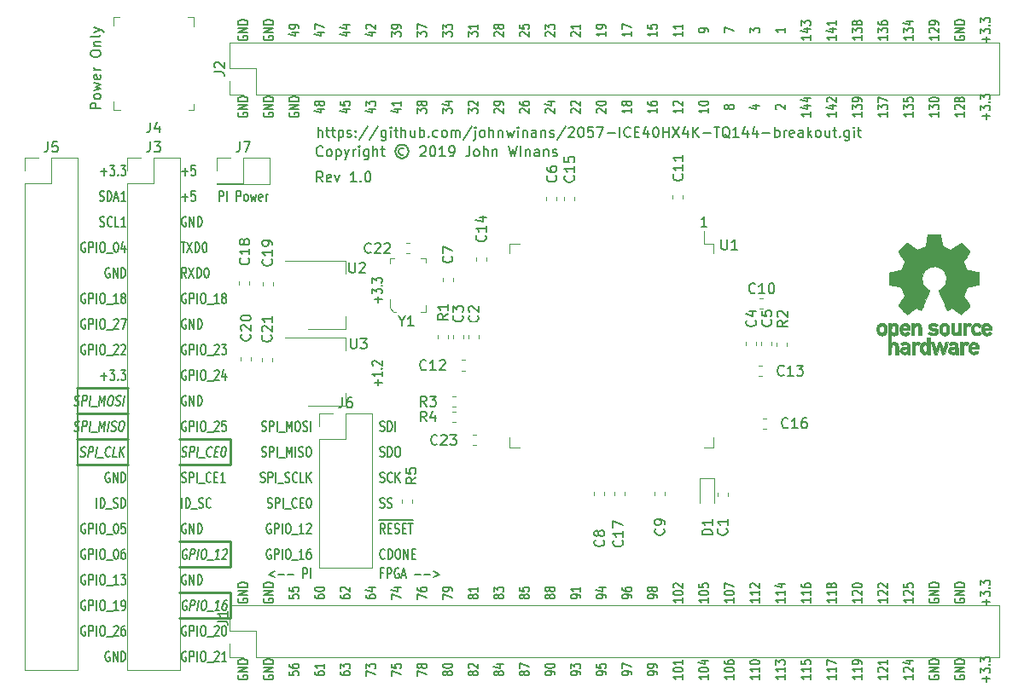
<source format=gto>
G04 #@! TF.GenerationSoftware,KiCad,Pcbnew,5.1.5-52549c5~84~ubuntu18.04.1*
G04 #@! TF.CreationDate,2019-12-31T08:08:45-06:00*
G04 #@! TF.ProjectId,2057-ICE40HX4K-TQ144-breakout,32303537-2d49-4434-9534-304858344b2d,rev?*
G04 #@! TF.SameCoordinates,Original*
G04 #@! TF.FileFunction,Legend,Top*
G04 #@! TF.FilePolarity,Positive*
%FSLAX46Y46*%
G04 Gerber Fmt 4.6, Leading zero omitted, Abs format (unit mm)*
G04 Created by KiCad (PCBNEW 5.1.5-52549c5~84~ubuntu18.04.1) date 2019-12-31 08:08:45*
%MOMM*%
%LPD*%
G04 APERTURE LIST*
%ADD10C,0.150000*%
%ADD11C,0.254000*%
%ADD12C,0.120000*%
%ADD13C,0.010000*%
%ADD14C,0.100000*%
%ADD15O,1.750800X1.750800*%
%ADD16R,1.750800X1.750800*%
%ADD17O,1.750800X2.750800*%
%ADD18O,1.150800X1.700800*%
%ADD19R,1.290800X1.340800*%
%ADD20R,2.050800X1.550800*%
%ADD21R,2.050800X3.850800*%
G04 APERTURE END LIST*
D10*
X63772023Y-54427380D02*
X63438690Y-53951190D01*
X63200595Y-54427380D02*
X63200595Y-53427380D01*
X63581547Y-53427380D01*
X63676785Y-53475000D01*
X63724404Y-53522619D01*
X63772023Y-53617857D01*
X63772023Y-53760714D01*
X63724404Y-53855952D01*
X63676785Y-53903571D01*
X63581547Y-53951190D01*
X63200595Y-53951190D01*
X64581547Y-54379761D02*
X64486309Y-54427380D01*
X64295833Y-54427380D01*
X64200595Y-54379761D01*
X64152976Y-54284523D01*
X64152976Y-53903571D01*
X64200595Y-53808333D01*
X64295833Y-53760714D01*
X64486309Y-53760714D01*
X64581547Y-53808333D01*
X64629166Y-53903571D01*
X64629166Y-53998809D01*
X64152976Y-54094047D01*
X64962500Y-53760714D02*
X65200595Y-54427380D01*
X65438690Y-53760714D01*
X67105357Y-54427380D02*
X66533928Y-54427380D01*
X66819642Y-54427380D02*
X66819642Y-53427380D01*
X66724404Y-53570238D01*
X66629166Y-53665476D01*
X66533928Y-53713095D01*
X67533928Y-54332142D02*
X67581547Y-54379761D01*
X67533928Y-54427380D01*
X67486309Y-54379761D01*
X67533928Y-54332142D01*
X67533928Y-54427380D01*
X68200595Y-53427380D02*
X68295833Y-53427380D01*
X68391071Y-53475000D01*
X68438690Y-53522619D01*
X68486309Y-53617857D01*
X68533928Y-53808333D01*
X68533928Y-54046428D01*
X68486309Y-54236904D01*
X68438690Y-54332142D01*
X68391071Y-54379761D01*
X68295833Y-54427380D01*
X68200595Y-54427380D01*
X68105357Y-54379761D01*
X68057738Y-54332142D01*
X68010119Y-54236904D01*
X67962500Y-54046428D01*
X67962500Y-53808333D01*
X68010119Y-53617857D01*
X68057738Y-53522619D01*
X68105357Y-53475000D01*
X68200595Y-53427380D01*
X122372380Y-95758000D02*
X122372380Y-96193428D01*
X122372380Y-95975714D02*
X121372380Y-95975714D01*
X121515238Y-96048285D01*
X121610476Y-96120857D01*
X121658095Y-96193428D01*
X121467619Y-95467714D02*
X121420000Y-95431428D01*
X121372380Y-95358857D01*
X121372380Y-95177428D01*
X121420000Y-95104857D01*
X121467619Y-95068571D01*
X121562857Y-95032285D01*
X121658095Y-95032285D01*
X121800952Y-95068571D01*
X122372380Y-95504000D01*
X122372380Y-95032285D01*
X121372380Y-94342857D02*
X121372380Y-94705714D01*
X121848571Y-94742000D01*
X121800952Y-94705714D01*
X121753333Y-94633142D01*
X121753333Y-94451714D01*
X121800952Y-94379142D01*
X121848571Y-94342857D01*
X121943809Y-94306571D01*
X122181904Y-94306571D01*
X122277142Y-94342857D01*
X122324761Y-94379142D01*
X122372380Y-94451714D01*
X122372380Y-94633142D01*
X122324761Y-94705714D01*
X122277142Y-94742000D01*
X122372380Y-103378000D02*
X122372380Y-103813428D01*
X122372380Y-103595714D02*
X121372380Y-103595714D01*
X121515238Y-103668285D01*
X121610476Y-103740857D01*
X121658095Y-103813428D01*
X121467619Y-103087714D02*
X121420000Y-103051428D01*
X121372380Y-102978857D01*
X121372380Y-102797428D01*
X121420000Y-102724857D01*
X121467619Y-102688571D01*
X121562857Y-102652285D01*
X121658095Y-102652285D01*
X121800952Y-102688571D01*
X122372380Y-103124000D01*
X122372380Y-102652285D01*
X121705714Y-101999142D02*
X122372380Y-101999142D01*
X121324761Y-102180571D02*
X122039047Y-102362000D01*
X122039047Y-101890285D01*
X119832380Y-95758000D02*
X119832380Y-96193428D01*
X119832380Y-95975714D02*
X118832380Y-95975714D01*
X118975238Y-96048285D01*
X119070476Y-96120857D01*
X119118095Y-96193428D01*
X118927619Y-95467714D02*
X118880000Y-95431428D01*
X118832380Y-95358857D01*
X118832380Y-95177428D01*
X118880000Y-95104857D01*
X118927619Y-95068571D01*
X119022857Y-95032285D01*
X119118095Y-95032285D01*
X119260952Y-95068571D01*
X119832380Y-95504000D01*
X119832380Y-95032285D01*
X118927619Y-94742000D02*
X118880000Y-94705714D01*
X118832380Y-94633142D01*
X118832380Y-94451714D01*
X118880000Y-94379142D01*
X118927619Y-94342857D01*
X119022857Y-94306571D01*
X119118095Y-94306571D01*
X119260952Y-94342857D01*
X119832380Y-94778285D01*
X119832380Y-94306571D01*
X119832380Y-103378000D02*
X119832380Y-103813428D01*
X119832380Y-103595714D02*
X118832380Y-103595714D01*
X118975238Y-103668285D01*
X119070476Y-103740857D01*
X119118095Y-103813428D01*
X118927619Y-103087714D02*
X118880000Y-103051428D01*
X118832380Y-102978857D01*
X118832380Y-102797428D01*
X118880000Y-102724857D01*
X118927619Y-102688571D01*
X119022857Y-102652285D01*
X119118095Y-102652285D01*
X119260952Y-102688571D01*
X119832380Y-103124000D01*
X119832380Y-102652285D01*
X119832380Y-101926571D02*
X119832380Y-102362000D01*
X119832380Y-102144285D02*
X118832380Y-102144285D01*
X118975238Y-102216857D01*
X119070476Y-102289428D01*
X119118095Y-102362000D01*
X117292380Y-95758000D02*
X117292380Y-96193428D01*
X117292380Y-95975714D02*
X116292380Y-95975714D01*
X116435238Y-96048285D01*
X116530476Y-96120857D01*
X116578095Y-96193428D01*
X116387619Y-95467714D02*
X116340000Y-95431428D01*
X116292380Y-95358857D01*
X116292380Y-95177428D01*
X116340000Y-95104857D01*
X116387619Y-95068571D01*
X116482857Y-95032285D01*
X116578095Y-95032285D01*
X116720952Y-95068571D01*
X117292380Y-95504000D01*
X117292380Y-95032285D01*
X116292380Y-94560571D02*
X116292380Y-94488000D01*
X116340000Y-94415428D01*
X116387619Y-94379142D01*
X116482857Y-94342857D01*
X116673333Y-94306571D01*
X116911428Y-94306571D01*
X117101904Y-94342857D01*
X117197142Y-94379142D01*
X117244761Y-94415428D01*
X117292380Y-94488000D01*
X117292380Y-94560571D01*
X117244761Y-94633142D01*
X117197142Y-94669428D01*
X117101904Y-94705714D01*
X116911428Y-94742000D01*
X116673333Y-94742000D01*
X116482857Y-94705714D01*
X116387619Y-94669428D01*
X116340000Y-94633142D01*
X116292380Y-94560571D01*
X117292380Y-103378000D02*
X117292380Y-103813428D01*
X117292380Y-103595714D02*
X116292380Y-103595714D01*
X116435238Y-103668285D01*
X116530476Y-103740857D01*
X116578095Y-103813428D01*
X117292380Y-102652285D02*
X117292380Y-103087714D01*
X117292380Y-102870000D02*
X116292380Y-102870000D01*
X116435238Y-102942571D01*
X116530476Y-103015142D01*
X116578095Y-103087714D01*
X117292380Y-102289428D02*
X117292380Y-102144285D01*
X117244761Y-102071714D01*
X117197142Y-102035428D01*
X117054285Y-101962857D01*
X116863809Y-101926571D01*
X116482857Y-101926571D01*
X116387619Y-101962857D01*
X116340000Y-101999142D01*
X116292380Y-102071714D01*
X116292380Y-102216857D01*
X116340000Y-102289428D01*
X116387619Y-102325714D01*
X116482857Y-102362000D01*
X116720952Y-102362000D01*
X116816190Y-102325714D01*
X116863809Y-102289428D01*
X116911428Y-102216857D01*
X116911428Y-102071714D01*
X116863809Y-101999142D01*
X116816190Y-101962857D01*
X116720952Y-101926571D01*
X114752380Y-95758000D02*
X114752380Y-96193428D01*
X114752380Y-95975714D02*
X113752380Y-95975714D01*
X113895238Y-96048285D01*
X113990476Y-96120857D01*
X114038095Y-96193428D01*
X114752380Y-95032285D02*
X114752380Y-95467714D01*
X114752380Y-95250000D02*
X113752380Y-95250000D01*
X113895238Y-95322571D01*
X113990476Y-95395142D01*
X114038095Y-95467714D01*
X114180952Y-94596857D02*
X114133333Y-94669428D01*
X114085714Y-94705714D01*
X113990476Y-94742000D01*
X113942857Y-94742000D01*
X113847619Y-94705714D01*
X113800000Y-94669428D01*
X113752380Y-94596857D01*
X113752380Y-94451714D01*
X113800000Y-94379142D01*
X113847619Y-94342857D01*
X113942857Y-94306571D01*
X113990476Y-94306571D01*
X114085714Y-94342857D01*
X114133333Y-94379142D01*
X114180952Y-94451714D01*
X114180952Y-94596857D01*
X114228571Y-94669428D01*
X114276190Y-94705714D01*
X114371428Y-94742000D01*
X114561904Y-94742000D01*
X114657142Y-94705714D01*
X114704761Y-94669428D01*
X114752380Y-94596857D01*
X114752380Y-94451714D01*
X114704761Y-94379142D01*
X114657142Y-94342857D01*
X114561904Y-94306571D01*
X114371428Y-94306571D01*
X114276190Y-94342857D01*
X114228571Y-94379142D01*
X114180952Y-94451714D01*
X114752380Y-103378000D02*
X114752380Y-103813428D01*
X114752380Y-103595714D02*
X113752380Y-103595714D01*
X113895238Y-103668285D01*
X113990476Y-103740857D01*
X114038095Y-103813428D01*
X114752380Y-102652285D02*
X114752380Y-103087714D01*
X114752380Y-102870000D02*
X113752380Y-102870000D01*
X113895238Y-102942571D01*
X113990476Y-103015142D01*
X114038095Y-103087714D01*
X113752380Y-102398285D02*
X113752380Y-101890285D01*
X114752380Y-102216857D01*
X112212380Y-95758000D02*
X112212380Y-96193428D01*
X112212380Y-95975714D02*
X111212380Y-95975714D01*
X111355238Y-96048285D01*
X111450476Y-96120857D01*
X111498095Y-96193428D01*
X112212380Y-95032285D02*
X112212380Y-95467714D01*
X112212380Y-95250000D02*
X111212380Y-95250000D01*
X111355238Y-95322571D01*
X111450476Y-95395142D01*
X111498095Y-95467714D01*
X111212380Y-94379142D02*
X111212380Y-94524285D01*
X111260000Y-94596857D01*
X111307619Y-94633142D01*
X111450476Y-94705714D01*
X111640952Y-94742000D01*
X112021904Y-94742000D01*
X112117142Y-94705714D01*
X112164761Y-94669428D01*
X112212380Y-94596857D01*
X112212380Y-94451714D01*
X112164761Y-94379142D01*
X112117142Y-94342857D01*
X112021904Y-94306571D01*
X111783809Y-94306571D01*
X111688571Y-94342857D01*
X111640952Y-94379142D01*
X111593333Y-94451714D01*
X111593333Y-94596857D01*
X111640952Y-94669428D01*
X111688571Y-94705714D01*
X111783809Y-94742000D01*
X112212380Y-103378000D02*
X112212380Y-103813428D01*
X112212380Y-103595714D02*
X111212380Y-103595714D01*
X111355238Y-103668285D01*
X111450476Y-103740857D01*
X111498095Y-103813428D01*
X112212380Y-102652285D02*
X112212380Y-103087714D01*
X112212380Y-102870000D02*
X111212380Y-102870000D01*
X111355238Y-102942571D01*
X111450476Y-103015142D01*
X111498095Y-103087714D01*
X111212380Y-101962857D02*
X111212380Y-102325714D01*
X111688571Y-102362000D01*
X111640952Y-102325714D01*
X111593333Y-102253142D01*
X111593333Y-102071714D01*
X111640952Y-101999142D01*
X111688571Y-101962857D01*
X111783809Y-101926571D01*
X112021904Y-101926571D01*
X112117142Y-101962857D01*
X112164761Y-101999142D01*
X112212380Y-102071714D01*
X112212380Y-102253142D01*
X112164761Y-102325714D01*
X112117142Y-102362000D01*
X109672380Y-95758000D02*
X109672380Y-96193428D01*
X109672380Y-95975714D02*
X108672380Y-95975714D01*
X108815238Y-96048285D01*
X108910476Y-96120857D01*
X108958095Y-96193428D01*
X109672380Y-95032285D02*
X109672380Y-95467714D01*
X109672380Y-95250000D02*
X108672380Y-95250000D01*
X108815238Y-95322571D01*
X108910476Y-95395142D01*
X108958095Y-95467714D01*
X109005714Y-94379142D02*
X109672380Y-94379142D01*
X108624761Y-94560571D02*
X109339047Y-94742000D01*
X109339047Y-94270285D01*
X109672380Y-103378000D02*
X109672380Y-103813428D01*
X109672380Y-103595714D02*
X108672380Y-103595714D01*
X108815238Y-103668285D01*
X108910476Y-103740857D01*
X108958095Y-103813428D01*
X109672380Y-102652285D02*
X109672380Y-103087714D01*
X109672380Y-102870000D02*
X108672380Y-102870000D01*
X108815238Y-102942571D01*
X108910476Y-103015142D01*
X108958095Y-103087714D01*
X108672380Y-102398285D02*
X108672380Y-101926571D01*
X109053333Y-102180571D01*
X109053333Y-102071714D01*
X109100952Y-101999142D01*
X109148571Y-101962857D01*
X109243809Y-101926571D01*
X109481904Y-101926571D01*
X109577142Y-101962857D01*
X109624761Y-101999142D01*
X109672380Y-102071714D01*
X109672380Y-102289428D01*
X109624761Y-102362000D01*
X109577142Y-102398285D01*
X107132380Y-95758000D02*
X107132380Y-96193428D01*
X107132380Y-95975714D02*
X106132380Y-95975714D01*
X106275238Y-96048285D01*
X106370476Y-96120857D01*
X106418095Y-96193428D01*
X107132380Y-95032285D02*
X107132380Y-95467714D01*
X107132380Y-95250000D02*
X106132380Y-95250000D01*
X106275238Y-95322571D01*
X106370476Y-95395142D01*
X106418095Y-95467714D01*
X106227619Y-94742000D02*
X106180000Y-94705714D01*
X106132380Y-94633142D01*
X106132380Y-94451714D01*
X106180000Y-94379142D01*
X106227619Y-94342857D01*
X106322857Y-94306571D01*
X106418095Y-94306571D01*
X106560952Y-94342857D01*
X107132380Y-94778285D01*
X107132380Y-94306571D01*
X107132380Y-103378000D02*
X107132380Y-103813428D01*
X107132380Y-103595714D02*
X106132380Y-103595714D01*
X106275238Y-103668285D01*
X106370476Y-103740857D01*
X106418095Y-103813428D01*
X107132380Y-102652285D02*
X107132380Y-103087714D01*
X107132380Y-102870000D02*
X106132380Y-102870000D01*
X106275238Y-102942571D01*
X106370476Y-103015142D01*
X106418095Y-103087714D01*
X106132380Y-102180571D02*
X106132380Y-102108000D01*
X106180000Y-102035428D01*
X106227619Y-101999142D01*
X106322857Y-101962857D01*
X106513333Y-101926571D01*
X106751428Y-101926571D01*
X106941904Y-101962857D01*
X107037142Y-101999142D01*
X107084761Y-102035428D01*
X107132380Y-102108000D01*
X107132380Y-102180571D01*
X107084761Y-102253142D01*
X107037142Y-102289428D01*
X106941904Y-102325714D01*
X106751428Y-102362000D01*
X106513333Y-102362000D01*
X106322857Y-102325714D01*
X106227619Y-102289428D01*
X106180000Y-102253142D01*
X106132380Y-102180571D01*
X104592380Y-95758000D02*
X104592380Y-96193428D01*
X104592380Y-95975714D02*
X103592380Y-95975714D01*
X103735238Y-96048285D01*
X103830476Y-96120857D01*
X103878095Y-96193428D01*
X103592380Y-95286285D02*
X103592380Y-95213714D01*
X103640000Y-95141142D01*
X103687619Y-95104857D01*
X103782857Y-95068571D01*
X103973333Y-95032285D01*
X104211428Y-95032285D01*
X104401904Y-95068571D01*
X104497142Y-95104857D01*
X104544761Y-95141142D01*
X104592380Y-95213714D01*
X104592380Y-95286285D01*
X104544761Y-95358857D01*
X104497142Y-95395142D01*
X104401904Y-95431428D01*
X104211428Y-95467714D01*
X103973333Y-95467714D01*
X103782857Y-95431428D01*
X103687619Y-95395142D01*
X103640000Y-95358857D01*
X103592380Y-95286285D01*
X103592380Y-94778285D02*
X103592380Y-94270285D01*
X104592380Y-94596857D01*
X104592380Y-103378000D02*
X104592380Y-103813428D01*
X104592380Y-103595714D02*
X103592380Y-103595714D01*
X103735238Y-103668285D01*
X103830476Y-103740857D01*
X103878095Y-103813428D01*
X103592380Y-102906285D02*
X103592380Y-102833714D01*
X103640000Y-102761142D01*
X103687619Y-102724857D01*
X103782857Y-102688571D01*
X103973333Y-102652285D01*
X104211428Y-102652285D01*
X104401904Y-102688571D01*
X104497142Y-102724857D01*
X104544761Y-102761142D01*
X104592380Y-102833714D01*
X104592380Y-102906285D01*
X104544761Y-102978857D01*
X104497142Y-103015142D01*
X104401904Y-103051428D01*
X104211428Y-103087714D01*
X103973333Y-103087714D01*
X103782857Y-103051428D01*
X103687619Y-103015142D01*
X103640000Y-102978857D01*
X103592380Y-102906285D01*
X103592380Y-101999142D02*
X103592380Y-102144285D01*
X103640000Y-102216857D01*
X103687619Y-102253142D01*
X103830476Y-102325714D01*
X104020952Y-102362000D01*
X104401904Y-102362000D01*
X104497142Y-102325714D01*
X104544761Y-102289428D01*
X104592380Y-102216857D01*
X104592380Y-102071714D01*
X104544761Y-101999142D01*
X104497142Y-101962857D01*
X104401904Y-101926571D01*
X104163809Y-101926571D01*
X104068571Y-101962857D01*
X104020952Y-101999142D01*
X103973333Y-102071714D01*
X103973333Y-102216857D01*
X104020952Y-102289428D01*
X104068571Y-102325714D01*
X104163809Y-102362000D01*
X102052380Y-95758000D02*
X102052380Y-96193428D01*
X102052380Y-95975714D02*
X101052380Y-95975714D01*
X101195238Y-96048285D01*
X101290476Y-96120857D01*
X101338095Y-96193428D01*
X101052380Y-95286285D02*
X101052380Y-95213714D01*
X101100000Y-95141142D01*
X101147619Y-95104857D01*
X101242857Y-95068571D01*
X101433333Y-95032285D01*
X101671428Y-95032285D01*
X101861904Y-95068571D01*
X101957142Y-95104857D01*
X102004761Y-95141142D01*
X102052380Y-95213714D01*
X102052380Y-95286285D01*
X102004761Y-95358857D01*
X101957142Y-95395142D01*
X101861904Y-95431428D01*
X101671428Y-95467714D01*
X101433333Y-95467714D01*
X101242857Y-95431428D01*
X101147619Y-95395142D01*
X101100000Y-95358857D01*
X101052380Y-95286285D01*
X101052380Y-94342857D02*
X101052380Y-94705714D01*
X101528571Y-94742000D01*
X101480952Y-94705714D01*
X101433333Y-94633142D01*
X101433333Y-94451714D01*
X101480952Y-94379142D01*
X101528571Y-94342857D01*
X101623809Y-94306571D01*
X101861904Y-94306571D01*
X101957142Y-94342857D01*
X102004761Y-94379142D01*
X102052380Y-94451714D01*
X102052380Y-94633142D01*
X102004761Y-94705714D01*
X101957142Y-94742000D01*
X102052380Y-103378000D02*
X102052380Y-103813428D01*
X102052380Y-103595714D02*
X101052380Y-103595714D01*
X101195238Y-103668285D01*
X101290476Y-103740857D01*
X101338095Y-103813428D01*
X101052380Y-102906285D02*
X101052380Y-102833714D01*
X101100000Y-102761142D01*
X101147619Y-102724857D01*
X101242857Y-102688571D01*
X101433333Y-102652285D01*
X101671428Y-102652285D01*
X101861904Y-102688571D01*
X101957142Y-102724857D01*
X102004761Y-102761142D01*
X102052380Y-102833714D01*
X102052380Y-102906285D01*
X102004761Y-102978857D01*
X101957142Y-103015142D01*
X101861904Y-103051428D01*
X101671428Y-103087714D01*
X101433333Y-103087714D01*
X101242857Y-103051428D01*
X101147619Y-103015142D01*
X101100000Y-102978857D01*
X101052380Y-102906285D01*
X101385714Y-101999142D02*
X102052380Y-101999142D01*
X101004761Y-102180571D02*
X101719047Y-102362000D01*
X101719047Y-101890285D01*
X99512380Y-103378000D02*
X99512380Y-103813428D01*
X99512380Y-103595714D02*
X98512380Y-103595714D01*
X98655238Y-103668285D01*
X98750476Y-103740857D01*
X98798095Y-103813428D01*
X98512380Y-102906285D02*
X98512380Y-102833714D01*
X98560000Y-102761142D01*
X98607619Y-102724857D01*
X98702857Y-102688571D01*
X98893333Y-102652285D01*
X99131428Y-102652285D01*
X99321904Y-102688571D01*
X99417142Y-102724857D01*
X99464761Y-102761142D01*
X99512380Y-102833714D01*
X99512380Y-102906285D01*
X99464761Y-102978857D01*
X99417142Y-103015142D01*
X99321904Y-103051428D01*
X99131428Y-103087714D01*
X98893333Y-103087714D01*
X98702857Y-103051428D01*
X98607619Y-103015142D01*
X98560000Y-102978857D01*
X98512380Y-102906285D01*
X99512380Y-101926571D02*
X99512380Y-102362000D01*
X99512380Y-102144285D02*
X98512380Y-102144285D01*
X98655238Y-102216857D01*
X98750476Y-102289428D01*
X98798095Y-102362000D01*
X99512380Y-95758000D02*
X99512380Y-96193428D01*
X99512380Y-95975714D02*
X98512380Y-95975714D01*
X98655238Y-96048285D01*
X98750476Y-96120857D01*
X98798095Y-96193428D01*
X98512380Y-95286285D02*
X98512380Y-95213714D01*
X98560000Y-95141142D01*
X98607619Y-95104857D01*
X98702857Y-95068571D01*
X98893333Y-95032285D01*
X99131428Y-95032285D01*
X99321904Y-95068571D01*
X99417142Y-95104857D01*
X99464761Y-95141142D01*
X99512380Y-95213714D01*
X99512380Y-95286285D01*
X99464761Y-95358857D01*
X99417142Y-95395142D01*
X99321904Y-95431428D01*
X99131428Y-95467714D01*
X98893333Y-95467714D01*
X98702857Y-95431428D01*
X98607619Y-95395142D01*
X98560000Y-95358857D01*
X98512380Y-95286285D01*
X98607619Y-94742000D02*
X98560000Y-94705714D01*
X98512380Y-94633142D01*
X98512380Y-94451714D01*
X98560000Y-94379142D01*
X98607619Y-94342857D01*
X98702857Y-94306571D01*
X98798095Y-94306571D01*
X98940952Y-94342857D01*
X99512380Y-94778285D01*
X99512380Y-94306571D01*
X96972380Y-103378000D02*
X96972380Y-103232857D01*
X96924761Y-103160285D01*
X96877142Y-103124000D01*
X96734285Y-103051428D01*
X96543809Y-103015142D01*
X96162857Y-103015142D01*
X96067619Y-103051428D01*
X96020000Y-103087714D01*
X95972380Y-103160285D01*
X95972380Y-103305428D01*
X96020000Y-103378000D01*
X96067619Y-103414285D01*
X96162857Y-103450571D01*
X96400952Y-103450571D01*
X96496190Y-103414285D01*
X96543809Y-103378000D01*
X96591428Y-103305428D01*
X96591428Y-103160285D01*
X96543809Y-103087714D01*
X96496190Y-103051428D01*
X96400952Y-103015142D01*
X96972380Y-102652285D02*
X96972380Y-102507142D01*
X96924761Y-102434571D01*
X96877142Y-102398285D01*
X96734285Y-102325714D01*
X96543809Y-102289428D01*
X96162857Y-102289428D01*
X96067619Y-102325714D01*
X96020000Y-102362000D01*
X95972380Y-102434571D01*
X95972380Y-102579714D01*
X96020000Y-102652285D01*
X96067619Y-102688571D01*
X96162857Y-102724857D01*
X96400952Y-102724857D01*
X96496190Y-102688571D01*
X96543809Y-102652285D01*
X96591428Y-102579714D01*
X96591428Y-102434571D01*
X96543809Y-102362000D01*
X96496190Y-102325714D01*
X96400952Y-102289428D01*
X96972380Y-95758000D02*
X96972380Y-95612857D01*
X96924761Y-95540285D01*
X96877142Y-95504000D01*
X96734285Y-95431428D01*
X96543809Y-95395142D01*
X96162857Y-95395142D01*
X96067619Y-95431428D01*
X96020000Y-95467714D01*
X95972380Y-95540285D01*
X95972380Y-95685428D01*
X96020000Y-95758000D01*
X96067619Y-95794285D01*
X96162857Y-95830571D01*
X96400952Y-95830571D01*
X96496190Y-95794285D01*
X96543809Y-95758000D01*
X96591428Y-95685428D01*
X96591428Y-95540285D01*
X96543809Y-95467714D01*
X96496190Y-95431428D01*
X96400952Y-95395142D01*
X96400952Y-94959714D02*
X96353333Y-95032285D01*
X96305714Y-95068571D01*
X96210476Y-95104857D01*
X96162857Y-95104857D01*
X96067619Y-95068571D01*
X96020000Y-95032285D01*
X95972380Y-94959714D01*
X95972380Y-94814571D01*
X96020000Y-94742000D01*
X96067619Y-94705714D01*
X96162857Y-94669428D01*
X96210476Y-94669428D01*
X96305714Y-94705714D01*
X96353333Y-94742000D01*
X96400952Y-94814571D01*
X96400952Y-94959714D01*
X96448571Y-95032285D01*
X96496190Y-95068571D01*
X96591428Y-95104857D01*
X96781904Y-95104857D01*
X96877142Y-95068571D01*
X96924761Y-95032285D01*
X96972380Y-94959714D01*
X96972380Y-94814571D01*
X96924761Y-94742000D01*
X96877142Y-94705714D01*
X96781904Y-94669428D01*
X96591428Y-94669428D01*
X96496190Y-94705714D01*
X96448571Y-94742000D01*
X96400952Y-94814571D01*
X94432380Y-103378000D02*
X94432380Y-103232857D01*
X94384761Y-103160285D01*
X94337142Y-103124000D01*
X94194285Y-103051428D01*
X94003809Y-103015142D01*
X93622857Y-103015142D01*
X93527619Y-103051428D01*
X93480000Y-103087714D01*
X93432380Y-103160285D01*
X93432380Y-103305428D01*
X93480000Y-103378000D01*
X93527619Y-103414285D01*
X93622857Y-103450571D01*
X93860952Y-103450571D01*
X93956190Y-103414285D01*
X94003809Y-103378000D01*
X94051428Y-103305428D01*
X94051428Y-103160285D01*
X94003809Y-103087714D01*
X93956190Y-103051428D01*
X93860952Y-103015142D01*
X93432380Y-102761142D02*
X93432380Y-102253142D01*
X94432380Y-102579714D01*
X94432380Y-95758000D02*
X94432380Y-95612857D01*
X94384761Y-95540285D01*
X94337142Y-95504000D01*
X94194285Y-95431428D01*
X94003809Y-95395142D01*
X93622857Y-95395142D01*
X93527619Y-95431428D01*
X93480000Y-95467714D01*
X93432380Y-95540285D01*
X93432380Y-95685428D01*
X93480000Y-95758000D01*
X93527619Y-95794285D01*
X93622857Y-95830571D01*
X93860952Y-95830571D01*
X93956190Y-95794285D01*
X94003809Y-95758000D01*
X94051428Y-95685428D01*
X94051428Y-95540285D01*
X94003809Y-95467714D01*
X93956190Y-95431428D01*
X93860952Y-95395142D01*
X93432380Y-94742000D02*
X93432380Y-94887142D01*
X93480000Y-94959714D01*
X93527619Y-94996000D01*
X93670476Y-95068571D01*
X93860952Y-95104857D01*
X94241904Y-95104857D01*
X94337142Y-95068571D01*
X94384761Y-95032285D01*
X94432380Y-94959714D01*
X94432380Y-94814571D01*
X94384761Y-94742000D01*
X94337142Y-94705714D01*
X94241904Y-94669428D01*
X94003809Y-94669428D01*
X93908571Y-94705714D01*
X93860952Y-94742000D01*
X93813333Y-94814571D01*
X93813333Y-94959714D01*
X93860952Y-95032285D01*
X93908571Y-95068571D01*
X94003809Y-95104857D01*
X91892380Y-103378000D02*
X91892380Y-103232857D01*
X91844761Y-103160285D01*
X91797142Y-103124000D01*
X91654285Y-103051428D01*
X91463809Y-103015142D01*
X91082857Y-103015142D01*
X90987619Y-103051428D01*
X90940000Y-103087714D01*
X90892380Y-103160285D01*
X90892380Y-103305428D01*
X90940000Y-103378000D01*
X90987619Y-103414285D01*
X91082857Y-103450571D01*
X91320952Y-103450571D01*
X91416190Y-103414285D01*
X91463809Y-103378000D01*
X91511428Y-103305428D01*
X91511428Y-103160285D01*
X91463809Y-103087714D01*
X91416190Y-103051428D01*
X91320952Y-103015142D01*
X90892380Y-102325714D02*
X90892380Y-102688571D01*
X91368571Y-102724857D01*
X91320952Y-102688571D01*
X91273333Y-102616000D01*
X91273333Y-102434571D01*
X91320952Y-102362000D01*
X91368571Y-102325714D01*
X91463809Y-102289428D01*
X91701904Y-102289428D01*
X91797142Y-102325714D01*
X91844761Y-102362000D01*
X91892380Y-102434571D01*
X91892380Y-102616000D01*
X91844761Y-102688571D01*
X91797142Y-102724857D01*
X91892380Y-95758000D02*
X91892380Y-95612857D01*
X91844761Y-95540285D01*
X91797142Y-95504000D01*
X91654285Y-95431428D01*
X91463809Y-95395142D01*
X91082857Y-95395142D01*
X90987619Y-95431428D01*
X90940000Y-95467714D01*
X90892380Y-95540285D01*
X90892380Y-95685428D01*
X90940000Y-95758000D01*
X90987619Y-95794285D01*
X91082857Y-95830571D01*
X91320952Y-95830571D01*
X91416190Y-95794285D01*
X91463809Y-95758000D01*
X91511428Y-95685428D01*
X91511428Y-95540285D01*
X91463809Y-95467714D01*
X91416190Y-95431428D01*
X91320952Y-95395142D01*
X91225714Y-94742000D02*
X91892380Y-94742000D01*
X90844761Y-94923428D02*
X91559047Y-95104857D01*
X91559047Y-94633142D01*
X89352380Y-103378000D02*
X89352380Y-103232857D01*
X89304761Y-103160285D01*
X89257142Y-103124000D01*
X89114285Y-103051428D01*
X88923809Y-103015142D01*
X88542857Y-103015142D01*
X88447619Y-103051428D01*
X88400000Y-103087714D01*
X88352380Y-103160285D01*
X88352380Y-103305428D01*
X88400000Y-103378000D01*
X88447619Y-103414285D01*
X88542857Y-103450571D01*
X88780952Y-103450571D01*
X88876190Y-103414285D01*
X88923809Y-103378000D01*
X88971428Y-103305428D01*
X88971428Y-103160285D01*
X88923809Y-103087714D01*
X88876190Y-103051428D01*
X88780952Y-103015142D01*
X88352380Y-102761142D02*
X88352380Y-102289428D01*
X88733333Y-102543428D01*
X88733333Y-102434571D01*
X88780952Y-102362000D01*
X88828571Y-102325714D01*
X88923809Y-102289428D01*
X89161904Y-102289428D01*
X89257142Y-102325714D01*
X89304761Y-102362000D01*
X89352380Y-102434571D01*
X89352380Y-102652285D01*
X89304761Y-102724857D01*
X89257142Y-102761142D01*
X89352380Y-95758000D02*
X89352380Y-95612857D01*
X89304761Y-95540285D01*
X89257142Y-95504000D01*
X89114285Y-95431428D01*
X88923809Y-95395142D01*
X88542857Y-95395142D01*
X88447619Y-95431428D01*
X88400000Y-95467714D01*
X88352380Y-95540285D01*
X88352380Y-95685428D01*
X88400000Y-95758000D01*
X88447619Y-95794285D01*
X88542857Y-95830571D01*
X88780952Y-95830571D01*
X88876190Y-95794285D01*
X88923809Y-95758000D01*
X88971428Y-95685428D01*
X88971428Y-95540285D01*
X88923809Y-95467714D01*
X88876190Y-95431428D01*
X88780952Y-95395142D01*
X89352380Y-94669428D02*
X89352380Y-95104857D01*
X89352380Y-94887142D02*
X88352380Y-94887142D01*
X88495238Y-94959714D01*
X88590476Y-95032285D01*
X88638095Y-95104857D01*
X86812380Y-103378000D02*
X86812380Y-103232857D01*
X86764761Y-103160285D01*
X86717142Y-103124000D01*
X86574285Y-103051428D01*
X86383809Y-103015142D01*
X86002857Y-103015142D01*
X85907619Y-103051428D01*
X85860000Y-103087714D01*
X85812380Y-103160285D01*
X85812380Y-103305428D01*
X85860000Y-103378000D01*
X85907619Y-103414285D01*
X86002857Y-103450571D01*
X86240952Y-103450571D01*
X86336190Y-103414285D01*
X86383809Y-103378000D01*
X86431428Y-103305428D01*
X86431428Y-103160285D01*
X86383809Y-103087714D01*
X86336190Y-103051428D01*
X86240952Y-103015142D01*
X85812380Y-102543428D02*
X85812380Y-102470857D01*
X85860000Y-102398285D01*
X85907619Y-102362000D01*
X86002857Y-102325714D01*
X86193333Y-102289428D01*
X86431428Y-102289428D01*
X86621904Y-102325714D01*
X86717142Y-102362000D01*
X86764761Y-102398285D01*
X86812380Y-102470857D01*
X86812380Y-102543428D01*
X86764761Y-102616000D01*
X86717142Y-102652285D01*
X86621904Y-102688571D01*
X86431428Y-102724857D01*
X86193333Y-102724857D01*
X86002857Y-102688571D01*
X85907619Y-102652285D01*
X85860000Y-102616000D01*
X85812380Y-102543428D01*
X86240952Y-95685428D02*
X86193333Y-95758000D01*
X86145714Y-95794285D01*
X86050476Y-95830571D01*
X86002857Y-95830571D01*
X85907619Y-95794285D01*
X85860000Y-95758000D01*
X85812380Y-95685428D01*
X85812380Y-95540285D01*
X85860000Y-95467714D01*
X85907619Y-95431428D01*
X86002857Y-95395142D01*
X86050476Y-95395142D01*
X86145714Y-95431428D01*
X86193333Y-95467714D01*
X86240952Y-95540285D01*
X86240952Y-95685428D01*
X86288571Y-95758000D01*
X86336190Y-95794285D01*
X86431428Y-95830571D01*
X86621904Y-95830571D01*
X86717142Y-95794285D01*
X86764761Y-95758000D01*
X86812380Y-95685428D01*
X86812380Y-95540285D01*
X86764761Y-95467714D01*
X86717142Y-95431428D01*
X86621904Y-95395142D01*
X86431428Y-95395142D01*
X86336190Y-95431428D01*
X86288571Y-95467714D01*
X86240952Y-95540285D01*
X86240952Y-94959714D02*
X86193333Y-95032285D01*
X86145714Y-95068571D01*
X86050476Y-95104857D01*
X86002857Y-95104857D01*
X85907619Y-95068571D01*
X85860000Y-95032285D01*
X85812380Y-94959714D01*
X85812380Y-94814571D01*
X85860000Y-94742000D01*
X85907619Y-94705714D01*
X86002857Y-94669428D01*
X86050476Y-94669428D01*
X86145714Y-94705714D01*
X86193333Y-94742000D01*
X86240952Y-94814571D01*
X86240952Y-94959714D01*
X86288571Y-95032285D01*
X86336190Y-95068571D01*
X86431428Y-95104857D01*
X86621904Y-95104857D01*
X86717142Y-95068571D01*
X86764761Y-95032285D01*
X86812380Y-94959714D01*
X86812380Y-94814571D01*
X86764761Y-94742000D01*
X86717142Y-94705714D01*
X86621904Y-94669428D01*
X86431428Y-94669428D01*
X86336190Y-94705714D01*
X86288571Y-94742000D01*
X86240952Y-94814571D01*
X83700952Y-103305428D02*
X83653333Y-103378000D01*
X83605714Y-103414285D01*
X83510476Y-103450571D01*
X83462857Y-103450571D01*
X83367619Y-103414285D01*
X83320000Y-103378000D01*
X83272380Y-103305428D01*
X83272380Y-103160285D01*
X83320000Y-103087714D01*
X83367619Y-103051428D01*
X83462857Y-103015142D01*
X83510476Y-103015142D01*
X83605714Y-103051428D01*
X83653333Y-103087714D01*
X83700952Y-103160285D01*
X83700952Y-103305428D01*
X83748571Y-103378000D01*
X83796190Y-103414285D01*
X83891428Y-103450571D01*
X84081904Y-103450571D01*
X84177142Y-103414285D01*
X84224761Y-103378000D01*
X84272380Y-103305428D01*
X84272380Y-103160285D01*
X84224761Y-103087714D01*
X84177142Y-103051428D01*
X84081904Y-103015142D01*
X83891428Y-103015142D01*
X83796190Y-103051428D01*
X83748571Y-103087714D01*
X83700952Y-103160285D01*
X83272380Y-102761142D02*
X83272380Y-102253142D01*
X84272380Y-102579714D01*
X83700952Y-95685428D02*
X83653333Y-95758000D01*
X83605714Y-95794285D01*
X83510476Y-95830571D01*
X83462857Y-95830571D01*
X83367619Y-95794285D01*
X83320000Y-95758000D01*
X83272380Y-95685428D01*
X83272380Y-95540285D01*
X83320000Y-95467714D01*
X83367619Y-95431428D01*
X83462857Y-95395142D01*
X83510476Y-95395142D01*
X83605714Y-95431428D01*
X83653333Y-95467714D01*
X83700952Y-95540285D01*
X83700952Y-95685428D01*
X83748571Y-95758000D01*
X83796190Y-95794285D01*
X83891428Y-95830571D01*
X84081904Y-95830571D01*
X84177142Y-95794285D01*
X84224761Y-95758000D01*
X84272380Y-95685428D01*
X84272380Y-95540285D01*
X84224761Y-95467714D01*
X84177142Y-95431428D01*
X84081904Y-95395142D01*
X83891428Y-95395142D01*
X83796190Y-95431428D01*
X83748571Y-95467714D01*
X83700952Y-95540285D01*
X83272380Y-94705714D02*
X83272380Y-95068571D01*
X83748571Y-95104857D01*
X83700952Y-95068571D01*
X83653333Y-94996000D01*
X83653333Y-94814571D01*
X83700952Y-94742000D01*
X83748571Y-94705714D01*
X83843809Y-94669428D01*
X84081904Y-94669428D01*
X84177142Y-94705714D01*
X84224761Y-94742000D01*
X84272380Y-94814571D01*
X84272380Y-94996000D01*
X84224761Y-95068571D01*
X84177142Y-95104857D01*
X81160952Y-103305428D02*
X81113333Y-103378000D01*
X81065714Y-103414285D01*
X80970476Y-103450571D01*
X80922857Y-103450571D01*
X80827619Y-103414285D01*
X80780000Y-103378000D01*
X80732380Y-103305428D01*
X80732380Y-103160285D01*
X80780000Y-103087714D01*
X80827619Y-103051428D01*
X80922857Y-103015142D01*
X80970476Y-103015142D01*
X81065714Y-103051428D01*
X81113333Y-103087714D01*
X81160952Y-103160285D01*
X81160952Y-103305428D01*
X81208571Y-103378000D01*
X81256190Y-103414285D01*
X81351428Y-103450571D01*
X81541904Y-103450571D01*
X81637142Y-103414285D01*
X81684761Y-103378000D01*
X81732380Y-103305428D01*
X81732380Y-103160285D01*
X81684761Y-103087714D01*
X81637142Y-103051428D01*
X81541904Y-103015142D01*
X81351428Y-103015142D01*
X81256190Y-103051428D01*
X81208571Y-103087714D01*
X81160952Y-103160285D01*
X81065714Y-102362000D02*
X81732380Y-102362000D01*
X80684761Y-102543428D02*
X81399047Y-102724857D01*
X81399047Y-102253142D01*
X81160952Y-95685428D02*
X81113333Y-95758000D01*
X81065714Y-95794285D01*
X80970476Y-95830571D01*
X80922857Y-95830571D01*
X80827619Y-95794285D01*
X80780000Y-95758000D01*
X80732380Y-95685428D01*
X80732380Y-95540285D01*
X80780000Y-95467714D01*
X80827619Y-95431428D01*
X80922857Y-95395142D01*
X80970476Y-95395142D01*
X81065714Y-95431428D01*
X81113333Y-95467714D01*
X81160952Y-95540285D01*
X81160952Y-95685428D01*
X81208571Y-95758000D01*
X81256190Y-95794285D01*
X81351428Y-95830571D01*
X81541904Y-95830571D01*
X81637142Y-95794285D01*
X81684761Y-95758000D01*
X81732380Y-95685428D01*
X81732380Y-95540285D01*
X81684761Y-95467714D01*
X81637142Y-95431428D01*
X81541904Y-95395142D01*
X81351428Y-95395142D01*
X81256190Y-95431428D01*
X81208571Y-95467714D01*
X81160952Y-95540285D01*
X80732380Y-95141142D02*
X80732380Y-94669428D01*
X81113333Y-94923428D01*
X81113333Y-94814571D01*
X81160952Y-94742000D01*
X81208571Y-94705714D01*
X81303809Y-94669428D01*
X81541904Y-94669428D01*
X81637142Y-94705714D01*
X81684761Y-94742000D01*
X81732380Y-94814571D01*
X81732380Y-95032285D01*
X81684761Y-95104857D01*
X81637142Y-95141142D01*
X78620952Y-103305428D02*
X78573333Y-103378000D01*
X78525714Y-103414285D01*
X78430476Y-103450571D01*
X78382857Y-103450571D01*
X78287619Y-103414285D01*
X78240000Y-103378000D01*
X78192380Y-103305428D01*
X78192380Y-103160285D01*
X78240000Y-103087714D01*
X78287619Y-103051428D01*
X78382857Y-103015142D01*
X78430476Y-103015142D01*
X78525714Y-103051428D01*
X78573333Y-103087714D01*
X78620952Y-103160285D01*
X78620952Y-103305428D01*
X78668571Y-103378000D01*
X78716190Y-103414285D01*
X78811428Y-103450571D01*
X79001904Y-103450571D01*
X79097142Y-103414285D01*
X79144761Y-103378000D01*
X79192380Y-103305428D01*
X79192380Y-103160285D01*
X79144761Y-103087714D01*
X79097142Y-103051428D01*
X79001904Y-103015142D01*
X78811428Y-103015142D01*
X78716190Y-103051428D01*
X78668571Y-103087714D01*
X78620952Y-103160285D01*
X78287619Y-102724857D02*
X78240000Y-102688571D01*
X78192380Y-102616000D01*
X78192380Y-102434571D01*
X78240000Y-102362000D01*
X78287619Y-102325714D01*
X78382857Y-102289428D01*
X78478095Y-102289428D01*
X78620952Y-102325714D01*
X79192380Y-102761142D01*
X79192380Y-102289428D01*
X78620952Y-95685428D02*
X78573333Y-95758000D01*
X78525714Y-95794285D01*
X78430476Y-95830571D01*
X78382857Y-95830571D01*
X78287619Y-95794285D01*
X78240000Y-95758000D01*
X78192380Y-95685428D01*
X78192380Y-95540285D01*
X78240000Y-95467714D01*
X78287619Y-95431428D01*
X78382857Y-95395142D01*
X78430476Y-95395142D01*
X78525714Y-95431428D01*
X78573333Y-95467714D01*
X78620952Y-95540285D01*
X78620952Y-95685428D01*
X78668571Y-95758000D01*
X78716190Y-95794285D01*
X78811428Y-95830571D01*
X79001904Y-95830571D01*
X79097142Y-95794285D01*
X79144761Y-95758000D01*
X79192380Y-95685428D01*
X79192380Y-95540285D01*
X79144761Y-95467714D01*
X79097142Y-95431428D01*
X79001904Y-95395142D01*
X78811428Y-95395142D01*
X78716190Y-95431428D01*
X78668571Y-95467714D01*
X78620952Y-95540285D01*
X79192380Y-94669428D02*
X79192380Y-95104857D01*
X79192380Y-94887142D02*
X78192380Y-94887142D01*
X78335238Y-94959714D01*
X78430476Y-95032285D01*
X78478095Y-95104857D01*
X76080952Y-103305428D02*
X76033333Y-103378000D01*
X75985714Y-103414285D01*
X75890476Y-103450571D01*
X75842857Y-103450571D01*
X75747619Y-103414285D01*
X75700000Y-103378000D01*
X75652380Y-103305428D01*
X75652380Y-103160285D01*
X75700000Y-103087714D01*
X75747619Y-103051428D01*
X75842857Y-103015142D01*
X75890476Y-103015142D01*
X75985714Y-103051428D01*
X76033333Y-103087714D01*
X76080952Y-103160285D01*
X76080952Y-103305428D01*
X76128571Y-103378000D01*
X76176190Y-103414285D01*
X76271428Y-103450571D01*
X76461904Y-103450571D01*
X76557142Y-103414285D01*
X76604761Y-103378000D01*
X76652380Y-103305428D01*
X76652380Y-103160285D01*
X76604761Y-103087714D01*
X76557142Y-103051428D01*
X76461904Y-103015142D01*
X76271428Y-103015142D01*
X76176190Y-103051428D01*
X76128571Y-103087714D01*
X76080952Y-103160285D01*
X75652380Y-102543428D02*
X75652380Y-102470857D01*
X75700000Y-102398285D01*
X75747619Y-102362000D01*
X75842857Y-102325714D01*
X76033333Y-102289428D01*
X76271428Y-102289428D01*
X76461904Y-102325714D01*
X76557142Y-102362000D01*
X76604761Y-102398285D01*
X76652380Y-102470857D01*
X76652380Y-102543428D01*
X76604761Y-102616000D01*
X76557142Y-102652285D01*
X76461904Y-102688571D01*
X76271428Y-102724857D01*
X76033333Y-102724857D01*
X75842857Y-102688571D01*
X75747619Y-102652285D01*
X75700000Y-102616000D01*
X75652380Y-102543428D01*
X75652380Y-95866857D02*
X75652380Y-95358857D01*
X76652380Y-95685428D01*
X76652380Y-95032285D02*
X76652380Y-94887142D01*
X76604761Y-94814571D01*
X76557142Y-94778285D01*
X76414285Y-94705714D01*
X76223809Y-94669428D01*
X75842857Y-94669428D01*
X75747619Y-94705714D01*
X75700000Y-94742000D01*
X75652380Y-94814571D01*
X75652380Y-94959714D01*
X75700000Y-95032285D01*
X75747619Y-95068571D01*
X75842857Y-95104857D01*
X76080952Y-95104857D01*
X76176190Y-95068571D01*
X76223809Y-95032285D01*
X76271428Y-94959714D01*
X76271428Y-94814571D01*
X76223809Y-94742000D01*
X76176190Y-94705714D01*
X76080952Y-94669428D01*
X73112380Y-103486857D02*
X73112380Y-102978857D01*
X74112380Y-103305428D01*
X73540952Y-102579714D02*
X73493333Y-102652285D01*
X73445714Y-102688571D01*
X73350476Y-102724857D01*
X73302857Y-102724857D01*
X73207619Y-102688571D01*
X73160000Y-102652285D01*
X73112380Y-102579714D01*
X73112380Y-102434571D01*
X73160000Y-102362000D01*
X73207619Y-102325714D01*
X73302857Y-102289428D01*
X73350476Y-102289428D01*
X73445714Y-102325714D01*
X73493333Y-102362000D01*
X73540952Y-102434571D01*
X73540952Y-102579714D01*
X73588571Y-102652285D01*
X73636190Y-102688571D01*
X73731428Y-102724857D01*
X73921904Y-102724857D01*
X74017142Y-102688571D01*
X74064761Y-102652285D01*
X74112380Y-102579714D01*
X74112380Y-102434571D01*
X74064761Y-102362000D01*
X74017142Y-102325714D01*
X73921904Y-102289428D01*
X73731428Y-102289428D01*
X73636190Y-102325714D01*
X73588571Y-102362000D01*
X73540952Y-102434571D01*
X73112380Y-95866857D02*
X73112380Y-95358857D01*
X74112380Y-95685428D01*
X73112380Y-94742000D02*
X73112380Y-94887142D01*
X73160000Y-94959714D01*
X73207619Y-94996000D01*
X73350476Y-95068571D01*
X73540952Y-95104857D01*
X73921904Y-95104857D01*
X74017142Y-95068571D01*
X74064761Y-95032285D01*
X74112380Y-94959714D01*
X74112380Y-94814571D01*
X74064761Y-94742000D01*
X74017142Y-94705714D01*
X73921904Y-94669428D01*
X73683809Y-94669428D01*
X73588571Y-94705714D01*
X73540952Y-94742000D01*
X73493333Y-94814571D01*
X73493333Y-94959714D01*
X73540952Y-95032285D01*
X73588571Y-95068571D01*
X73683809Y-95104857D01*
X70572380Y-103486857D02*
X70572380Y-102978857D01*
X71572380Y-103305428D01*
X70572380Y-102325714D02*
X70572380Y-102688571D01*
X71048571Y-102724857D01*
X71000952Y-102688571D01*
X70953333Y-102616000D01*
X70953333Y-102434571D01*
X71000952Y-102362000D01*
X71048571Y-102325714D01*
X71143809Y-102289428D01*
X71381904Y-102289428D01*
X71477142Y-102325714D01*
X71524761Y-102362000D01*
X71572380Y-102434571D01*
X71572380Y-102616000D01*
X71524761Y-102688571D01*
X71477142Y-102724857D01*
X70572380Y-95866857D02*
X70572380Y-95358857D01*
X71572380Y-95685428D01*
X70905714Y-94742000D02*
X71572380Y-94742000D01*
X70524761Y-94923428D02*
X71239047Y-95104857D01*
X71239047Y-94633142D01*
X68032380Y-103486857D02*
X68032380Y-102978857D01*
X69032380Y-103305428D01*
X68032380Y-102761142D02*
X68032380Y-102289428D01*
X68413333Y-102543428D01*
X68413333Y-102434571D01*
X68460952Y-102362000D01*
X68508571Y-102325714D01*
X68603809Y-102289428D01*
X68841904Y-102289428D01*
X68937142Y-102325714D01*
X68984761Y-102362000D01*
X69032380Y-102434571D01*
X69032380Y-102652285D01*
X68984761Y-102724857D01*
X68937142Y-102761142D01*
X68032380Y-95467714D02*
X68032380Y-95612857D01*
X68080000Y-95685428D01*
X68127619Y-95721714D01*
X68270476Y-95794285D01*
X68460952Y-95830571D01*
X68841904Y-95830571D01*
X68937142Y-95794285D01*
X68984761Y-95758000D01*
X69032380Y-95685428D01*
X69032380Y-95540285D01*
X68984761Y-95467714D01*
X68937142Y-95431428D01*
X68841904Y-95395142D01*
X68603809Y-95395142D01*
X68508571Y-95431428D01*
X68460952Y-95467714D01*
X68413333Y-95540285D01*
X68413333Y-95685428D01*
X68460952Y-95758000D01*
X68508571Y-95794285D01*
X68603809Y-95830571D01*
X68365714Y-94742000D02*
X69032380Y-94742000D01*
X67984761Y-94923428D02*
X68699047Y-95104857D01*
X68699047Y-94633142D01*
X65492380Y-103087714D02*
X65492380Y-103232857D01*
X65540000Y-103305428D01*
X65587619Y-103341714D01*
X65730476Y-103414285D01*
X65920952Y-103450571D01*
X66301904Y-103450571D01*
X66397142Y-103414285D01*
X66444761Y-103378000D01*
X66492380Y-103305428D01*
X66492380Y-103160285D01*
X66444761Y-103087714D01*
X66397142Y-103051428D01*
X66301904Y-103015142D01*
X66063809Y-103015142D01*
X65968571Y-103051428D01*
X65920952Y-103087714D01*
X65873333Y-103160285D01*
X65873333Y-103305428D01*
X65920952Y-103378000D01*
X65968571Y-103414285D01*
X66063809Y-103450571D01*
X65492380Y-102761142D02*
X65492380Y-102289428D01*
X65873333Y-102543428D01*
X65873333Y-102434571D01*
X65920952Y-102362000D01*
X65968571Y-102325714D01*
X66063809Y-102289428D01*
X66301904Y-102289428D01*
X66397142Y-102325714D01*
X66444761Y-102362000D01*
X66492380Y-102434571D01*
X66492380Y-102652285D01*
X66444761Y-102724857D01*
X66397142Y-102761142D01*
X65492380Y-95467714D02*
X65492380Y-95612857D01*
X65540000Y-95685428D01*
X65587619Y-95721714D01*
X65730476Y-95794285D01*
X65920952Y-95830571D01*
X66301904Y-95830571D01*
X66397142Y-95794285D01*
X66444761Y-95758000D01*
X66492380Y-95685428D01*
X66492380Y-95540285D01*
X66444761Y-95467714D01*
X66397142Y-95431428D01*
X66301904Y-95395142D01*
X66063809Y-95395142D01*
X65968571Y-95431428D01*
X65920952Y-95467714D01*
X65873333Y-95540285D01*
X65873333Y-95685428D01*
X65920952Y-95758000D01*
X65968571Y-95794285D01*
X66063809Y-95830571D01*
X65587619Y-95104857D02*
X65540000Y-95068571D01*
X65492380Y-94996000D01*
X65492380Y-94814571D01*
X65540000Y-94742000D01*
X65587619Y-94705714D01*
X65682857Y-94669428D01*
X65778095Y-94669428D01*
X65920952Y-94705714D01*
X66492380Y-95141142D01*
X66492380Y-94669428D01*
X62952380Y-95467714D02*
X62952380Y-95612857D01*
X63000000Y-95685428D01*
X63047619Y-95721714D01*
X63190476Y-95794285D01*
X63380952Y-95830571D01*
X63761904Y-95830571D01*
X63857142Y-95794285D01*
X63904761Y-95758000D01*
X63952380Y-95685428D01*
X63952380Y-95540285D01*
X63904761Y-95467714D01*
X63857142Y-95431428D01*
X63761904Y-95395142D01*
X63523809Y-95395142D01*
X63428571Y-95431428D01*
X63380952Y-95467714D01*
X63333333Y-95540285D01*
X63333333Y-95685428D01*
X63380952Y-95758000D01*
X63428571Y-95794285D01*
X63523809Y-95830571D01*
X62952380Y-94923428D02*
X62952380Y-94850857D01*
X63000000Y-94778285D01*
X63047619Y-94742000D01*
X63142857Y-94705714D01*
X63333333Y-94669428D01*
X63571428Y-94669428D01*
X63761904Y-94705714D01*
X63857142Y-94742000D01*
X63904761Y-94778285D01*
X63952380Y-94850857D01*
X63952380Y-94923428D01*
X63904761Y-94996000D01*
X63857142Y-95032285D01*
X63761904Y-95068571D01*
X63571428Y-95104857D01*
X63333333Y-95104857D01*
X63142857Y-95068571D01*
X63047619Y-95032285D01*
X63000000Y-94996000D01*
X62952380Y-94923428D01*
X62952380Y-103087714D02*
X62952380Y-103232857D01*
X63000000Y-103305428D01*
X63047619Y-103341714D01*
X63190476Y-103414285D01*
X63380952Y-103450571D01*
X63761904Y-103450571D01*
X63857142Y-103414285D01*
X63904761Y-103378000D01*
X63952380Y-103305428D01*
X63952380Y-103160285D01*
X63904761Y-103087714D01*
X63857142Y-103051428D01*
X63761904Y-103015142D01*
X63523809Y-103015142D01*
X63428571Y-103051428D01*
X63380952Y-103087714D01*
X63333333Y-103160285D01*
X63333333Y-103305428D01*
X63380952Y-103378000D01*
X63428571Y-103414285D01*
X63523809Y-103450571D01*
X63952380Y-102289428D02*
X63952380Y-102724857D01*
X63952380Y-102507142D02*
X62952380Y-102507142D01*
X63095238Y-102579714D01*
X63190476Y-102652285D01*
X63238095Y-102724857D01*
X60412380Y-103051428D02*
X60412380Y-103414285D01*
X60888571Y-103450571D01*
X60840952Y-103414285D01*
X60793333Y-103341714D01*
X60793333Y-103160285D01*
X60840952Y-103087714D01*
X60888571Y-103051428D01*
X60983809Y-103015142D01*
X61221904Y-103015142D01*
X61317142Y-103051428D01*
X61364761Y-103087714D01*
X61412380Y-103160285D01*
X61412380Y-103341714D01*
X61364761Y-103414285D01*
X61317142Y-103450571D01*
X60412380Y-102362000D02*
X60412380Y-102507142D01*
X60460000Y-102579714D01*
X60507619Y-102616000D01*
X60650476Y-102688571D01*
X60840952Y-102724857D01*
X61221904Y-102724857D01*
X61317142Y-102688571D01*
X61364761Y-102652285D01*
X61412380Y-102579714D01*
X61412380Y-102434571D01*
X61364761Y-102362000D01*
X61317142Y-102325714D01*
X61221904Y-102289428D01*
X60983809Y-102289428D01*
X60888571Y-102325714D01*
X60840952Y-102362000D01*
X60793333Y-102434571D01*
X60793333Y-102579714D01*
X60840952Y-102652285D01*
X60888571Y-102688571D01*
X60983809Y-102724857D01*
X60412380Y-95431428D02*
X60412380Y-95794285D01*
X60888571Y-95830571D01*
X60840952Y-95794285D01*
X60793333Y-95721714D01*
X60793333Y-95540285D01*
X60840952Y-95467714D01*
X60888571Y-95431428D01*
X60983809Y-95395142D01*
X61221904Y-95395142D01*
X61317142Y-95431428D01*
X61364761Y-95467714D01*
X61412380Y-95540285D01*
X61412380Y-95721714D01*
X61364761Y-95794285D01*
X61317142Y-95830571D01*
X60412380Y-94705714D02*
X60412380Y-95068571D01*
X60888571Y-95104857D01*
X60840952Y-95068571D01*
X60793333Y-94996000D01*
X60793333Y-94814571D01*
X60840952Y-94742000D01*
X60888571Y-94705714D01*
X60983809Y-94669428D01*
X61221904Y-94669428D01*
X61317142Y-94705714D01*
X61364761Y-94742000D01*
X61412380Y-94814571D01*
X61412380Y-94996000D01*
X61364761Y-95068571D01*
X61317142Y-95104857D01*
X58993785Y-93130714D02*
X58413214Y-93416428D01*
X58993785Y-93702142D01*
X59356642Y-93416428D02*
X59937214Y-93416428D01*
X60300071Y-93416428D02*
X60880642Y-93416428D01*
X61824071Y-93797380D02*
X61824071Y-92797380D01*
X62114357Y-92797380D01*
X62186928Y-92845000D01*
X62223214Y-92892619D01*
X62259500Y-92987857D01*
X62259500Y-93130714D01*
X62223214Y-93225952D01*
X62186928Y-93273571D01*
X62114357Y-93321190D01*
X61824071Y-93321190D01*
X62586071Y-93797380D02*
X62586071Y-92797380D01*
X69747928Y-93273571D02*
X69493928Y-93273571D01*
X69493928Y-93797380D02*
X69493928Y-92797380D01*
X69856785Y-92797380D01*
X70147071Y-93797380D02*
X70147071Y-92797380D01*
X70437357Y-92797380D01*
X70509928Y-92845000D01*
X70546214Y-92892619D01*
X70582500Y-92987857D01*
X70582500Y-93130714D01*
X70546214Y-93225952D01*
X70509928Y-93273571D01*
X70437357Y-93321190D01*
X70147071Y-93321190D01*
X71308214Y-92845000D02*
X71235642Y-92797380D01*
X71126785Y-92797380D01*
X71017928Y-92845000D01*
X70945357Y-92940238D01*
X70909071Y-93035476D01*
X70872785Y-93225952D01*
X70872785Y-93368809D01*
X70909071Y-93559285D01*
X70945357Y-93654523D01*
X71017928Y-93749761D01*
X71126785Y-93797380D01*
X71199357Y-93797380D01*
X71308214Y-93749761D01*
X71344500Y-93702142D01*
X71344500Y-93368809D01*
X71199357Y-93368809D01*
X71634785Y-93511666D02*
X71997642Y-93511666D01*
X71562214Y-93797380D02*
X71816214Y-92797380D01*
X72070214Y-93797380D01*
X72904785Y-93416428D02*
X73485357Y-93416428D01*
X73848214Y-93416428D02*
X74428785Y-93416428D01*
X74791642Y-93130714D02*
X75372214Y-93416428D01*
X74791642Y-93702142D01*
X69286428Y-74651071D02*
X69286428Y-74070500D01*
X69667380Y-74360785D02*
X68905476Y-74360785D01*
X69667380Y-73308500D02*
X69667380Y-73743928D01*
X69667380Y-73526214D02*
X68667380Y-73526214D01*
X68810238Y-73598785D01*
X68905476Y-73671357D01*
X68953095Y-73743928D01*
X69572142Y-72981928D02*
X69619761Y-72945642D01*
X69667380Y-72981928D01*
X69619761Y-73018214D01*
X69572142Y-72981928D01*
X69667380Y-72981928D01*
X68762619Y-72655357D02*
X68715000Y-72619071D01*
X68667380Y-72546500D01*
X68667380Y-72365071D01*
X68715000Y-72292500D01*
X68762619Y-72256214D01*
X68857857Y-72219928D01*
X68953095Y-72219928D01*
X69095952Y-72256214D01*
X69667380Y-72691642D01*
X69667380Y-72219928D01*
X69286428Y-66396071D02*
X69286428Y-65815500D01*
X69667380Y-66105785D02*
X68905476Y-66105785D01*
X68667380Y-65525214D02*
X68667380Y-65053500D01*
X69048333Y-65307500D01*
X69048333Y-65198642D01*
X69095952Y-65126071D01*
X69143571Y-65089785D01*
X69238809Y-65053500D01*
X69476904Y-65053500D01*
X69572142Y-65089785D01*
X69619761Y-65126071D01*
X69667380Y-65198642D01*
X69667380Y-65416357D01*
X69619761Y-65488928D01*
X69572142Y-65525214D01*
X69572142Y-64726928D02*
X69619761Y-64690642D01*
X69667380Y-64726928D01*
X69619761Y-64763214D01*
X69572142Y-64726928D01*
X69667380Y-64726928D01*
X68667380Y-64436642D02*
X68667380Y-63964928D01*
X69048333Y-64218928D01*
X69048333Y-64110071D01*
X69095952Y-64037500D01*
X69143571Y-64001214D01*
X69238809Y-63964928D01*
X69476904Y-63964928D01*
X69572142Y-64001214D01*
X69619761Y-64037500D01*
X69667380Y-64110071D01*
X69667380Y-64327785D01*
X69619761Y-64400357D01*
X69572142Y-64436642D01*
X63289047Y-49982380D02*
X63289047Y-48982380D01*
X63717619Y-49982380D02*
X63717619Y-49458571D01*
X63670000Y-49363333D01*
X63574761Y-49315714D01*
X63431904Y-49315714D01*
X63336666Y-49363333D01*
X63289047Y-49410952D01*
X64050952Y-49315714D02*
X64431904Y-49315714D01*
X64193809Y-48982380D02*
X64193809Y-49839523D01*
X64241428Y-49934761D01*
X64336666Y-49982380D01*
X64431904Y-49982380D01*
X64622380Y-49315714D02*
X65003333Y-49315714D01*
X64765238Y-48982380D02*
X64765238Y-49839523D01*
X64812857Y-49934761D01*
X64908095Y-49982380D01*
X65003333Y-49982380D01*
X65336666Y-49315714D02*
X65336666Y-50315714D01*
X65336666Y-49363333D02*
X65431904Y-49315714D01*
X65622380Y-49315714D01*
X65717619Y-49363333D01*
X65765238Y-49410952D01*
X65812857Y-49506190D01*
X65812857Y-49791904D01*
X65765238Y-49887142D01*
X65717619Y-49934761D01*
X65622380Y-49982380D01*
X65431904Y-49982380D01*
X65336666Y-49934761D01*
X66193809Y-49934761D02*
X66289047Y-49982380D01*
X66479523Y-49982380D01*
X66574761Y-49934761D01*
X66622380Y-49839523D01*
X66622380Y-49791904D01*
X66574761Y-49696666D01*
X66479523Y-49649047D01*
X66336666Y-49649047D01*
X66241428Y-49601428D01*
X66193809Y-49506190D01*
X66193809Y-49458571D01*
X66241428Y-49363333D01*
X66336666Y-49315714D01*
X66479523Y-49315714D01*
X66574761Y-49363333D01*
X67050952Y-49887142D02*
X67098571Y-49934761D01*
X67050952Y-49982380D01*
X67003333Y-49934761D01*
X67050952Y-49887142D01*
X67050952Y-49982380D01*
X67050952Y-49363333D02*
X67098571Y-49410952D01*
X67050952Y-49458571D01*
X67003333Y-49410952D01*
X67050952Y-49363333D01*
X67050952Y-49458571D01*
X68241428Y-48934761D02*
X67384285Y-50220476D01*
X69289047Y-48934761D02*
X68431904Y-50220476D01*
X70050952Y-49315714D02*
X70050952Y-50125238D01*
X70003333Y-50220476D01*
X69955714Y-50268095D01*
X69860476Y-50315714D01*
X69717619Y-50315714D01*
X69622380Y-50268095D01*
X70050952Y-49934761D02*
X69955714Y-49982380D01*
X69765238Y-49982380D01*
X69670000Y-49934761D01*
X69622380Y-49887142D01*
X69574761Y-49791904D01*
X69574761Y-49506190D01*
X69622380Y-49410952D01*
X69670000Y-49363333D01*
X69765238Y-49315714D01*
X69955714Y-49315714D01*
X70050952Y-49363333D01*
X70527142Y-49982380D02*
X70527142Y-49315714D01*
X70527142Y-48982380D02*
X70479523Y-49030000D01*
X70527142Y-49077619D01*
X70574761Y-49030000D01*
X70527142Y-48982380D01*
X70527142Y-49077619D01*
X70860476Y-49315714D02*
X71241428Y-49315714D01*
X71003333Y-48982380D02*
X71003333Y-49839523D01*
X71050952Y-49934761D01*
X71146190Y-49982380D01*
X71241428Y-49982380D01*
X71574761Y-49982380D02*
X71574761Y-48982380D01*
X72003333Y-49982380D02*
X72003333Y-49458571D01*
X71955714Y-49363333D01*
X71860476Y-49315714D01*
X71717619Y-49315714D01*
X71622380Y-49363333D01*
X71574761Y-49410952D01*
X72908095Y-49315714D02*
X72908095Y-49982380D01*
X72479523Y-49315714D02*
X72479523Y-49839523D01*
X72527142Y-49934761D01*
X72622380Y-49982380D01*
X72765238Y-49982380D01*
X72860476Y-49934761D01*
X72908095Y-49887142D01*
X73384285Y-49982380D02*
X73384285Y-48982380D01*
X73384285Y-49363333D02*
X73479523Y-49315714D01*
X73670000Y-49315714D01*
X73765238Y-49363333D01*
X73812857Y-49410952D01*
X73860476Y-49506190D01*
X73860476Y-49791904D01*
X73812857Y-49887142D01*
X73765238Y-49934761D01*
X73670000Y-49982380D01*
X73479523Y-49982380D01*
X73384285Y-49934761D01*
X74289047Y-49887142D02*
X74336666Y-49934761D01*
X74289047Y-49982380D01*
X74241428Y-49934761D01*
X74289047Y-49887142D01*
X74289047Y-49982380D01*
X75193809Y-49934761D02*
X75098571Y-49982380D01*
X74908095Y-49982380D01*
X74812857Y-49934761D01*
X74765238Y-49887142D01*
X74717619Y-49791904D01*
X74717619Y-49506190D01*
X74765238Y-49410952D01*
X74812857Y-49363333D01*
X74908095Y-49315714D01*
X75098571Y-49315714D01*
X75193809Y-49363333D01*
X75765238Y-49982380D02*
X75670000Y-49934761D01*
X75622380Y-49887142D01*
X75574761Y-49791904D01*
X75574761Y-49506190D01*
X75622380Y-49410952D01*
X75670000Y-49363333D01*
X75765238Y-49315714D01*
X75908095Y-49315714D01*
X76003333Y-49363333D01*
X76050952Y-49410952D01*
X76098571Y-49506190D01*
X76098571Y-49791904D01*
X76050952Y-49887142D01*
X76003333Y-49934761D01*
X75908095Y-49982380D01*
X75765238Y-49982380D01*
X76527142Y-49982380D02*
X76527142Y-49315714D01*
X76527142Y-49410952D02*
X76574761Y-49363333D01*
X76670000Y-49315714D01*
X76812857Y-49315714D01*
X76908095Y-49363333D01*
X76955714Y-49458571D01*
X76955714Y-49982380D01*
X76955714Y-49458571D02*
X77003333Y-49363333D01*
X77098571Y-49315714D01*
X77241428Y-49315714D01*
X77336666Y-49363333D01*
X77384285Y-49458571D01*
X77384285Y-49982380D01*
X78574761Y-48934761D02*
X77717619Y-50220476D01*
X78908095Y-49315714D02*
X78908095Y-50172857D01*
X78860476Y-50268095D01*
X78765238Y-50315714D01*
X78717619Y-50315714D01*
X78908095Y-48982380D02*
X78860476Y-49030000D01*
X78908095Y-49077619D01*
X78955714Y-49030000D01*
X78908095Y-48982380D01*
X78908095Y-49077619D01*
X79527142Y-49982380D02*
X79431904Y-49934761D01*
X79384285Y-49887142D01*
X79336666Y-49791904D01*
X79336666Y-49506190D01*
X79384285Y-49410952D01*
X79431904Y-49363333D01*
X79527142Y-49315714D01*
X79670000Y-49315714D01*
X79765238Y-49363333D01*
X79812857Y-49410952D01*
X79860476Y-49506190D01*
X79860476Y-49791904D01*
X79812857Y-49887142D01*
X79765238Y-49934761D01*
X79670000Y-49982380D01*
X79527142Y-49982380D01*
X80289047Y-49982380D02*
X80289047Y-48982380D01*
X80717619Y-49982380D02*
X80717619Y-49458571D01*
X80670000Y-49363333D01*
X80574761Y-49315714D01*
X80431904Y-49315714D01*
X80336666Y-49363333D01*
X80289047Y-49410952D01*
X81193809Y-49315714D02*
X81193809Y-49982380D01*
X81193809Y-49410952D02*
X81241428Y-49363333D01*
X81336666Y-49315714D01*
X81479523Y-49315714D01*
X81574761Y-49363333D01*
X81622380Y-49458571D01*
X81622380Y-49982380D01*
X82003333Y-49315714D02*
X82193809Y-49982380D01*
X82384285Y-49506190D01*
X82574761Y-49982380D01*
X82765238Y-49315714D01*
X83146190Y-49982380D02*
X83146190Y-49315714D01*
X83146190Y-48982380D02*
X83098571Y-49030000D01*
X83146190Y-49077619D01*
X83193809Y-49030000D01*
X83146190Y-48982380D01*
X83146190Y-49077619D01*
X83622380Y-49315714D02*
X83622380Y-49982380D01*
X83622380Y-49410952D02*
X83670000Y-49363333D01*
X83765238Y-49315714D01*
X83908095Y-49315714D01*
X84003333Y-49363333D01*
X84050952Y-49458571D01*
X84050952Y-49982380D01*
X84955714Y-49982380D02*
X84955714Y-49458571D01*
X84908095Y-49363333D01*
X84812857Y-49315714D01*
X84622380Y-49315714D01*
X84527142Y-49363333D01*
X84955714Y-49934761D02*
X84860476Y-49982380D01*
X84622380Y-49982380D01*
X84527142Y-49934761D01*
X84479523Y-49839523D01*
X84479523Y-49744285D01*
X84527142Y-49649047D01*
X84622380Y-49601428D01*
X84860476Y-49601428D01*
X84955714Y-49553809D01*
X85431904Y-49315714D02*
X85431904Y-49982380D01*
X85431904Y-49410952D02*
X85479523Y-49363333D01*
X85574761Y-49315714D01*
X85717619Y-49315714D01*
X85812857Y-49363333D01*
X85860476Y-49458571D01*
X85860476Y-49982380D01*
X86289047Y-49934761D02*
X86384285Y-49982380D01*
X86574761Y-49982380D01*
X86670000Y-49934761D01*
X86717619Y-49839523D01*
X86717619Y-49791904D01*
X86670000Y-49696666D01*
X86574761Y-49649047D01*
X86431904Y-49649047D01*
X86336666Y-49601428D01*
X86289047Y-49506190D01*
X86289047Y-49458571D01*
X86336666Y-49363333D01*
X86431904Y-49315714D01*
X86574761Y-49315714D01*
X86670000Y-49363333D01*
X87860476Y-48934761D02*
X87003333Y-50220476D01*
X88146190Y-49077619D02*
X88193809Y-49030000D01*
X88289047Y-48982380D01*
X88527142Y-48982380D01*
X88622380Y-49030000D01*
X88670000Y-49077619D01*
X88717619Y-49172857D01*
X88717619Y-49268095D01*
X88670000Y-49410952D01*
X88098571Y-49982380D01*
X88717619Y-49982380D01*
X89336666Y-48982380D02*
X89431904Y-48982380D01*
X89527142Y-49030000D01*
X89574761Y-49077619D01*
X89622380Y-49172857D01*
X89670000Y-49363333D01*
X89670000Y-49601428D01*
X89622380Y-49791904D01*
X89574761Y-49887142D01*
X89527142Y-49934761D01*
X89431904Y-49982380D01*
X89336666Y-49982380D01*
X89241428Y-49934761D01*
X89193809Y-49887142D01*
X89146190Y-49791904D01*
X89098571Y-49601428D01*
X89098571Y-49363333D01*
X89146190Y-49172857D01*
X89193809Y-49077619D01*
X89241428Y-49030000D01*
X89336666Y-48982380D01*
X90574761Y-48982380D02*
X90098571Y-48982380D01*
X90050952Y-49458571D01*
X90098571Y-49410952D01*
X90193809Y-49363333D01*
X90431904Y-49363333D01*
X90527142Y-49410952D01*
X90574761Y-49458571D01*
X90622380Y-49553809D01*
X90622380Y-49791904D01*
X90574761Y-49887142D01*
X90527142Y-49934761D01*
X90431904Y-49982380D01*
X90193809Y-49982380D01*
X90098571Y-49934761D01*
X90050952Y-49887142D01*
X90955714Y-48982380D02*
X91622380Y-48982380D01*
X91193809Y-49982380D01*
X92003333Y-49601428D02*
X92765238Y-49601428D01*
X93241428Y-49982380D02*
X93241428Y-48982380D01*
X94289047Y-49887142D02*
X94241428Y-49934761D01*
X94098571Y-49982380D01*
X94003333Y-49982380D01*
X93860476Y-49934761D01*
X93765238Y-49839523D01*
X93717619Y-49744285D01*
X93670000Y-49553809D01*
X93670000Y-49410952D01*
X93717619Y-49220476D01*
X93765238Y-49125238D01*
X93860476Y-49030000D01*
X94003333Y-48982380D01*
X94098571Y-48982380D01*
X94241428Y-49030000D01*
X94289047Y-49077619D01*
X94717619Y-49458571D02*
X95050952Y-49458571D01*
X95193809Y-49982380D02*
X94717619Y-49982380D01*
X94717619Y-48982380D01*
X95193809Y-48982380D01*
X96050952Y-49315714D02*
X96050952Y-49982380D01*
X95812857Y-48934761D02*
X95574761Y-49649047D01*
X96193809Y-49649047D01*
X96765238Y-48982380D02*
X96860476Y-48982380D01*
X96955714Y-49030000D01*
X97003333Y-49077619D01*
X97050952Y-49172857D01*
X97098571Y-49363333D01*
X97098571Y-49601428D01*
X97050952Y-49791904D01*
X97003333Y-49887142D01*
X96955714Y-49934761D01*
X96860476Y-49982380D01*
X96765238Y-49982380D01*
X96670000Y-49934761D01*
X96622380Y-49887142D01*
X96574761Y-49791904D01*
X96527142Y-49601428D01*
X96527142Y-49363333D01*
X96574761Y-49172857D01*
X96622380Y-49077619D01*
X96670000Y-49030000D01*
X96765238Y-48982380D01*
X97527142Y-49982380D02*
X97527142Y-48982380D01*
X97527142Y-49458571D02*
X98098571Y-49458571D01*
X98098571Y-49982380D02*
X98098571Y-48982380D01*
X98479523Y-48982380D02*
X99146190Y-49982380D01*
X99146190Y-48982380D02*
X98479523Y-49982380D01*
X99955714Y-49315714D02*
X99955714Y-49982380D01*
X99717619Y-48934761D02*
X99479523Y-49649047D01*
X100098571Y-49649047D01*
X100479523Y-49982380D02*
X100479523Y-48982380D01*
X101050952Y-49982380D02*
X100622380Y-49410952D01*
X101050952Y-48982380D02*
X100479523Y-49553809D01*
X101479523Y-49601428D02*
X102241428Y-49601428D01*
X102574761Y-48982380D02*
X103146190Y-48982380D01*
X102860476Y-49982380D02*
X102860476Y-48982380D01*
X104146190Y-50077619D02*
X104050952Y-50030000D01*
X103955714Y-49934761D01*
X103812857Y-49791904D01*
X103717619Y-49744285D01*
X103622380Y-49744285D01*
X103670000Y-49982380D02*
X103574761Y-49934761D01*
X103479523Y-49839523D01*
X103431904Y-49649047D01*
X103431904Y-49315714D01*
X103479523Y-49125238D01*
X103574761Y-49030000D01*
X103670000Y-48982380D01*
X103860476Y-48982380D01*
X103955714Y-49030000D01*
X104050952Y-49125238D01*
X104098571Y-49315714D01*
X104098571Y-49649047D01*
X104050952Y-49839523D01*
X103955714Y-49934761D01*
X103860476Y-49982380D01*
X103670000Y-49982380D01*
X105050952Y-49982380D02*
X104479523Y-49982380D01*
X104765238Y-49982380D02*
X104765238Y-48982380D01*
X104670000Y-49125238D01*
X104574761Y-49220476D01*
X104479523Y-49268095D01*
X105908095Y-49315714D02*
X105908095Y-49982380D01*
X105670000Y-48934761D02*
X105431904Y-49649047D01*
X106050952Y-49649047D01*
X106860476Y-49315714D02*
X106860476Y-49982380D01*
X106622380Y-48934761D02*
X106384285Y-49649047D01*
X107003333Y-49649047D01*
X107384285Y-49601428D02*
X108146190Y-49601428D01*
X108622380Y-49982380D02*
X108622380Y-48982380D01*
X108622380Y-49363333D02*
X108717619Y-49315714D01*
X108908095Y-49315714D01*
X109003333Y-49363333D01*
X109050952Y-49410952D01*
X109098571Y-49506190D01*
X109098571Y-49791904D01*
X109050952Y-49887142D01*
X109003333Y-49934761D01*
X108908095Y-49982380D01*
X108717619Y-49982380D01*
X108622380Y-49934761D01*
X109527142Y-49982380D02*
X109527142Y-49315714D01*
X109527142Y-49506190D02*
X109574761Y-49410952D01*
X109622380Y-49363333D01*
X109717619Y-49315714D01*
X109812857Y-49315714D01*
X110527142Y-49934761D02*
X110431904Y-49982380D01*
X110241428Y-49982380D01*
X110146190Y-49934761D01*
X110098571Y-49839523D01*
X110098571Y-49458571D01*
X110146190Y-49363333D01*
X110241428Y-49315714D01*
X110431904Y-49315714D01*
X110527142Y-49363333D01*
X110574761Y-49458571D01*
X110574761Y-49553809D01*
X110098571Y-49649047D01*
X111431904Y-49982380D02*
X111431904Y-49458571D01*
X111384285Y-49363333D01*
X111289047Y-49315714D01*
X111098571Y-49315714D01*
X111003333Y-49363333D01*
X111431904Y-49934761D02*
X111336666Y-49982380D01*
X111098571Y-49982380D01*
X111003333Y-49934761D01*
X110955714Y-49839523D01*
X110955714Y-49744285D01*
X111003333Y-49649047D01*
X111098571Y-49601428D01*
X111336666Y-49601428D01*
X111431904Y-49553809D01*
X111908095Y-49982380D02*
X111908095Y-48982380D01*
X112003333Y-49601428D02*
X112289047Y-49982380D01*
X112289047Y-49315714D02*
X111908095Y-49696666D01*
X112860476Y-49982380D02*
X112765238Y-49934761D01*
X112717619Y-49887142D01*
X112670000Y-49791904D01*
X112670000Y-49506190D01*
X112717619Y-49410952D01*
X112765238Y-49363333D01*
X112860476Y-49315714D01*
X113003333Y-49315714D01*
X113098571Y-49363333D01*
X113146190Y-49410952D01*
X113193809Y-49506190D01*
X113193809Y-49791904D01*
X113146190Y-49887142D01*
X113098571Y-49934761D01*
X113003333Y-49982380D01*
X112860476Y-49982380D01*
X114050952Y-49315714D02*
X114050952Y-49982380D01*
X113622380Y-49315714D02*
X113622380Y-49839523D01*
X113670000Y-49934761D01*
X113765238Y-49982380D01*
X113908095Y-49982380D01*
X114003333Y-49934761D01*
X114050952Y-49887142D01*
X114384285Y-49315714D02*
X114765238Y-49315714D01*
X114527142Y-48982380D02*
X114527142Y-49839523D01*
X114574761Y-49934761D01*
X114670000Y-49982380D01*
X114765238Y-49982380D01*
X115098571Y-49887142D02*
X115146190Y-49934761D01*
X115098571Y-49982380D01*
X115050952Y-49934761D01*
X115098571Y-49887142D01*
X115098571Y-49982380D01*
X116003333Y-49315714D02*
X116003333Y-50125238D01*
X115955714Y-50220476D01*
X115908095Y-50268095D01*
X115812857Y-50315714D01*
X115670000Y-50315714D01*
X115574761Y-50268095D01*
X116003333Y-49934761D02*
X115908095Y-49982380D01*
X115717619Y-49982380D01*
X115622380Y-49934761D01*
X115574761Y-49887142D01*
X115527142Y-49791904D01*
X115527142Y-49506190D01*
X115574761Y-49410952D01*
X115622380Y-49363333D01*
X115717619Y-49315714D01*
X115908095Y-49315714D01*
X116003333Y-49363333D01*
X116479523Y-49982380D02*
X116479523Y-49315714D01*
X116479523Y-48982380D02*
X116431904Y-49030000D01*
X116479523Y-49077619D01*
X116527142Y-49030000D01*
X116479523Y-48982380D01*
X116479523Y-49077619D01*
X116812857Y-49315714D02*
X117193809Y-49315714D01*
X116955714Y-48982380D02*
X116955714Y-49839523D01*
X117003333Y-49934761D01*
X117098571Y-49982380D01*
X117193809Y-49982380D01*
X63772023Y-51792142D02*
X63724404Y-51839761D01*
X63581547Y-51887380D01*
X63486309Y-51887380D01*
X63343452Y-51839761D01*
X63248214Y-51744523D01*
X63200595Y-51649285D01*
X63152976Y-51458809D01*
X63152976Y-51315952D01*
X63200595Y-51125476D01*
X63248214Y-51030238D01*
X63343452Y-50935000D01*
X63486309Y-50887380D01*
X63581547Y-50887380D01*
X63724404Y-50935000D01*
X63772023Y-50982619D01*
X64343452Y-51887380D02*
X64248214Y-51839761D01*
X64200595Y-51792142D01*
X64152976Y-51696904D01*
X64152976Y-51411190D01*
X64200595Y-51315952D01*
X64248214Y-51268333D01*
X64343452Y-51220714D01*
X64486309Y-51220714D01*
X64581547Y-51268333D01*
X64629166Y-51315952D01*
X64676785Y-51411190D01*
X64676785Y-51696904D01*
X64629166Y-51792142D01*
X64581547Y-51839761D01*
X64486309Y-51887380D01*
X64343452Y-51887380D01*
X65105357Y-51220714D02*
X65105357Y-52220714D01*
X65105357Y-51268333D02*
X65200595Y-51220714D01*
X65391071Y-51220714D01*
X65486309Y-51268333D01*
X65533928Y-51315952D01*
X65581547Y-51411190D01*
X65581547Y-51696904D01*
X65533928Y-51792142D01*
X65486309Y-51839761D01*
X65391071Y-51887380D01*
X65200595Y-51887380D01*
X65105357Y-51839761D01*
X65914880Y-51220714D02*
X66152976Y-51887380D01*
X66391071Y-51220714D02*
X66152976Y-51887380D01*
X66057738Y-52125476D01*
X66010119Y-52173095D01*
X65914880Y-52220714D01*
X66772023Y-51887380D02*
X66772023Y-51220714D01*
X66772023Y-51411190D02*
X66819642Y-51315952D01*
X66867261Y-51268333D01*
X66962500Y-51220714D01*
X67057738Y-51220714D01*
X67391071Y-51887380D02*
X67391071Y-51220714D01*
X67391071Y-50887380D02*
X67343452Y-50935000D01*
X67391071Y-50982619D01*
X67438690Y-50935000D01*
X67391071Y-50887380D01*
X67391071Y-50982619D01*
X68295833Y-51220714D02*
X68295833Y-52030238D01*
X68248214Y-52125476D01*
X68200595Y-52173095D01*
X68105357Y-52220714D01*
X67962500Y-52220714D01*
X67867261Y-52173095D01*
X68295833Y-51839761D02*
X68200595Y-51887380D01*
X68010119Y-51887380D01*
X67914880Y-51839761D01*
X67867261Y-51792142D01*
X67819642Y-51696904D01*
X67819642Y-51411190D01*
X67867261Y-51315952D01*
X67914880Y-51268333D01*
X68010119Y-51220714D01*
X68200595Y-51220714D01*
X68295833Y-51268333D01*
X68772023Y-51887380D02*
X68772023Y-50887380D01*
X69200595Y-51887380D02*
X69200595Y-51363571D01*
X69152976Y-51268333D01*
X69057738Y-51220714D01*
X68914880Y-51220714D01*
X68819642Y-51268333D01*
X68772023Y-51315952D01*
X69533928Y-51220714D02*
X69914880Y-51220714D01*
X69676785Y-50887380D02*
X69676785Y-51744523D01*
X69724404Y-51839761D01*
X69819642Y-51887380D01*
X69914880Y-51887380D01*
X71819642Y-51125476D02*
X71724404Y-51077857D01*
X71533928Y-51077857D01*
X71438690Y-51125476D01*
X71343452Y-51220714D01*
X71295833Y-51315952D01*
X71295833Y-51506428D01*
X71343452Y-51601666D01*
X71438690Y-51696904D01*
X71533928Y-51744523D01*
X71724404Y-51744523D01*
X71819642Y-51696904D01*
X71629166Y-50744523D02*
X71391071Y-50792142D01*
X71152976Y-50935000D01*
X71010119Y-51173095D01*
X70962500Y-51411190D01*
X71010119Y-51649285D01*
X71152976Y-51887380D01*
X71391071Y-52030238D01*
X71629166Y-52077857D01*
X71867261Y-52030238D01*
X72105357Y-51887380D01*
X72248214Y-51649285D01*
X72295833Y-51411190D01*
X72248214Y-51173095D01*
X72105357Y-50935000D01*
X71867261Y-50792142D01*
X71629166Y-50744523D01*
X73438690Y-50982619D02*
X73486309Y-50935000D01*
X73581547Y-50887380D01*
X73819642Y-50887380D01*
X73914880Y-50935000D01*
X73962500Y-50982619D01*
X74010119Y-51077857D01*
X74010119Y-51173095D01*
X73962500Y-51315952D01*
X73391071Y-51887380D01*
X74010119Y-51887380D01*
X74629166Y-50887380D02*
X74724404Y-50887380D01*
X74819642Y-50935000D01*
X74867261Y-50982619D01*
X74914880Y-51077857D01*
X74962500Y-51268333D01*
X74962500Y-51506428D01*
X74914880Y-51696904D01*
X74867261Y-51792142D01*
X74819642Y-51839761D01*
X74724404Y-51887380D01*
X74629166Y-51887380D01*
X74533928Y-51839761D01*
X74486309Y-51792142D01*
X74438690Y-51696904D01*
X74391071Y-51506428D01*
X74391071Y-51268333D01*
X74438690Y-51077857D01*
X74486309Y-50982619D01*
X74533928Y-50935000D01*
X74629166Y-50887380D01*
X75914880Y-51887380D02*
X75343452Y-51887380D01*
X75629166Y-51887380D02*
X75629166Y-50887380D01*
X75533928Y-51030238D01*
X75438690Y-51125476D01*
X75343452Y-51173095D01*
X76391071Y-51887380D02*
X76581547Y-51887380D01*
X76676785Y-51839761D01*
X76724404Y-51792142D01*
X76819642Y-51649285D01*
X76867261Y-51458809D01*
X76867261Y-51077857D01*
X76819642Y-50982619D01*
X76772023Y-50935000D01*
X76676785Y-50887380D01*
X76486309Y-50887380D01*
X76391071Y-50935000D01*
X76343452Y-50982619D01*
X76295833Y-51077857D01*
X76295833Y-51315952D01*
X76343452Y-51411190D01*
X76391071Y-51458809D01*
X76486309Y-51506428D01*
X76676785Y-51506428D01*
X76772023Y-51458809D01*
X76819642Y-51411190D01*
X76867261Y-51315952D01*
X78343452Y-50887380D02*
X78343452Y-51601666D01*
X78295833Y-51744523D01*
X78200595Y-51839761D01*
X78057738Y-51887380D01*
X77962500Y-51887380D01*
X78962500Y-51887380D02*
X78867261Y-51839761D01*
X78819642Y-51792142D01*
X78772023Y-51696904D01*
X78772023Y-51411190D01*
X78819642Y-51315952D01*
X78867261Y-51268333D01*
X78962500Y-51220714D01*
X79105357Y-51220714D01*
X79200595Y-51268333D01*
X79248214Y-51315952D01*
X79295833Y-51411190D01*
X79295833Y-51696904D01*
X79248214Y-51792142D01*
X79200595Y-51839761D01*
X79105357Y-51887380D01*
X78962500Y-51887380D01*
X79724404Y-51887380D02*
X79724404Y-50887380D01*
X80152976Y-51887380D02*
X80152976Y-51363571D01*
X80105357Y-51268333D01*
X80010119Y-51220714D01*
X79867261Y-51220714D01*
X79772023Y-51268333D01*
X79724404Y-51315952D01*
X80629166Y-51220714D02*
X80629166Y-51887380D01*
X80629166Y-51315952D02*
X80676785Y-51268333D01*
X80772023Y-51220714D01*
X80914880Y-51220714D01*
X81010119Y-51268333D01*
X81057738Y-51363571D01*
X81057738Y-51887380D01*
X82200595Y-50887380D02*
X82438690Y-51887380D01*
X82629166Y-51173095D01*
X82819642Y-51887380D01*
X83057738Y-50887380D01*
X83438690Y-51887380D02*
X83438690Y-50887380D01*
X83914880Y-51220714D02*
X83914880Y-51887380D01*
X83914880Y-51315952D02*
X83962500Y-51268333D01*
X84057738Y-51220714D01*
X84200595Y-51220714D01*
X84295833Y-51268333D01*
X84343452Y-51363571D01*
X84343452Y-51887380D01*
X85248214Y-51887380D02*
X85248214Y-51363571D01*
X85200595Y-51268333D01*
X85105357Y-51220714D01*
X84914880Y-51220714D01*
X84819642Y-51268333D01*
X85248214Y-51839761D02*
X85152976Y-51887380D01*
X84914880Y-51887380D01*
X84819642Y-51839761D01*
X84772023Y-51744523D01*
X84772023Y-51649285D01*
X84819642Y-51554047D01*
X84914880Y-51506428D01*
X85152976Y-51506428D01*
X85248214Y-51458809D01*
X85724404Y-51220714D02*
X85724404Y-51887380D01*
X85724404Y-51315952D02*
X85772023Y-51268333D01*
X85867261Y-51220714D01*
X86010119Y-51220714D01*
X86105357Y-51268333D01*
X86152976Y-51363571D01*
X86152976Y-51887380D01*
X86581547Y-51839761D02*
X86676785Y-51887380D01*
X86867261Y-51887380D01*
X86962499Y-51839761D01*
X87010119Y-51744523D01*
X87010119Y-51696904D01*
X86962499Y-51601666D01*
X86867261Y-51554047D01*
X86724404Y-51554047D01*
X86629166Y-51506428D01*
X86581547Y-51411190D01*
X86581547Y-51363571D01*
X86629166Y-51268333D01*
X86724404Y-51220714D01*
X86867261Y-51220714D01*
X86962499Y-51268333D01*
X57723785Y-79144761D02*
X57832642Y-79192380D01*
X58014071Y-79192380D01*
X58086642Y-79144761D01*
X58122928Y-79097142D01*
X58159214Y-79001904D01*
X58159214Y-78906666D01*
X58122928Y-78811428D01*
X58086642Y-78763809D01*
X58014071Y-78716190D01*
X57868928Y-78668571D01*
X57796357Y-78620952D01*
X57760071Y-78573333D01*
X57723785Y-78478095D01*
X57723785Y-78382857D01*
X57760071Y-78287619D01*
X57796357Y-78240000D01*
X57868928Y-78192380D01*
X58050357Y-78192380D01*
X58159214Y-78240000D01*
X58485785Y-79192380D02*
X58485785Y-78192380D01*
X58776071Y-78192380D01*
X58848642Y-78240000D01*
X58884928Y-78287619D01*
X58921214Y-78382857D01*
X58921214Y-78525714D01*
X58884928Y-78620952D01*
X58848642Y-78668571D01*
X58776071Y-78716190D01*
X58485785Y-78716190D01*
X59247785Y-79192380D02*
X59247785Y-78192380D01*
X59429214Y-79287619D02*
X60009785Y-79287619D01*
X60191214Y-79192380D02*
X60191214Y-78192380D01*
X60445214Y-78906666D01*
X60699214Y-78192380D01*
X60699214Y-79192380D01*
X61207214Y-78192380D02*
X61352357Y-78192380D01*
X61424928Y-78240000D01*
X61497500Y-78335238D01*
X61533785Y-78525714D01*
X61533785Y-78859047D01*
X61497500Y-79049523D01*
X61424928Y-79144761D01*
X61352357Y-79192380D01*
X61207214Y-79192380D01*
X61134642Y-79144761D01*
X61062071Y-79049523D01*
X61025785Y-78859047D01*
X61025785Y-78525714D01*
X61062071Y-78335238D01*
X61134642Y-78240000D01*
X61207214Y-78192380D01*
X61824071Y-79144761D02*
X61932928Y-79192380D01*
X62114357Y-79192380D01*
X62186928Y-79144761D01*
X62223214Y-79097142D01*
X62259500Y-79001904D01*
X62259500Y-78906666D01*
X62223214Y-78811428D01*
X62186928Y-78763809D01*
X62114357Y-78716190D01*
X61969214Y-78668571D01*
X61896642Y-78620952D01*
X61860357Y-78573333D01*
X61824071Y-78478095D01*
X61824071Y-78382857D01*
X61860357Y-78287619D01*
X61896642Y-78240000D01*
X61969214Y-78192380D01*
X62150642Y-78192380D01*
X62259500Y-78240000D01*
X62586071Y-79192380D02*
X62586071Y-78192380D01*
X57723785Y-81684761D02*
X57832642Y-81732380D01*
X58014071Y-81732380D01*
X58086642Y-81684761D01*
X58122928Y-81637142D01*
X58159214Y-81541904D01*
X58159214Y-81446666D01*
X58122928Y-81351428D01*
X58086642Y-81303809D01*
X58014071Y-81256190D01*
X57868928Y-81208571D01*
X57796357Y-81160952D01*
X57760071Y-81113333D01*
X57723785Y-81018095D01*
X57723785Y-80922857D01*
X57760071Y-80827619D01*
X57796357Y-80780000D01*
X57868928Y-80732380D01*
X58050357Y-80732380D01*
X58159214Y-80780000D01*
X58485785Y-81732380D02*
X58485785Y-80732380D01*
X58776071Y-80732380D01*
X58848642Y-80780000D01*
X58884928Y-80827619D01*
X58921214Y-80922857D01*
X58921214Y-81065714D01*
X58884928Y-81160952D01*
X58848642Y-81208571D01*
X58776071Y-81256190D01*
X58485785Y-81256190D01*
X59247785Y-81732380D02*
X59247785Y-80732380D01*
X59429214Y-81827619D02*
X60009785Y-81827619D01*
X60191214Y-81732380D02*
X60191214Y-80732380D01*
X60445214Y-81446666D01*
X60699214Y-80732380D01*
X60699214Y-81732380D01*
X61062071Y-81732380D02*
X61062071Y-80732380D01*
X61388642Y-81684761D02*
X61497500Y-81732380D01*
X61678928Y-81732380D01*
X61751500Y-81684761D01*
X61787785Y-81637142D01*
X61824071Y-81541904D01*
X61824071Y-81446666D01*
X61787785Y-81351428D01*
X61751500Y-81303809D01*
X61678928Y-81256190D01*
X61533785Y-81208571D01*
X61461214Y-81160952D01*
X61424928Y-81113333D01*
X61388642Y-81018095D01*
X61388642Y-80922857D01*
X61424928Y-80827619D01*
X61461214Y-80780000D01*
X61533785Y-80732380D01*
X61715214Y-80732380D01*
X61824071Y-80780000D01*
X62295785Y-80732380D02*
X62440928Y-80732380D01*
X62513500Y-80780000D01*
X62586071Y-80875238D01*
X62622357Y-81065714D01*
X62622357Y-81399047D01*
X62586071Y-81589523D01*
X62513500Y-81684761D01*
X62440928Y-81732380D01*
X62295785Y-81732380D01*
X62223214Y-81684761D01*
X62150642Y-81589523D01*
X62114357Y-81399047D01*
X62114357Y-81065714D01*
X62150642Y-80875238D01*
X62223214Y-80780000D01*
X62295785Y-80732380D01*
X57614928Y-84224761D02*
X57723785Y-84272380D01*
X57905214Y-84272380D01*
X57977785Y-84224761D01*
X58014071Y-84177142D01*
X58050357Y-84081904D01*
X58050357Y-83986666D01*
X58014071Y-83891428D01*
X57977785Y-83843809D01*
X57905214Y-83796190D01*
X57760071Y-83748571D01*
X57687500Y-83700952D01*
X57651214Y-83653333D01*
X57614928Y-83558095D01*
X57614928Y-83462857D01*
X57651214Y-83367619D01*
X57687500Y-83320000D01*
X57760071Y-83272380D01*
X57941500Y-83272380D01*
X58050357Y-83320000D01*
X58376928Y-84272380D02*
X58376928Y-83272380D01*
X58667214Y-83272380D01*
X58739785Y-83320000D01*
X58776071Y-83367619D01*
X58812357Y-83462857D01*
X58812357Y-83605714D01*
X58776071Y-83700952D01*
X58739785Y-83748571D01*
X58667214Y-83796190D01*
X58376928Y-83796190D01*
X59138928Y-84272380D02*
X59138928Y-83272380D01*
X59320357Y-84367619D02*
X59900928Y-84367619D01*
X60046071Y-84224761D02*
X60154928Y-84272380D01*
X60336357Y-84272380D01*
X60408928Y-84224761D01*
X60445214Y-84177142D01*
X60481500Y-84081904D01*
X60481500Y-83986666D01*
X60445214Y-83891428D01*
X60408928Y-83843809D01*
X60336357Y-83796190D01*
X60191214Y-83748571D01*
X60118642Y-83700952D01*
X60082357Y-83653333D01*
X60046071Y-83558095D01*
X60046071Y-83462857D01*
X60082357Y-83367619D01*
X60118642Y-83320000D01*
X60191214Y-83272380D01*
X60372642Y-83272380D01*
X60481500Y-83320000D01*
X61243500Y-84177142D02*
X61207214Y-84224761D01*
X61098357Y-84272380D01*
X61025785Y-84272380D01*
X60916928Y-84224761D01*
X60844357Y-84129523D01*
X60808071Y-84034285D01*
X60771785Y-83843809D01*
X60771785Y-83700952D01*
X60808071Y-83510476D01*
X60844357Y-83415238D01*
X60916928Y-83320000D01*
X61025785Y-83272380D01*
X61098357Y-83272380D01*
X61207214Y-83320000D01*
X61243500Y-83367619D01*
X61932928Y-84272380D02*
X61570071Y-84272380D01*
X61570071Y-83272380D01*
X62186928Y-84272380D02*
X62186928Y-83272380D01*
X62622357Y-84272380D02*
X62295785Y-83700952D01*
X62622357Y-83272380D02*
X62186928Y-83843809D01*
X58304357Y-86764761D02*
X58413214Y-86812380D01*
X58594642Y-86812380D01*
X58667214Y-86764761D01*
X58703500Y-86717142D01*
X58739785Y-86621904D01*
X58739785Y-86526666D01*
X58703500Y-86431428D01*
X58667214Y-86383809D01*
X58594642Y-86336190D01*
X58449500Y-86288571D01*
X58376928Y-86240952D01*
X58340642Y-86193333D01*
X58304357Y-86098095D01*
X58304357Y-86002857D01*
X58340642Y-85907619D01*
X58376928Y-85860000D01*
X58449500Y-85812380D01*
X58630928Y-85812380D01*
X58739785Y-85860000D01*
X59066357Y-86812380D02*
X59066357Y-85812380D01*
X59356642Y-85812380D01*
X59429214Y-85860000D01*
X59465500Y-85907619D01*
X59501785Y-86002857D01*
X59501785Y-86145714D01*
X59465500Y-86240952D01*
X59429214Y-86288571D01*
X59356642Y-86336190D01*
X59066357Y-86336190D01*
X59828357Y-86812380D02*
X59828357Y-85812380D01*
X60009785Y-86907619D02*
X60590357Y-86907619D01*
X61207214Y-86717142D02*
X61170928Y-86764761D01*
X61062071Y-86812380D01*
X60989500Y-86812380D01*
X60880642Y-86764761D01*
X60808071Y-86669523D01*
X60771785Y-86574285D01*
X60735500Y-86383809D01*
X60735500Y-86240952D01*
X60771785Y-86050476D01*
X60808071Y-85955238D01*
X60880642Y-85860000D01*
X60989500Y-85812380D01*
X61062071Y-85812380D01*
X61170928Y-85860000D01*
X61207214Y-85907619D01*
X61533785Y-86288571D02*
X61787785Y-86288571D01*
X61896642Y-86812380D02*
X61533785Y-86812380D01*
X61533785Y-85812380D01*
X61896642Y-85812380D01*
X62368357Y-85812380D02*
X62440928Y-85812380D01*
X62513500Y-85860000D01*
X62549785Y-85907619D01*
X62586071Y-86002857D01*
X62622357Y-86193333D01*
X62622357Y-86431428D01*
X62586071Y-86621904D01*
X62549785Y-86717142D01*
X62513500Y-86764761D01*
X62440928Y-86812380D01*
X62368357Y-86812380D01*
X62295785Y-86764761D01*
X62259500Y-86717142D01*
X62223214Y-86621904D01*
X62186928Y-86431428D01*
X62186928Y-86193333D01*
X62223214Y-86002857D01*
X62259500Y-85907619D01*
X62295785Y-85860000D01*
X62368357Y-85812380D01*
X58630928Y-90940000D02*
X58558357Y-90892380D01*
X58449500Y-90892380D01*
X58340642Y-90940000D01*
X58268071Y-91035238D01*
X58231785Y-91130476D01*
X58195500Y-91320952D01*
X58195500Y-91463809D01*
X58231785Y-91654285D01*
X58268071Y-91749523D01*
X58340642Y-91844761D01*
X58449500Y-91892380D01*
X58522071Y-91892380D01*
X58630928Y-91844761D01*
X58667214Y-91797142D01*
X58667214Y-91463809D01*
X58522071Y-91463809D01*
X58993785Y-91892380D02*
X58993785Y-90892380D01*
X59284071Y-90892380D01*
X59356642Y-90940000D01*
X59392928Y-90987619D01*
X59429214Y-91082857D01*
X59429214Y-91225714D01*
X59392928Y-91320952D01*
X59356642Y-91368571D01*
X59284071Y-91416190D01*
X58993785Y-91416190D01*
X59755785Y-91892380D02*
X59755785Y-90892380D01*
X60263785Y-90892380D02*
X60408928Y-90892380D01*
X60481500Y-90940000D01*
X60554071Y-91035238D01*
X60590357Y-91225714D01*
X60590357Y-91559047D01*
X60554071Y-91749523D01*
X60481500Y-91844761D01*
X60408928Y-91892380D01*
X60263785Y-91892380D01*
X60191214Y-91844761D01*
X60118642Y-91749523D01*
X60082357Y-91559047D01*
X60082357Y-91225714D01*
X60118642Y-91035238D01*
X60191214Y-90940000D01*
X60263785Y-90892380D01*
X60735500Y-91987619D02*
X61316071Y-91987619D01*
X61896642Y-91892380D02*
X61461214Y-91892380D01*
X61678928Y-91892380D02*
X61678928Y-90892380D01*
X61606357Y-91035238D01*
X61533785Y-91130476D01*
X61461214Y-91178095D01*
X62549785Y-90892380D02*
X62404642Y-90892380D01*
X62332071Y-90940000D01*
X62295785Y-90987619D01*
X62223214Y-91130476D01*
X62186928Y-91320952D01*
X62186928Y-91701904D01*
X62223214Y-91797142D01*
X62259500Y-91844761D01*
X62332071Y-91892380D01*
X62477214Y-91892380D01*
X62549785Y-91844761D01*
X62586071Y-91797142D01*
X62622357Y-91701904D01*
X62622357Y-91463809D01*
X62586071Y-91368571D01*
X62549785Y-91320952D01*
X62477214Y-91273333D01*
X62332071Y-91273333D01*
X62259500Y-91320952D01*
X62223214Y-91368571D01*
X62186928Y-91463809D01*
X58630928Y-88400000D02*
X58558357Y-88352380D01*
X58449500Y-88352380D01*
X58340642Y-88400000D01*
X58268071Y-88495238D01*
X58231785Y-88590476D01*
X58195500Y-88780952D01*
X58195500Y-88923809D01*
X58231785Y-89114285D01*
X58268071Y-89209523D01*
X58340642Y-89304761D01*
X58449500Y-89352380D01*
X58522071Y-89352380D01*
X58630928Y-89304761D01*
X58667214Y-89257142D01*
X58667214Y-88923809D01*
X58522071Y-88923809D01*
X58993785Y-89352380D02*
X58993785Y-88352380D01*
X59284071Y-88352380D01*
X59356642Y-88400000D01*
X59392928Y-88447619D01*
X59429214Y-88542857D01*
X59429214Y-88685714D01*
X59392928Y-88780952D01*
X59356642Y-88828571D01*
X59284071Y-88876190D01*
X58993785Y-88876190D01*
X59755785Y-89352380D02*
X59755785Y-88352380D01*
X60263785Y-88352380D02*
X60408928Y-88352380D01*
X60481500Y-88400000D01*
X60554071Y-88495238D01*
X60590357Y-88685714D01*
X60590357Y-89019047D01*
X60554071Y-89209523D01*
X60481500Y-89304761D01*
X60408928Y-89352380D01*
X60263785Y-89352380D01*
X60191214Y-89304761D01*
X60118642Y-89209523D01*
X60082357Y-89019047D01*
X60082357Y-88685714D01*
X60118642Y-88495238D01*
X60191214Y-88400000D01*
X60263785Y-88352380D01*
X60735500Y-89447619D02*
X61316071Y-89447619D01*
X61896642Y-89352380D02*
X61461214Y-89352380D01*
X61678928Y-89352380D02*
X61678928Y-88352380D01*
X61606357Y-88495238D01*
X61533785Y-88590476D01*
X61461214Y-88638095D01*
X62186928Y-88447619D02*
X62223214Y-88400000D01*
X62295785Y-88352380D01*
X62477214Y-88352380D01*
X62549785Y-88400000D01*
X62586071Y-88447619D01*
X62622357Y-88542857D01*
X62622357Y-88638095D01*
X62586071Y-88780952D01*
X62150642Y-89352380D01*
X62622357Y-89352380D01*
D11*
X54610000Y-97790000D02*
X49530000Y-97790000D01*
X54610000Y-95250000D02*
X54610000Y-97790000D01*
X49530000Y-95250000D02*
X54610000Y-95250000D01*
X54610000Y-92710000D02*
X49530000Y-92710000D01*
X54610000Y-90170000D02*
X54610000Y-92710000D01*
X49530000Y-90170000D02*
X54610000Y-90170000D01*
D10*
X53521428Y-56332380D02*
X53521428Y-55332380D01*
X53811714Y-55332380D01*
X53884285Y-55380000D01*
X53920571Y-55427619D01*
X53956857Y-55522857D01*
X53956857Y-55665714D01*
X53920571Y-55760952D01*
X53884285Y-55808571D01*
X53811714Y-55856190D01*
X53521428Y-55856190D01*
X54283428Y-56332380D02*
X54283428Y-55332380D01*
X55226857Y-56332380D02*
X55226857Y-55332380D01*
X55517142Y-55332380D01*
X55589714Y-55380000D01*
X55626000Y-55427619D01*
X55662285Y-55522857D01*
X55662285Y-55665714D01*
X55626000Y-55760952D01*
X55589714Y-55808571D01*
X55517142Y-55856190D01*
X55226857Y-55856190D01*
X56097714Y-56332380D02*
X56025142Y-56284761D01*
X55988857Y-56237142D01*
X55952571Y-56141904D01*
X55952571Y-55856190D01*
X55988857Y-55760952D01*
X56025142Y-55713333D01*
X56097714Y-55665714D01*
X56206571Y-55665714D01*
X56279142Y-55713333D01*
X56315428Y-55760952D01*
X56351714Y-55856190D01*
X56351714Y-56141904D01*
X56315428Y-56237142D01*
X56279142Y-56284761D01*
X56206571Y-56332380D01*
X56097714Y-56332380D01*
X56605714Y-55665714D02*
X56750857Y-56332380D01*
X56896000Y-55856190D01*
X57041142Y-56332380D01*
X57186285Y-55665714D01*
X57766857Y-56284761D02*
X57694285Y-56332380D01*
X57549142Y-56332380D01*
X57476571Y-56284761D01*
X57440285Y-56189523D01*
X57440285Y-55808571D01*
X57476571Y-55713333D01*
X57549142Y-55665714D01*
X57694285Y-55665714D01*
X57766857Y-55713333D01*
X57803142Y-55808571D01*
X57803142Y-55903809D01*
X57440285Y-55999047D01*
X58129714Y-56332380D02*
X58129714Y-55665714D01*
X58129714Y-55856190D02*
X58166000Y-55760952D01*
X58202285Y-55713333D01*
X58274857Y-55665714D01*
X58347428Y-55665714D01*
X41727380Y-47156190D02*
X40727380Y-47156190D01*
X40727380Y-46775238D01*
X40775000Y-46680000D01*
X40822619Y-46632380D01*
X40917857Y-46584761D01*
X41060714Y-46584761D01*
X41155952Y-46632380D01*
X41203571Y-46680000D01*
X41251190Y-46775238D01*
X41251190Y-47156190D01*
X41727380Y-46013333D02*
X41679761Y-46108571D01*
X41632142Y-46156190D01*
X41536904Y-46203809D01*
X41251190Y-46203809D01*
X41155952Y-46156190D01*
X41108333Y-46108571D01*
X41060714Y-46013333D01*
X41060714Y-45870476D01*
X41108333Y-45775238D01*
X41155952Y-45727619D01*
X41251190Y-45680000D01*
X41536904Y-45680000D01*
X41632142Y-45727619D01*
X41679761Y-45775238D01*
X41727380Y-45870476D01*
X41727380Y-46013333D01*
X41060714Y-45346666D02*
X41727380Y-45156190D01*
X41251190Y-44965714D01*
X41727380Y-44775238D01*
X41060714Y-44584761D01*
X41679761Y-43822857D02*
X41727380Y-43918095D01*
X41727380Y-44108571D01*
X41679761Y-44203809D01*
X41584523Y-44251428D01*
X41203571Y-44251428D01*
X41108333Y-44203809D01*
X41060714Y-44108571D01*
X41060714Y-43918095D01*
X41108333Y-43822857D01*
X41203571Y-43775238D01*
X41298809Y-43775238D01*
X41394047Y-44251428D01*
X41727380Y-43346666D02*
X41060714Y-43346666D01*
X41251190Y-43346666D02*
X41155952Y-43299047D01*
X41108333Y-43251428D01*
X41060714Y-43156190D01*
X41060714Y-43060952D01*
X40727380Y-41775238D02*
X40727380Y-41584761D01*
X40775000Y-41489523D01*
X40870238Y-41394285D01*
X41060714Y-41346666D01*
X41394047Y-41346666D01*
X41584523Y-41394285D01*
X41679761Y-41489523D01*
X41727380Y-41584761D01*
X41727380Y-41775238D01*
X41679761Y-41870476D01*
X41584523Y-41965714D01*
X41394047Y-42013333D01*
X41060714Y-42013333D01*
X40870238Y-41965714D01*
X40775000Y-41870476D01*
X40727380Y-41775238D01*
X41060714Y-40918095D02*
X41727380Y-40918095D01*
X41155952Y-40918095D02*
X41108333Y-40870476D01*
X41060714Y-40775238D01*
X41060714Y-40632380D01*
X41108333Y-40537142D01*
X41203571Y-40489523D01*
X41727380Y-40489523D01*
X41727380Y-39870476D02*
X41679761Y-39965714D01*
X41584523Y-40013333D01*
X40727380Y-40013333D01*
X41060714Y-39584761D02*
X41727380Y-39346666D01*
X41060714Y-39108571D02*
X41727380Y-39346666D01*
X41965476Y-39441904D01*
X42013095Y-39489523D01*
X42060714Y-39584761D01*
X129611428Y-104067428D02*
X129611428Y-103486857D01*
X129992380Y-103777142D02*
X129230476Y-103777142D01*
X128992380Y-103196571D02*
X128992380Y-102724857D01*
X129373333Y-102978857D01*
X129373333Y-102870000D01*
X129420952Y-102797428D01*
X129468571Y-102761142D01*
X129563809Y-102724857D01*
X129801904Y-102724857D01*
X129897142Y-102761142D01*
X129944761Y-102797428D01*
X129992380Y-102870000D01*
X129992380Y-103087714D01*
X129944761Y-103160285D01*
X129897142Y-103196571D01*
X129897142Y-102398285D02*
X129944761Y-102362000D01*
X129992380Y-102398285D01*
X129944761Y-102434571D01*
X129897142Y-102398285D01*
X129992380Y-102398285D01*
X128992380Y-102108000D02*
X128992380Y-101636285D01*
X129373333Y-101890285D01*
X129373333Y-101781428D01*
X129420952Y-101708857D01*
X129468571Y-101672571D01*
X129563809Y-101636285D01*
X129801904Y-101636285D01*
X129897142Y-101672571D01*
X129944761Y-101708857D01*
X129992380Y-101781428D01*
X129992380Y-101999142D01*
X129944761Y-102071714D01*
X129897142Y-102108000D01*
X129611428Y-96447428D02*
X129611428Y-95866857D01*
X129992380Y-96157142D02*
X129230476Y-96157142D01*
X128992380Y-95576571D02*
X128992380Y-95104857D01*
X129373333Y-95358857D01*
X129373333Y-95250000D01*
X129420952Y-95177428D01*
X129468571Y-95141142D01*
X129563809Y-95104857D01*
X129801904Y-95104857D01*
X129897142Y-95141142D01*
X129944761Y-95177428D01*
X129992380Y-95250000D01*
X129992380Y-95467714D01*
X129944761Y-95540285D01*
X129897142Y-95576571D01*
X129897142Y-94778285D02*
X129944761Y-94742000D01*
X129992380Y-94778285D01*
X129944761Y-94814571D01*
X129897142Y-94778285D01*
X129992380Y-94778285D01*
X128992380Y-94488000D02*
X128992380Y-94016285D01*
X129373333Y-94270285D01*
X129373333Y-94161428D01*
X129420952Y-94088857D01*
X129468571Y-94052571D01*
X129563809Y-94016285D01*
X129801904Y-94016285D01*
X129897142Y-94052571D01*
X129944761Y-94088857D01*
X129992380Y-94161428D01*
X129992380Y-94379142D01*
X129944761Y-94451714D01*
X129897142Y-94488000D01*
X123960000Y-95830571D02*
X123912380Y-95903142D01*
X123912380Y-96012000D01*
X123960000Y-96120857D01*
X124055238Y-96193428D01*
X124150476Y-96229714D01*
X124340952Y-96266000D01*
X124483809Y-96266000D01*
X124674285Y-96229714D01*
X124769523Y-96193428D01*
X124864761Y-96120857D01*
X124912380Y-96012000D01*
X124912380Y-95939428D01*
X124864761Y-95830571D01*
X124817142Y-95794285D01*
X124483809Y-95794285D01*
X124483809Y-95939428D01*
X124912380Y-95467714D02*
X123912380Y-95467714D01*
X124912380Y-95032285D01*
X123912380Y-95032285D01*
X124912380Y-94669428D02*
X123912380Y-94669428D01*
X123912380Y-94488000D01*
X123960000Y-94379142D01*
X124055238Y-94306571D01*
X124150476Y-94270285D01*
X124340952Y-94234000D01*
X124483809Y-94234000D01*
X124674285Y-94270285D01*
X124769523Y-94306571D01*
X124864761Y-94379142D01*
X124912380Y-94488000D01*
X124912380Y-94669428D01*
X126500000Y-95830571D02*
X126452380Y-95903142D01*
X126452380Y-96012000D01*
X126500000Y-96120857D01*
X126595238Y-96193428D01*
X126690476Y-96229714D01*
X126880952Y-96266000D01*
X127023809Y-96266000D01*
X127214285Y-96229714D01*
X127309523Y-96193428D01*
X127404761Y-96120857D01*
X127452380Y-96012000D01*
X127452380Y-95939428D01*
X127404761Y-95830571D01*
X127357142Y-95794285D01*
X127023809Y-95794285D01*
X127023809Y-95939428D01*
X127452380Y-95467714D02*
X126452380Y-95467714D01*
X127452380Y-95032285D01*
X126452380Y-95032285D01*
X127452380Y-94669428D02*
X126452380Y-94669428D01*
X126452380Y-94488000D01*
X126500000Y-94379142D01*
X126595238Y-94306571D01*
X126690476Y-94270285D01*
X126880952Y-94234000D01*
X127023809Y-94234000D01*
X127214285Y-94270285D01*
X127309523Y-94306571D01*
X127404761Y-94379142D01*
X127452380Y-94488000D01*
X127452380Y-94669428D01*
X126500000Y-103450571D02*
X126452380Y-103523142D01*
X126452380Y-103632000D01*
X126500000Y-103740857D01*
X126595238Y-103813428D01*
X126690476Y-103849714D01*
X126880952Y-103886000D01*
X127023809Y-103886000D01*
X127214285Y-103849714D01*
X127309523Y-103813428D01*
X127404761Y-103740857D01*
X127452380Y-103632000D01*
X127452380Y-103559428D01*
X127404761Y-103450571D01*
X127357142Y-103414285D01*
X127023809Y-103414285D01*
X127023809Y-103559428D01*
X127452380Y-103087714D02*
X126452380Y-103087714D01*
X127452380Y-102652285D01*
X126452380Y-102652285D01*
X127452380Y-102289428D02*
X126452380Y-102289428D01*
X126452380Y-102108000D01*
X126500000Y-101999142D01*
X126595238Y-101926571D01*
X126690476Y-101890285D01*
X126880952Y-101854000D01*
X127023809Y-101854000D01*
X127214285Y-101890285D01*
X127309523Y-101926571D01*
X127404761Y-101999142D01*
X127452380Y-102108000D01*
X127452380Y-102289428D01*
X123960000Y-103450571D02*
X123912380Y-103523142D01*
X123912380Y-103632000D01*
X123960000Y-103740857D01*
X124055238Y-103813428D01*
X124150476Y-103849714D01*
X124340952Y-103886000D01*
X124483809Y-103886000D01*
X124674285Y-103849714D01*
X124769523Y-103813428D01*
X124864761Y-103740857D01*
X124912380Y-103632000D01*
X124912380Y-103559428D01*
X124864761Y-103450571D01*
X124817142Y-103414285D01*
X124483809Y-103414285D01*
X124483809Y-103559428D01*
X124912380Y-103087714D02*
X123912380Y-103087714D01*
X124912380Y-102652285D01*
X123912380Y-102652285D01*
X124912380Y-102289428D02*
X123912380Y-102289428D01*
X123912380Y-102108000D01*
X123960000Y-101999142D01*
X124055238Y-101926571D01*
X124150476Y-101890285D01*
X124340952Y-101854000D01*
X124483809Y-101854000D01*
X124674285Y-101890285D01*
X124769523Y-101926571D01*
X124864761Y-101999142D01*
X124912380Y-102108000D01*
X124912380Y-102289428D01*
X57920000Y-95830571D02*
X57872380Y-95903142D01*
X57872380Y-96012000D01*
X57920000Y-96120857D01*
X58015238Y-96193428D01*
X58110476Y-96229714D01*
X58300952Y-96266000D01*
X58443809Y-96266000D01*
X58634285Y-96229714D01*
X58729523Y-96193428D01*
X58824761Y-96120857D01*
X58872380Y-96012000D01*
X58872380Y-95939428D01*
X58824761Y-95830571D01*
X58777142Y-95794285D01*
X58443809Y-95794285D01*
X58443809Y-95939428D01*
X58872380Y-95467714D02*
X57872380Y-95467714D01*
X58872380Y-95032285D01*
X57872380Y-95032285D01*
X58872380Y-94669428D02*
X57872380Y-94669428D01*
X57872380Y-94488000D01*
X57920000Y-94379142D01*
X58015238Y-94306571D01*
X58110476Y-94270285D01*
X58300952Y-94234000D01*
X58443809Y-94234000D01*
X58634285Y-94270285D01*
X58729523Y-94306571D01*
X58824761Y-94379142D01*
X58872380Y-94488000D01*
X58872380Y-94669428D01*
X55380000Y-95830571D02*
X55332380Y-95903142D01*
X55332380Y-96012000D01*
X55380000Y-96120857D01*
X55475238Y-96193428D01*
X55570476Y-96229714D01*
X55760952Y-96266000D01*
X55903809Y-96266000D01*
X56094285Y-96229714D01*
X56189523Y-96193428D01*
X56284761Y-96120857D01*
X56332380Y-96012000D01*
X56332380Y-95939428D01*
X56284761Y-95830571D01*
X56237142Y-95794285D01*
X55903809Y-95794285D01*
X55903809Y-95939428D01*
X56332380Y-95467714D02*
X55332380Y-95467714D01*
X56332380Y-95032285D01*
X55332380Y-95032285D01*
X56332380Y-94669428D02*
X55332380Y-94669428D01*
X55332380Y-94488000D01*
X55380000Y-94379142D01*
X55475238Y-94306571D01*
X55570476Y-94270285D01*
X55760952Y-94234000D01*
X55903809Y-94234000D01*
X56094285Y-94270285D01*
X56189523Y-94306571D01*
X56284761Y-94379142D01*
X56332380Y-94488000D01*
X56332380Y-94669428D01*
X57920000Y-103450571D02*
X57872380Y-103523142D01*
X57872380Y-103632000D01*
X57920000Y-103740857D01*
X58015238Y-103813428D01*
X58110476Y-103849714D01*
X58300952Y-103886000D01*
X58443809Y-103886000D01*
X58634285Y-103849714D01*
X58729523Y-103813428D01*
X58824761Y-103740857D01*
X58872380Y-103632000D01*
X58872380Y-103559428D01*
X58824761Y-103450571D01*
X58777142Y-103414285D01*
X58443809Y-103414285D01*
X58443809Y-103559428D01*
X58872380Y-103087714D02*
X57872380Y-103087714D01*
X58872380Y-102652285D01*
X57872380Y-102652285D01*
X58872380Y-102289428D02*
X57872380Y-102289428D01*
X57872380Y-102108000D01*
X57920000Y-101999142D01*
X58015238Y-101926571D01*
X58110476Y-101890285D01*
X58300952Y-101854000D01*
X58443809Y-101854000D01*
X58634285Y-101890285D01*
X58729523Y-101926571D01*
X58824761Y-101999142D01*
X58872380Y-102108000D01*
X58872380Y-102289428D01*
X55380000Y-103450571D02*
X55332380Y-103523142D01*
X55332380Y-103632000D01*
X55380000Y-103740857D01*
X55475238Y-103813428D01*
X55570476Y-103849714D01*
X55760952Y-103886000D01*
X55903809Y-103886000D01*
X56094285Y-103849714D01*
X56189523Y-103813428D01*
X56284761Y-103740857D01*
X56332380Y-103632000D01*
X56332380Y-103559428D01*
X56284761Y-103450571D01*
X56237142Y-103414285D01*
X55903809Y-103414285D01*
X55903809Y-103559428D01*
X56332380Y-103087714D02*
X55332380Y-103087714D01*
X56332380Y-102652285D01*
X55332380Y-102652285D01*
X56332380Y-102289428D02*
X55332380Y-102289428D01*
X55332380Y-102108000D01*
X55380000Y-101999142D01*
X55475238Y-101926571D01*
X55570476Y-101890285D01*
X55760952Y-101854000D01*
X55903809Y-101854000D01*
X56094285Y-101890285D01*
X56189523Y-101926571D01*
X56284761Y-101999142D01*
X56332380Y-102108000D01*
X56332380Y-102289428D01*
X60460000Y-47570571D02*
X60412380Y-47643142D01*
X60412380Y-47752000D01*
X60460000Y-47860857D01*
X60555238Y-47933428D01*
X60650476Y-47969714D01*
X60840952Y-48006000D01*
X60983809Y-48006000D01*
X61174285Y-47969714D01*
X61269523Y-47933428D01*
X61364761Y-47860857D01*
X61412380Y-47752000D01*
X61412380Y-47679428D01*
X61364761Y-47570571D01*
X61317142Y-47534285D01*
X60983809Y-47534285D01*
X60983809Y-47679428D01*
X61412380Y-47207714D02*
X60412380Y-47207714D01*
X61412380Y-46772285D01*
X60412380Y-46772285D01*
X61412380Y-46409428D02*
X60412380Y-46409428D01*
X60412380Y-46228000D01*
X60460000Y-46119142D01*
X60555238Y-46046571D01*
X60650476Y-46010285D01*
X60840952Y-45974000D01*
X60983809Y-45974000D01*
X61174285Y-46010285D01*
X61269523Y-46046571D01*
X61364761Y-46119142D01*
X61412380Y-46228000D01*
X61412380Y-46409428D01*
X129611428Y-40567428D02*
X129611428Y-39986857D01*
X129992380Y-40277142D02*
X129230476Y-40277142D01*
X128992380Y-39696571D02*
X128992380Y-39224857D01*
X129373333Y-39478857D01*
X129373333Y-39370000D01*
X129420952Y-39297428D01*
X129468571Y-39261142D01*
X129563809Y-39224857D01*
X129801904Y-39224857D01*
X129897142Y-39261142D01*
X129944761Y-39297428D01*
X129992380Y-39370000D01*
X129992380Y-39587714D01*
X129944761Y-39660285D01*
X129897142Y-39696571D01*
X129897142Y-38898285D02*
X129944761Y-38862000D01*
X129992380Y-38898285D01*
X129944761Y-38934571D01*
X129897142Y-38898285D01*
X129992380Y-38898285D01*
X128992380Y-38608000D02*
X128992380Y-38136285D01*
X129373333Y-38390285D01*
X129373333Y-38281428D01*
X129420952Y-38208857D01*
X129468571Y-38172571D01*
X129563809Y-38136285D01*
X129801904Y-38136285D01*
X129897142Y-38172571D01*
X129944761Y-38208857D01*
X129992380Y-38281428D01*
X129992380Y-38499142D01*
X129944761Y-38571714D01*
X129897142Y-38608000D01*
X129611428Y-48187428D02*
X129611428Y-47606857D01*
X129992380Y-47897142D02*
X129230476Y-47897142D01*
X128992380Y-47316571D02*
X128992380Y-46844857D01*
X129373333Y-47098857D01*
X129373333Y-46990000D01*
X129420952Y-46917428D01*
X129468571Y-46881142D01*
X129563809Y-46844857D01*
X129801904Y-46844857D01*
X129897142Y-46881142D01*
X129944761Y-46917428D01*
X129992380Y-46990000D01*
X129992380Y-47207714D01*
X129944761Y-47280285D01*
X129897142Y-47316571D01*
X129897142Y-46518285D02*
X129944761Y-46482000D01*
X129992380Y-46518285D01*
X129944761Y-46554571D01*
X129897142Y-46518285D01*
X129992380Y-46518285D01*
X128992380Y-46228000D02*
X128992380Y-45756285D01*
X129373333Y-46010285D01*
X129373333Y-45901428D01*
X129420952Y-45828857D01*
X129468571Y-45792571D01*
X129563809Y-45756285D01*
X129801904Y-45756285D01*
X129897142Y-45792571D01*
X129944761Y-45828857D01*
X129992380Y-45901428D01*
X129992380Y-46119142D01*
X129944761Y-46191714D01*
X129897142Y-46228000D01*
X126500000Y-39950571D02*
X126452380Y-40023142D01*
X126452380Y-40132000D01*
X126500000Y-40240857D01*
X126595238Y-40313428D01*
X126690476Y-40349714D01*
X126880952Y-40386000D01*
X127023809Y-40386000D01*
X127214285Y-40349714D01*
X127309523Y-40313428D01*
X127404761Y-40240857D01*
X127452380Y-40132000D01*
X127452380Y-40059428D01*
X127404761Y-39950571D01*
X127357142Y-39914285D01*
X127023809Y-39914285D01*
X127023809Y-40059428D01*
X127452380Y-39587714D02*
X126452380Y-39587714D01*
X127452380Y-39152285D01*
X126452380Y-39152285D01*
X127452380Y-38789428D02*
X126452380Y-38789428D01*
X126452380Y-38608000D01*
X126500000Y-38499142D01*
X126595238Y-38426571D01*
X126690476Y-38390285D01*
X126880952Y-38354000D01*
X127023809Y-38354000D01*
X127214285Y-38390285D01*
X127309523Y-38426571D01*
X127404761Y-38499142D01*
X127452380Y-38608000D01*
X127452380Y-38789428D01*
X127452380Y-47498000D02*
X127452380Y-47933428D01*
X127452380Y-47715714D02*
X126452380Y-47715714D01*
X126595238Y-47788285D01*
X126690476Y-47860857D01*
X126738095Y-47933428D01*
X126547619Y-47207714D02*
X126500000Y-47171428D01*
X126452380Y-47098857D01*
X126452380Y-46917428D01*
X126500000Y-46844857D01*
X126547619Y-46808571D01*
X126642857Y-46772285D01*
X126738095Y-46772285D01*
X126880952Y-46808571D01*
X127452380Y-47244000D01*
X127452380Y-46772285D01*
X126880952Y-46336857D02*
X126833333Y-46409428D01*
X126785714Y-46445714D01*
X126690476Y-46482000D01*
X126642857Y-46482000D01*
X126547619Y-46445714D01*
X126500000Y-46409428D01*
X126452380Y-46336857D01*
X126452380Y-46191714D01*
X126500000Y-46119142D01*
X126547619Y-46082857D01*
X126642857Y-46046571D01*
X126690476Y-46046571D01*
X126785714Y-46082857D01*
X126833333Y-46119142D01*
X126880952Y-46191714D01*
X126880952Y-46336857D01*
X126928571Y-46409428D01*
X126976190Y-46445714D01*
X127071428Y-46482000D01*
X127261904Y-46482000D01*
X127357142Y-46445714D01*
X127404761Y-46409428D01*
X127452380Y-46336857D01*
X127452380Y-46191714D01*
X127404761Y-46119142D01*
X127357142Y-46082857D01*
X127261904Y-46046571D01*
X127071428Y-46046571D01*
X126976190Y-46082857D01*
X126928571Y-46119142D01*
X126880952Y-46191714D01*
X124912380Y-39878000D02*
X124912380Y-40313428D01*
X124912380Y-40095714D02*
X123912380Y-40095714D01*
X124055238Y-40168285D01*
X124150476Y-40240857D01*
X124198095Y-40313428D01*
X124007619Y-39587714D02*
X123960000Y-39551428D01*
X123912380Y-39478857D01*
X123912380Y-39297428D01*
X123960000Y-39224857D01*
X124007619Y-39188571D01*
X124102857Y-39152285D01*
X124198095Y-39152285D01*
X124340952Y-39188571D01*
X124912380Y-39624000D01*
X124912380Y-39152285D01*
X124912380Y-38789428D02*
X124912380Y-38644285D01*
X124864761Y-38571714D01*
X124817142Y-38535428D01*
X124674285Y-38462857D01*
X124483809Y-38426571D01*
X124102857Y-38426571D01*
X124007619Y-38462857D01*
X123960000Y-38499142D01*
X123912380Y-38571714D01*
X123912380Y-38716857D01*
X123960000Y-38789428D01*
X124007619Y-38825714D01*
X124102857Y-38862000D01*
X124340952Y-38862000D01*
X124436190Y-38825714D01*
X124483809Y-38789428D01*
X124531428Y-38716857D01*
X124531428Y-38571714D01*
X124483809Y-38499142D01*
X124436190Y-38462857D01*
X124340952Y-38426571D01*
X124912380Y-47498000D02*
X124912380Y-47933428D01*
X124912380Y-47715714D02*
X123912380Y-47715714D01*
X124055238Y-47788285D01*
X124150476Y-47860857D01*
X124198095Y-47933428D01*
X123912380Y-47244000D02*
X123912380Y-46772285D01*
X124293333Y-47026285D01*
X124293333Y-46917428D01*
X124340952Y-46844857D01*
X124388571Y-46808571D01*
X124483809Y-46772285D01*
X124721904Y-46772285D01*
X124817142Y-46808571D01*
X124864761Y-46844857D01*
X124912380Y-46917428D01*
X124912380Y-47135142D01*
X124864761Y-47207714D01*
X124817142Y-47244000D01*
X123912380Y-46300571D02*
X123912380Y-46228000D01*
X123960000Y-46155428D01*
X124007619Y-46119142D01*
X124102857Y-46082857D01*
X124293333Y-46046571D01*
X124531428Y-46046571D01*
X124721904Y-46082857D01*
X124817142Y-46119142D01*
X124864761Y-46155428D01*
X124912380Y-46228000D01*
X124912380Y-46300571D01*
X124864761Y-46373142D01*
X124817142Y-46409428D01*
X124721904Y-46445714D01*
X124531428Y-46482000D01*
X124293333Y-46482000D01*
X124102857Y-46445714D01*
X124007619Y-46409428D01*
X123960000Y-46373142D01*
X123912380Y-46300571D01*
X122372380Y-39878000D02*
X122372380Y-40313428D01*
X122372380Y-40095714D02*
X121372380Y-40095714D01*
X121515238Y-40168285D01*
X121610476Y-40240857D01*
X121658095Y-40313428D01*
X121372380Y-39624000D02*
X121372380Y-39152285D01*
X121753333Y-39406285D01*
X121753333Y-39297428D01*
X121800952Y-39224857D01*
X121848571Y-39188571D01*
X121943809Y-39152285D01*
X122181904Y-39152285D01*
X122277142Y-39188571D01*
X122324761Y-39224857D01*
X122372380Y-39297428D01*
X122372380Y-39515142D01*
X122324761Y-39587714D01*
X122277142Y-39624000D01*
X121705714Y-38499142D02*
X122372380Y-38499142D01*
X121324761Y-38680571D02*
X122039047Y-38862000D01*
X122039047Y-38390285D01*
X122372380Y-47498000D02*
X122372380Y-47933428D01*
X122372380Y-47715714D02*
X121372380Y-47715714D01*
X121515238Y-47788285D01*
X121610476Y-47860857D01*
X121658095Y-47933428D01*
X121372380Y-47244000D02*
X121372380Y-46772285D01*
X121753333Y-47026285D01*
X121753333Y-46917428D01*
X121800952Y-46844857D01*
X121848571Y-46808571D01*
X121943809Y-46772285D01*
X122181904Y-46772285D01*
X122277142Y-46808571D01*
X122324761Y-46844857D01*
X122372380Y-46917428D01*
X122372380Y-47135142D01*
X122324761Y-47207714D01*
X122277142Y-47244000D01*
X121372380Y-46082857D02*
X121372380Y-46445714D01*
X121848571Y-46482000D01*
X121800952Y-46445714D01*
X121753333Y-46373142D01*
X121753333Y-46191714D01*
X121800952Y-46119142D01*
X121848571Y-46082857D01*
X121943809Y-46046571D01*
X122181904Y-46046571D01*
X122277142Y-46082857D01*
X122324761Y-46119142D01*
X122372380Y-46191714D01*
X122372380Y-46373142D01*
X122324761Y-46445714D01*
X122277142Y-46482000D01*
X119832380Y-39878000D02*
X119832380Y-40313428D01*
X119832380Y-40095714D02*
X118832380Y-40095714D01*
X118975238Y-40168285D01*
X119070476Y-40240857D01*
X119118095Y-40313428D01*
X118832380Y-39624000D02*
X118832380Y-39152285D01*
X119213333Y-39406285D01*
X119213333Y-39297428D01*
X119260952Y-39224857D01*
X119308571Y-39188571D01*
X119403809Y-39152285D01*
X119641904Y-39152285D01*
X119737142Y-39188571D01*
X119784761Y-39224857D01*
X119832380Y-39297428D01*
X119832380Y-39515142D01*
X119784761Y-39587714D01*
X119737142Y-39624000D01*
X118832380Y-38499142D02*
X118832380Y-38644285D01*
X118880000Y-38716857D01*
X118927619Y-38753142D01*
X119070476Y-38825714D01*
X119260952Y-38862000D01*
X119641904Y-38862000D01*
X119737142Y-38825714D01*
X119784761Y-38789428D01*
X119832380Y-38716857D01*
X119832380Y-38571714D01*
X119784761Y-38499142D01*
X119737142Y-38462857D01*
X119641904Y-38426571D01*
X119403809Y-38426571D01*
X119308571Y-38462857D01*
X119260952Y-38499142D01*
X119213333Y-38571714D01*
X119213333Y-38716857D01*
X119260952Y-38789428D01*
X119308571Y-38825714D01*
X119403809Y-38862000D01*
X119832380Y-47498000D02*
X119832380Y-47933428D01*
X119832380Y-47715714D02*
X118832380Y-47715714D01*
X118975238Y-47788285D01*
X119070476Y-47860857D01*
X119118095Y-47933428D01*
X118832380Y-47244000D02*
X118832380Y-46772285D01*
X119213333Y-47026285D01*
X119213333Y-46917428D01*
X119260952Y-46844857D01*
X119308571Y-46808571D01*
X119403809Y-46772285D01*
X119641904Y-46772285D01*
X119737142Y-46808571D01*
X119784761Y-46844857D01*
X119832380Y-46917428D01*
X119832380Y-47135142D01*
X119784761Y-47207714D01*
X119737142Y-47244000D01*
X118832380Y-46518285D02*
X118832380Y-46010285D01*
X119832380Y-46336857D01*
X117292380Y-39878000D02*
X117292380Y-40313428D01*
X117292380Y-40095714D02*
X116292380Y-40095714D01*
X116435238Y-40168285D01*
X116530476Y-40240857D01*
X116578095Y-40313428D01*
X116292380Y-39624000D02*
X116292380Y-39152285D01*
X116673333Y-39406285D01*
X116673333Y-39297428D01*
X116720952Y-39224857D01*
X116768571Y-39188571D01*
X116863809Y-39152285D01*
X117101904Y-39152285D01*
X117197142Y-39188571D01*
X117244761Y-39224857D01*
X117292380Y-39297428D01*
X117292380Y-39515142D01*
X117244761Y-39587714D01*
X117197142Y-39624000D01*
X116720952Y-38716857D02*
X116673333Y-38789428D01*
X116625714Y-38825714D01*
X116530476Y-38862000D01*
X116482857Y-38862000D01*
X116387619Y-38825714D01*
X116340000Y-38789428D01*
X116292380Y-38716857D01*
X116292380Y-38571714D01*
X116340000Y-38499142D01*
X116387619Y-38462857D01*
X116482857Y-38426571D01*
X116530476Y-38426571D01*
X116625714Y-38462857D01*
X116673333Y-38499142D01*
X116720952Y-38571714D01*
X116720952Y-38716857D01*
X116768571Y-38789428D01*
X116816190Y-38825714D01*
X116911428Y-38862000D01*
X117101904Y-38862000D01*
X117197142Y-38825714D01*
X117244761Y-38789428D01*
X117292380Y-38716857D01*
X117292380Y-38571714D01*
X117244761Y-38499142D01*
X117197142Y-38462857D01*
X117101904Y-38426571D01*
X116911428Y-38426571D01*
X116816190Y-38462857D01*
X116768571Y-38499142D01*
X116720952Y-38571714D01*
X117292380Y-47498000D02*
X117292380Y-47933428D01*
X117292380Y-47715714D02*
X116292380Y-47715714D01*
X116435238Y-47788285D01*
X116530476Y-47860857D01*
X116578095Y-47933428D01*
X116292380Y-47244000D02*
X116292380Y-46772285D01*
X116673333Y-47026285D01*
X116673333Y-46917428D01*
X116720952Y-46844857D01*
X116768571Y-46808571D01*
X116863809Y-46772285D01*
X117101904Y-46772285D01*
X117197142Y-46808571D01*
X117244761Y-46844857D01*
X117292380Y-46917428D01*
X117292380Y-47135142D01*
X117244761Y-47207714D01*
X117197142Y-47244000D01*
X117292380Y-46409428D02*
X117292380Y-46264285D01*
X117244761Y-46191714D01*
X117197142Y-46155428D01*
X117054285Y-46082857D01*
X116863809Y-46046571D01*
X116482857Y-46046571D01*
X116387619Y-46082857D01*
X116340000Y-46119142D01*
X116292380Y-46191714D01*
X116292380Y-46336857D01*
X116340000Y-46409428D01*
X116387619Y-46445714D01*
X116482857Y-46482000D01*
X116720952Y-46482000D01*
X116816190Y-46445714D01*
X116863809Y-46409428D01*
X116911428Y-46336857D01*
X116911428Y-46191714D01*
X116863809Y-46119142D01*
X116816190Y-46082857D01*
X116720952Y-46046571D01*
X114752380Y-39878000D02*
X114752380Y-40313428D01*
X114752380Y-40095714D02*
X113752380Y-40095714D01*
X113895238Y-40168285D01*
X113990476Y-40240857D01*
X114038095Y-40313428D01*
X114085714Y-39224857D02*
X114752380Y-39224857D01*
X113704761Y-39406285D02*
X114419047Y-39587714D01*
X114419047Y-39116000D01*
X114752380Y-38426571D02*
X114752380Y-38862000D01*
X114752380Y-38644285D02*
X113752380Y-38644285D01*
X113895238Y-38716857D01*
X113990476Y-38789428D01*
X114038095Y-38862000D01*
X114752380Y-47498000D02*
X114752380Y-47933428D01*
X114752380Y-47715714D02*
X113752380Y-47715714D01*
X113895238Y-47788285D01*
X113990476Y-47860857D01*
X114038095Y-47933428D01*
X114085714Y-46844857D02*
X114752380Y-46844857D01*
X113704761Y-47026285D02*
X114419047Y-47207714D01*
X114419047Y-46736000D01*
X113847619Y-46482000D02*
X113800000Y-46445714D01*
X113752380Y-46373142D01*
X113752380Y-46191714D01*
X113800000Y-46119142D01*
X113847619Y-46082857D01*
X113942857Y-46046571D01*
X114038095Y-46046571D01*
X114180952Y-46082857D01*
X114752380Y-46518285D01*
X114752380Y-46046571D01*
X112212380Y-39878000D02*
X112212380Y-40313428D01*
X112212380Y-40095714D02*
X111212380Y-40095714D01*
X111355238Y-40168285D01*
X111450476Y-40240857D01*
X111498095Y-40313428D01*
X111545714Y-39224857D02*
X112212380Y-39224857D01*
X111164761Y-39406285D02*
X111879047Y-39587714D01*
X111879047Y-39116000D01*
X111212380Y-38898285D02*
X111212380Y-38426571D01*
X111593333Y-38680571D01*
X111593333Y-38571714D01*
X111640952Y-38499142D01*
X111688571Y-38462857D01*
X111783809Y-38426571D01*
X112021904Y-38426571D01*
X112117142Y-38462857D01*
X112164761Y-38499142D01*
X112212380Y-38571714D01*
X112212380Y-38789428D01*
X112164761Y-38862000D01*
X112117142Y-38898285D01*
X112212380Y-47498000D02*
X112212380Y-47933428D01*
X112212380Y-47715714D02*
X111212380Y-47715714D01*
X111355238Y-47788285D01*
X111450476Y-47860857D01*
X111498095Y-47933428D01*
X111545714Y-46844857D02*
X112212380Y-46844857D01*
X111164761Y-47026285D02*
X111879047Y-47207714D01*
X111879047Y-46736000D01*
X111545714Y-46119142D02*
X112212380Y-46119142D01*
X111164761Y-46300571D02*
X111879047Y-46482000D01*
X111879047Y-46010285D01*
X109672380Y-39152285D02*
X109672380Y-39587714D01*
X109672380Y-39370000D02*
X108672380Y-39370000D01*
X108815238Y-39442571D01*
X108910476Y-39515142D01*
X108958095Y-39587714D01*
X108767619Y-47207714D02*
X108720000Y-47171428D01*
X108672380Y-47098857D01*
X108672380Y-46917428D01*
X108720000Y-46844857D01*
X108767619Y-46808571D01*
X108862857Y-46772285D01*
X108958095Y-46772285D01*
X109100952Y-46808571D01*
X109672380Y-47244000D01*
X109672380Y-46772285D01*
X106132380Y-39624000D02*
X106132380Y-39152285D01*
X106513333Y-39406285D01*
X106513333Y-39297428D01*
X106560952Y-39224857D01*
X106608571Y-39188571D01*
X106703809Y-39152285D01*
X106941904Y-39152285D01*
X107037142Y-39188571D01*
X107084761Y-39224857D01*
X107132380Y-39297428D01*
X107132380Y-39515142D01*
X107084761Y-39587714D01*
X107037142Y-39624000D01*
X106465714Y-46844857D02*
X107132380Y-46844857D01*
X106084761Y-47026285D02*
X106799047Y-47207714D01*
X106799047Y-46736000D01*
X103592380Y-39624000D02*
X103592380Y-39116000D01*
X104592380Y-39442571D01*
X104020952Y-47062571D02*
X103973333Y-47135142D01*
X103925714Y-47171428D01*
X103830476Y-47207714D01*
X103782857Y-47207714D01*
X103687619Y-47171428D01*
X103640000Y-47135142D01*
X103592380Y-47062571D01*
X103592380Y-46917428D01*
X103640000Y-46844857D01*
X103687619Y-46808571D01*
X103782857Y-46772285D01*
X103830476Y-46772285D01*
X103925714Y-46808571D01*
X103973333Y-46844857D01*
X104020952Y-46917428D01*
X104020952Y-47062571D01*
X104068571Y-47135142D01*
X104116190Y-47171428D01*
X104211428Y-47207714D01*
X104401904Y-47207714D01*
X104497142Y-47171428D01*
X104544761Y-47135142D01*
X104592380Y-47062571D01*
X104592380Y-46917428D01*
X104544761Y-46844857D01*
X104497142Y-46808571D01*
X104401904Y-46772285D01*
X104211428Y-46772285D01*
X104116190Y-46808571D01*
X104068571Y-46844857D01*
X104020952Y-46917428D01*
X102052380Y-39515142D02*
X102052380Y-39370000D01*
X102004761Y-39297428D01*
X101957142Y-39261142D01*
X101814285Y-39188571D01*
X101623809Y-39152285D01*
X101242857Y-39152285D01*
X101147619Y-39188571D01*
X101100000Y-39224857D01*
X101052380Y-39297428D01*
X101052380Y-39442571D01*
X101100000Y-39515142D01*
X101147619Y-39551428D01*
X101242857Y-39587714D01*
X101480952Y-39587714D01*
X101576190Y-39551428D01*
X101623809Y-39515142D01*
X101671428Y-39442571D01*
X101671428Y-39297428D01*
X101623809Y-39224857D01*
X101576190Y-39188571D01*
X101480952Y-39152285D01*
X102052380Y-47135142D02*
X102052380Y-47570571D01*
X102052380Y-47352857D02*
X101052380Y-47352857D01*
X101195238Y-47425428D01*
X101290476Y-47498000D01*
X101338095Y-47570571D01*
X101052380Y-46663428D02*
X101052380Y-46590857D01*
X101100000Y-46518285D01*
X101147619Y-46482000D01*
X101242857Y-46445714D01*
X101433333Y-46409428D01*
X101671428Y-46409428D01*
X101861904Y-46445714D01*
X101957142Y-46482000D01*
X102004761Y-46518285D01*
X102052380Y-46590857D01*
X102052380Y-46663428D01*
X102004761Y-46736000D01*
X101957142Y-46772285D01*
X101861904Y-46808571D01*
X101671428Y-46844857D01*
X101433333Y-46844857D01*
X101242857Y-46808571D01*
X101147619Y-46772285D01*
X101100000Y-46736000D01*
X101052380Y-46663428D01*
X99512380Y-39515142D02*
X99512380Y-39950571D01*
X99512380Y-39732857D02*
X98512380Y-39732857D01*
X98655238Y-39805428D01*
X98750476Y-39878000D01*
X98798095Y-39950571D01*
X99512380Y-38789428D02*
X99512380Y-39224857D01*
X99512380Y-39007142D02*
X98512380Y-39007142D01*
X98655238Y-39079714D01*
X98750476Y-39152285D01*
X98798095Y-39224857D01*
X99512380Y-47135142D02*
X99512380Y-47570571D01*
X99512380Y-47352857D02*
X98512380Y-47352857D01*
X98655238Y-47425428D01*
X98750476Y-47498000D01*
X98798095Y-47570571D01*
X98607619Y-46844857D02*
X98560000Y-46808571D01*
X98512380Y-46736000D01*
X98512380Y-46554571D01*
X98560000Y-46482000D01*
X98607619Y-46445714D01*
X98702857Y-46409428D01*
X98798095Y-46409428D01*
X98940952Y-46445714D01*
X99512380Y-46881142D01*
X99512380Y-46409428D01*
X96972380Y-39515142D02*
X96972380Y-39950571D01*
X96972380Y-39732857D02*
X95972380Y-39732857D01*
X96115238Y-39805428D01*
X96210476Y-39878000D01*
X96258095Y-39950571D01*
X95972380Y-38825714D02*
X95972380Y-39188571D01*
X96448571Y-39224857D01*
X96400952Y-39188571D01*
X96353333Y-39116000D01*
X96353333Y-38934571D01*
X96400952Y-38862000D01*
X96448571Y-38825714D01*
X96543809Y-38789428D01*
X96781904Y-38789428D01*
X96877142Y-38825714D01*
X96924761Y-38862000D01*
X96972380Y-38934571D01*
X96972380Y-39116000D01*
X96924761Y-39188571D01*
X96877142Y-39224857D01*
X96972380Y-47135142D02*
X96972380Y-47570571D01*
X96972380Y-47352857D02*
X95972380Y-47352857D01*
X96115238Y-47425428D01*
X96210476Y-47498000D01*
X96258095Y-47570571D01*
X95972380Y-46482000D02*
X95972380Y-46627142D01*
X96020000Y-46699714D01*
X96067619Y-46736000D01*
X96210476Y-46808571D01*
X96400952Y-46844857D01*
X96781904Y-46844857D01*
X96877142Y-46808571D01*
X96924761Y-46772285D01*
X96972380Y-46699714D01*
X96972380Y-46554571D01*
X96924761Y-46482000D01*
X96877142Y-46445714D01*
X96781904Y-46409428D01*
X96543809Y-46409428D01*
X96448571Y-46445714D01*
X96400952Y-46482000D01*
X96353333Y-46554571D01*
X96353333Y-46699714D01*
X96400952Y-46772285D01*
X96448571Y-46808571D01*
X96543809Y-46844857D01*
X94432380Y-39515142D02*
X94432380Y-39950571D01*
X94432380Y-39732857D02*
X93432380Y-39732857D01*
X93575238Y-39805428D01*
X93670476Y-39878000D01*
X93718095Y-39950571D01*
X93432380Y-39261142D02*
X93432380Y-38753142D01*
X94432380Y-39079714D01*
X94432380Y-47135142D02*
X94432380Y-47570571D01*
X94432380Y-47352857D02*
X93432380Y-47352857D01*
X93575238Y-47425428D01*
X93670476Y-47498000D01*
X93718095Y-47570571D01*
X93860952Y-46699714D02*
X93813333Y-46772285D01*
X93765714Y-46808571D01*
X93670476Y-46844857D01*
X93622857Y-46844857D01*
X93527619Y-46808571D01*
X93480000Y-46772285D01*
X93432380Y-46699714D01*
X93432380Y-46554571D01*
X93480000Y-46482000D01*
X93527619Y-46445714D01*
X93622857Y-46409428D01*
X93670476Y-46409428D01*
X93765714Y-46445714D01*
X93813333Y-46482000D01*
X93860952Y-46554571D01*
X93860952Y-46699714D01*
X93908571Y-46772285D01*
X93956190Y-46808571D01*
X94051428Y-46844857D01*
X94241904Y-46844857D01*
X94337142Y-46808571D01*
X94384761Y-46772285D01*
X94432380Y-46699714D01*
X94432380Y-46554571D01*
X94384761Y-46482000D01*
X94337142Y-46445714D01*
X94241904Y-46409428D01*
X94051428Y-46409428D01*
X93956190Y-46445714D01*
X93908571Y-46482000D01*
X93860952Y-46554571D01*
X91892380Y-39515142D02*
X91892380Y-39950571D01*
X91892380Y-39732857D02*
X90892380Y-39732857D01*
X91035238Y-39805428D01*
X91130476Y-39878000D01*
X91178095Y-39950571D01*
X91892380Y-39152285D02*
X91892380Y-39007142D01*
X91844761Y-38934571D01*
X91797142Y-38898285D01*
X91654285Y-38825714D01*
X91463809Y-38789428D01*
X91082857Y-38789428D01*
X90987619Y-38825714D01*
X90940000Y-38862000D01*
X90892380Y-38934571D01*
X90892380Y-39079714D01*
X90940000Y-39152285D01*
X90987619Y-39188571D01*
X91082857Y-39224857D01*
X91320952Y-39224857D01*
X91416190Y-39188571D01*
X91463809Y-39152285D01*
X91511428Y-39079714D01*
X91511428Y-38934571D01*
X91463809Y-38862000D01*
X91416190Y-38825714D01*
X91320952Y-38789428D01*
X90987619Y-47570571D02*
X90940000Y-47534285D01*
X90892380Y-47461714D01*
X90892380Y-47280285D01*
X90940000Y-47207714D01*
X90987619Y-47171428D01*
X91082857Y-47135142D01*
X91178095Y-47135142D01*
X91320952Y-47171428D01*
X91892380Y-47606857D01*
X91892380Y-47135142D01*
X90892380Y-46663428D02*
X90892380Y-46590857D01*
X90940000Y-46518285D01*
X90987619Y-46482000D01*
X91082857Y-46445714D01*
X91273333Y-46409428D01*
X91511428Y-46409428D01*
X91701904Y-46445714D01*
X91797142Y-46482000D01*
X91844761Y-46518285D01*
X91892380Y-46590857D01*
X91892380Y-46663428D01*
X91844761Y-46736000D01*
X91797142Y-46772285D01*
X91701904Y-46808571D01*
X91511428Y-46844857D01*
X91273333Y-46844857D01*
X91082857Y-46808571D01*
X90987619Y-46772285D01*
X90940000Y-46736000D01*
X90892380Y-46663428D01*
X88447619Y-39950571D02*
X88400000Y-39914285D01*
X88352380Y-39841714D01*
X88352380Y-39660285D01*
X88400000Y-39587714D01*
X88447619Y-39551428D01*
X88542857Y-39515142D01*
X88638095Y-39515142D01*
X88780952Y-39551428D01*
X89352380Y-39986857D01*
X89352380Y-39515142D01*
X89352380Y-38789428D02*
X89352380Y-39224857D01*
X89352380Y-39007142D02*
X88352380Y-39007142D01*
X88495238Y-39079714D01*
X88590476Y-39152285D01*
X88638095Y-39224857D01*
X88447619Y-47570571D02*
X88400000Y-47534285D01*
X88352380Y-47461714D01*
X88352380Y-47280285D01*
X88400000Y-47207714D01*
X88447619Y-47171428D01*
X88542857Y-47135142D01*
X88638095Y-47135142D01*
X88780952Y-47171428D01*
X89352380Y-47606857D01*
X89352380Y-47135142D01*
X88447619Y-46844857D02*
X88400000Y-46808571D01*
X88352380Y-46736000D01*
X88352380Y-46554571D01*
X88400000Y-46482000D01*
X88447619Y-46445714D01*
X88542857Y-46409428D01*
X88638095Y-46409428D01*
X88780952Y-46445714D01*
X89352380Y-46881142D01*
X89352380Y-46409428D01*
X85907619Y-39950571D02*
X85860000Y-39914285D01*
X85812380Y-39841714D01*
X85812380Y-39660285D01*
X85860000Y-39587714D01*
X85907619Y-39551428D01*
X86002857Y-39515142D01*
X86098095Y-39515142D01*
X86240952Y-39551428D01*
X86812380Y-39986857D01*
X86812380Y-39515142D01*
X85812380Y-39261142D02*
X85812380Y-38789428D01*
X86193333Y-39043428D01*
X86193333Y-38934571D01*
X86240952Y-38862000D01*
X86288571Y-38825714D01*
X86383809Y-38789428D01*
X86621904Y-38789428D01*
X86717142Y-38825714D01*
X86764761Y-38862000D01*
X86812380Y-38934571D01*
X86812380Y-39152285D01*
X86764761Y-39224857D01*
X86717142Y-39261142D01*
X85907619Y-47570571D02*
X85860000Y-47534285D01*
X85812380Y-47461714D01*
X85812380Y-47280285D01*
X85860000Y-47207714D01*
X85907619Y-47171428D01*
X86002857Y-47135142D01*
X86098095Y-47135142D01*
X86240952Y-47171428D01*
X86812380Y-47606857D01*
X86812380Y-47135142D01*
X86145714Y-46482000D02*
X86812380Y-46482000D01*
X85764761Y-46663428D02*
X86479047Y-46844857D01*
X86479047Y-46373142D01*
X83367619Y-39950571D02*
X83320000Y-39914285D01*
X83272380Y-39841714D01*
X83272380Y-39660285D01*
X83320000Y-39587714D01*
X83367619Y-39551428D01*
X83462857Y-39515142D01*
X83558095Y-39515142D01*
X83700952Y-39551428D01*
X84272380Y-39986857D01*
X84272380Y-39515142D01*
X83272380Y-38825714D02*
X83272380Y-39188571D01*
X83748571Y-39224857D01*
X83700952Y-39188571D01*
X83653333Y-39116000D01*
X83653333Y-38934571D01*
X83700952Y-38862000D01*
X83748571Y-38825714D01*
X83843809Y-38789428D01*
X84081904Y-38789428D01*
X84177142Y-38825714D01*
X84224761Y-38862000D01*
X84272380Y-38934571D01*
X84272380Y-39116000D01*
X84224761Y-39188571D01*
X84177142Y-39224857D01*
X83367619Y-47570571D02*
X83320000Y-47534285D01*
X83272380Y-47461714D01*
X83272380Y-47280285D01*
X83320000Y-47207714D01*
X83367619Y-47171428D01*
X83462857Y-47135142D01*
X83558095Y-47135142D01*
X83700952Y-47171428D01*
X84272380Y-47606857D01*
X84272380Y-47135142D01*
X83272380Y-46482000D02*
X83272380Y-46627142D01*
X83320000Y-46699714D01*
X83367619Y-46736000D01*
X83510476Y-46808571D01*
X83700952Y-46844857D01*
X84081904Y-46844857D01*
X84177142Y-46808571D01*
X84224761Y-46772285D01*
X84272380Y-46699714D01*
X84272380Y-46554571D01*
X84224761Y-46482000D01*
X84177142Y-46445714D01*
X84081904Y-46409428D01*
X83843809Y-46409428D01*
X83748571Y-46445714D01*
X83700952Y-46482000D01*
X83653333Y-46554571D01*
X83653333Y-46699714D01*
X83700952Y-46772285D01*
X83748571Y-46808571D01*
X83843809Y-46844857D01*
X80827619Y-39950571D02*
X80780000Y-39914285D01*
X80732380Y-39841714D01*
X80732380Y-39660285D01*
X80780000Y-39587714D01*
X80827619Y-39551428D01*
X80922857Y-39515142D01*
X81018095Y-39515142D01*
X81160952Y-39551428D01*
X81732380Y-39986857D01*
X81732380Y-39515142D01*
X81160952Y-39079714D02*
X81113333Y-39152285D01*
X81065714Y-39188571D01*
X80970476Y-39224857D01*
X80922857Y-39224857D01*
X80827619Y-39188571D01*
X80780000Y-39152285D01*
X80732380Y-39079714D01*
X80732380Y-38934571D01*
X80780000Y-38862000D01*
X80827619Y-38825714D01*
X80922857Y-38789428D01*
X80970476Y-38789428D01*
X81065714Y-38825714D01*
X81113333Y-38862000D01*
X81160952Y-38934571D01*
X81160952Y-39079714D01*
X81208571Y-39152285D01*
X81256190Y-39188571D01*
X81351428Y-39224857D01*
X81541904Y-39224857D01*
X81637142Y-39188571D01*
X81684761Y-39152285D01*
X81732380Y-39079714D01*
X81732380Y-38934571D01*
X81684761Y-38862000D01*
X81637142Y-38825714D01*
X81541904Y-38789428D01*
X81351428Y-38789428D01*
X81256190Y-38825714D01*
X81208571Y-38862000D01*
X81160952Y-38934571D01*
X80827619Y-47570571D02*
X80780000Y-47534285D01*
X80732380Y-47461714D01*
X80732380Y-47280285D01*
X80780000Y-47207714D01*
X80827619Y-47171428D01*
X80922857Y-47135142D01*
X81018095Y-47135142D01*
X81160952Y-47171428D01*
X81732380Y-47606857D01*
X81732380Y-47135142D01*
X81732380Y-46772285D02*
X81732380Y-46627142D01*
X81684761Y-46554571D01*
X81637142Y-46518285D01*
X81494285Y-46445714D01*
X81303809Y-46409428D01*
X80922857Y-46409428D01*
X80827619Y-46445714D01*
X80780000Y-46482000D01*
X80732380Y-46554571D01*
X80732380Y-46699714D01*
X80780000Y-46772285D01*
X80827619Y-46808571D01*
X80922857Y-46844857D01*
X81160952Y-46844857D01*
X81256190Y-46808571D01*
X81303809Y-46772285D01*
X81351428Y-46699714D01*
X81351428Y-46554571D01*
X81303809Y-46482000D01*
X81256190Y-46445714D01*
X81160952Y-46409428D01*
X78192380Y-39986857D02*
X78192380Y-39515142D01*
X78573333Y-39769142D01*
X78573333Y-39660285D01*
X78620952Y-39587714D01*
X78668571Y-39551428D01*
X78763809Y-39515142D01*
X79001904Y-39515142D01*
X79097142Y-39551428D01*
X79144761Y-39587714D01*
X79192380Y-39660285D01*
X79192380Y-39878000D01*
X79144761Y-39950571D01*
X79097142Y-39986857D01*
X79192380Y-38789428D02*
X79192380Y-39224857D01*
X79192380Y-39007142D02*
X78192380Y-39007142D01*
X78335238Y-39079714D01*
X78430476Y-39152285D01*
X78478095Y-39224857D01*
X78192380Y-47606857D02*
X78192380Y-47135142D01*
X78573333Y-47389142D01*
X78573333Y-47280285D01*
X78620952Y-47207714D01*
X78668571Y-47171428D01*
X78763809Y-47135142D01*
X79001904Y-47135142D01*
X79097142Y-47171428D01*
X79144761Y-47207714D01*
X79192380Y-47280285D01*
X79192380Y-47498000D01*
X79144761Y-47570571D01*
X79097142Y-47606857D01*
X78287619Y-46844857D02*
X78240000Y-46808571D01*
X78192380Y-46736000D01*
X78192380Y-46554571D01*
X78240000Y-46482000D01*
X78287619Y-46445714D01*
X78382857Y-46409428D01*
X78478095Y-46409428D01*
X78620952Y-46445714D01*
X79192380Y-46881142D01*
X79192380Y-46409428D01*
X75652380Y-39986857D02*
X75652380Y-39515142D01*
X76033333Y-39769142D01*
X76033333Y-39660285D01*
X76080952Y-39587714D01*
X76128571Y-39551428D01*
X76223809Y-39515142D01*
X76461904Y-39515142D01*
X76557142Y-39551428D01*
X76604761Y-39587714D01*
X76652380Y-39660285D01*
X76652380Y-39878000D01*
X76604761Y-39950571D01*
X76557142Y-39986857D01*
X75652380Y-39261142D02*
X75652380Y-38789428D01*
X76033333Y-39043428D01*
X76033333Y-38934571D01*
X76080952Y-38862000D01*
X76128571Y-38825714D01*
X76223809Y-38789428D01*
X76461904Y-38789428D01*
X76557142Y-38825714D01*
X76604761Y-38862000D01*
X76652380Y-38934571D01*
X76652380Y-39152285D01*
X76604761Y-39224857D01*
X76557142Y-39261142D01*
X75652380Y-47606857D02*
X75652380Y-47135142D01*
X76033333Y-47389142D01*
X76033333Y-47280285D01*
X76080952Y-47207714D01*
X76128571Y-47171428D01*
X76223809Y-47135142D01*
X76461904Y-47135142D01*
X76557142Y-47171428D01*
X76604761Y-47207714D01*
X76652380Y-47280285D01*
X76652380Y-47498000D01*
X76604761Y-47570571D01*
X76557142Y-47606857D01*
X75985714Y-46482000D02*
X76652380Y-46482000D01*
X75604761Y-46663428D02*
X76319047Y-46844857D01*
X76319047Y-46373142D01*
X73112380Y-39986857D02*
X73112380Y-39515142D01*
X73493333Y-39769142D01*
X73493333Y-39660285D01*
X73540952Y-39587714D01*
X73588571Y-39551428D01*
X73683809Y-39515142D01*
X73921904Y-39515142D01*
X74017142Y-39551428D01*
X74064761Y-39587714D01*
X74112380Y-39660285D01*
X74112380Y-39878000D01*
X74064761Y-39950571D01*
X74017142Y-39986857D01*
X73112380Y-39261142D02*
X73112380Y-38753142D01*
X74112380Y-39079714D01*
X73112380Y-47606857D02*
X73112380Y-47135142D01*
X73493333Y-47389142D01*
X73493333Y-47280285D01*
X73540952Y-47207714D01*
X73588571Y-47171428D01*
X73683809Y-47135142D01*
X73921904Y-47135142D01*
X74017142Y-47171428D01*
X74064761Y-47207714D01*
X74112380Y-47280285D01*
X74112380Y-47498000D01*
X74064761Y-47570571D01*
X74017142Y-47606857D01*
X73540952Y-46699714D02*
X73493333Y-46772285D01*
X73445714Y-46808571D01*
X73350476Y-46844857D01*
X73302857Y-46844857D01*
X73207619Y-46808571D01*
X73160000Y-46772285D01*
X73112380Y-46699714D01*
X73112380Y-46554571D01*
X73160000Y-46482000D01*
X73207619Y-46445714D01*
X73302857Y-46409428D01*
X73350476Y-46409428D01*
X73445714Y-46445714D01*
X73493333Y-46482000D01*
X73540952Y-46554571D01*
X73540952Y-46699714D01*
X73588571Y-46772285D01*
X73636190Y-46808571D01*
X73731428Y-46844857D01*
X73921904Y-46844857D01*
X74017142Y-46808571D01*
X74064761Y-46772285D01*
X74112380Y-46699714D01*
X74112380Y-46554571D01*
X74064761Y-46482000D01*
X74017142Y-46445714D01*
X73921904Y-46409428D01*
X73731428Y-46409428D01*
X73636190Y-46445714D01*
X73588571Y-46482000D01*
X73540952Y-46554571D01*
X70572380Y-39986857D02*
X70572380Y-39515142D01*
X70953333Y-39769142D01*
X70953333Y-39660285D01*
X71000952Y-39587714D01*
X71048571Y-39551428D01*
X71143809Y-39515142D01*
X71381904Y-39515142D01*
X71477142Y-39551428D01*
X71524761Y-39587714D01*
X71572380Y-39660285D01*
X71572380Y-39878000D01*
X71524761Y-39950571D01*
X71477142Y-39986857D01*
X71572380Y-39152285D02*
X71572380Y-39007142D01*
X71524761Y-38934571D01*
X71477142Y-38898285D01*
X71334285Y-38825714D01*
X71143809Y-38789428D01*
X70762857Y-38789428D01*
X70667619Y-38825714D01*
X70620000Y-38862000D01*
X70572380Y-38934571D01*
X70572380Y-39079714D01*
X70620000Y-39152285D01*
X70667619Y-39188571D01*
X70762857Y-39224857D01*
X71000952Y-39224857D01*
X71096190Y-39188571D01*
X71143809Y-39152285D01*
X71191428Y-39079714D01*
X71191428Y-38934571D01*
X71143809Y-38862000D01*
X71096190Y-38825714D01*
X71000952Y-38789428D01*
X70905714Y-47207714D02*
X71572380Y-47207714D01*
X70524761Y-47389142D02*
X71239047Y-47570571D01*
X71239047Y-47098857D01*
X71572380Y-46409428D02*
X71572380Y-46844857D01*
X71572380Y-46627142D02*
X70572380Y-46627142D01*
X70715238Y-46699714D01*
X70810476Y-46772285D01*
X70858095Y-46844857D01*
X68365714Y-39587714D02*
X69032380Y-39587714D01*
X67984761Y-39769142D02*
X68699047Y-39950571D01*
X68699047Y-39478857D01*
X68127619Y-39224857D02*
X68080000Y-39188571D01*
X68032380Y-39116000D01*
X68032380Y-38934571D01*
X68080000Y-38862000D01*
X68127619Y-38825714D01*
X68222857Y-38789428D01*
X68318095Y-38789428D01*
X68460952Y-38825714D01*
X69032380Y-39261142D01*
X69032380Y-38789428D01*
X68365714Y-47207714D02*
X69032380Y-47207714D01*
X67984761Y-47389142D02*
X68699047Y-47570571D01*
X68699047Y-47098857D01*
X68032380Y-46881142D02*
X68032380Y-46409428D01*
X68413333Y-46663428D01*
X68413333Y-46554571D01*
X68460952Y-46482000D01*
X68508571Y-46445714D01*
X68603809Y-46409428D01*
X68841904Y-46409428D01*
X68937142Y-46445714D01*
X68984761Y-46482000D01*
X69032380Y-46554571D01*
X69032380Y-46772285D01*
X68984761Y-46844857D01*
X68937142Y-46881142D01*
X65825714Y-39587714D02*
X66492380Y-39587714D01*
X65444761Y-39769142D02*
X66159047Y-39950571D01*
X66159047Y-39478857D01*
X65825714Y-38862000D02*
X66492380Y-38862000D01*
X65444761Y-39043428D02*
X66159047Y-39224857D01*
X66159047Y-38753142D01*
X65825714Y-47207714D02*
X66492380Y-47207714D01*
X65444761Y-47389142D02*
X66159047Y-47570571D01*
X66159047Y-47098857D01*
X65492380Y-46445714D02*
X65492380Y-46808571D01*
X65968571Y-46844857D01*
X65920952Y-46808571D01*
X65873333Y-46736000D01*
X65873333Y-46554571D01*
X65920952Y-46482000D01*
X65968571Y-46445714D01*
X66063809Y-46409428D01*
X66301904Y-46409428D01*
X66397142Y-46445714D01*
X66444761Y-46482000D01*
X66492380Y-46554571D01*
X66492380Y-46736000D01*
X66444761Y-46808571D01*
X66397142Y-46844857D01*
X63285714Y-39587714D02*
X63952380Y-39587714D01*
X62904761Y-39769142D02*
X63619047Y-39950571D01*
X63619047Y-39478857D01*
X62952380Y-39261142D02*
X62952380Y-38753142D01*
X63952380Y-39079714D01*
X63285714Y-47207714D02*
X63952380Y-47207714D01*
X62904761Y-47389142D02*
X63619047Y-47570571D01*
X63619047Y-47098857D01*
X63380952Y-46699714D02*
X63333333Y-46772285D01*
X63285714Y-46808571D01*
X63190476Y-46844857D01*
X63142857Y-46844857D01*
X63047619Y-46808571D01*
X63000000Y-46772285D01*
X62952380Y-46699714D01*
X62952380Y-46554571D01*
X63000000Y-46482000D01*
X63047619Y-46445714D01*
X63142857Y-46409428D01*
X63190476Y-46409428D01*
X63285714Y-46445714D01*
X63333333Y-46482000D01*
X63380952Y-46554571D01*
X63380952Y-46699714D01*
X63428571Y-46772285D01*
X63476190Y-46808571D01*
X63571428Y-46844857D01*
X63761904Y-46844857D01*
X63857142Y-46808571D01*
X63904761Y-46772285D01*
X63952380Y-46699714D01*
X63952380Y-46554571D01*
X63904761Y-46482000D01*
X63857142Y-46445714D01*
X63761904Y-46409428D01*
X63571428Y-46409428D01*
X63476190Y-46445714D01*
X63428571Y-46482000D01*
X63380952Y-46554571D01*
X55380000Y-39950571D02*
X55332380Y-40023142D01*
X55332380Y-40132000D01*
X55380000Y-40240857D01*
X55475238Y-40313428D01*
X55570476Y-40349714D01*
X55760952Y-40386000D01*
X55903809Y-40386000D01*
X56094285Y-40349714D01*
X56189523Y-40313428D01*
X56284761Y-40240857D01*
X56332380Y-40132000D01*
X56332380Y-40059428D01*
X56284761Y-39950571D01*
X56237142Y-39914285D01*
X55903809Y-39914285D01*
X55903809Y-40059428D01*
X56332380Y-39587714D02*
X55332380Y-39587714D01*
X56332380Y-39152285D01*
X55332380Y-39152285D01*
X56332380Y-38789428D02*
X55332380Y-38789428D01*
X55332380Y-38608000D01*
X55380000Y-38499142D01*
X55475238Y-38426571D01*
X55570476Y-38390285D01*
X55760952Y-38354000D01*
X55903809Y-38354000D01*
X56094285Y-38390285D01*
X56189523Y-38426571D01*
X56284761Y-38499142D01*
X56332380Y-38608000D01*
X56332380Y-38789428D01*
X55380000Y-47570571D02*
X55332380Y-47643142D01*
X55332380Y-47752000D01*
X55380000Y-47860857D01*
X55475238Y-47933428D01*
X55570476Y-47969714D01*
X55760952Y-48006000D01*
X55903809Y-48006000D01*
X56094285Y-47969714D01*
X56189523Y-47933428D01*
X56284761Y-47860857D01*
X56332380Y-47752000D01*
X56332380Y-47679428D01*
X56284761Y-47570571D01*
X56237142Y-47534285D01*
X55903809Y-47534285D01*
X55903809Y-47679428D01*
X56332380Y-47207714D02*
X55332380Y-47207714D01*
X56332380Y-46772285D01*
X55332380Y-46772285D01*
X56332380Y-46409428D02*
X55332380Y-46409428D01*
X55332380Y-46228000D01*
X55380000Y-46119142D01*
X55475238Y-46046571D01*
X55570476Y-46010285D01*
X55760952Y-45974000D01*
X55903809Y-45974000D01*
X56094285Y-46010285D01*
X56189523Y-46046571D01*
X56284761Y-46119142D01*
X56332380Y-46228000D01*
X56332380Y-46409428D01*
X57920000Y-47570571D02*
X57872380Y-47643142D01*
X57872380Y-47752000D01*
X57920000Y-47860857D01*
X58015238Y-47933428D01*
X58110476Y-47969714D01*
X58300952Y-48006000D01*
X58443809Y-48006000D01*
X58634285Y-47969714D01*
X58729523Y-47933428D01*
X58824761Y-47860857D01*
X58872380Y-47752000D01*
X58872380Y-47679428D01*
X58824761Y-47570571D01*
X58777142Y-47534285D01*
X58443809Y-47534285D01*
X58443809Y-47679428D01*
X58872380Y-47207714D02*
X57872380Y-47207714D01*
X58872380Y-46772285D01*
X57872380Y-46772285D01*
X58872380Y-46409428D02*
X57872380Y-46409428D01*
X57872380Y-46228000D01*
X57920000Y-46119142D01*
X58015238Y-46046571D01*
X58110476Y-46010285D01*
X58300952Y-45974000D01*
X58443809Y-45974000D01*
X58634285Y-46010285D01*
X58729523Y-46046571D01*
X58824761Y-46119142D01*
X58872380Y-46228000D01*
X58872380Y-46409428D01*
X57920000Y-39950571D02*
X57872380Y-40023142D01*
X57872380Y-40132000D01*
X57920000Y-40240857D01*
X58015238Y-40313428D01*
X58110476Y-40349714D01*
X58300952Y-40386000D01*
X58443809Y-40386000D01*
X58634285Y-40349714D01*
X58729523Y-40313428D01*
X58824761Y-40240857D01*
X58872380Y-40132000D01*
X58872380Y-40059428D01*
X58824761Y-39950571D01*
X58777142Y-39914285D01*
X58443809Y-39914285D01*
X58443809Y-40059428D01*
X58872380Y-39587714D02*
X57872380Y-39587714D01*
X58872380Y-39152285D01*
X57872380Y-39152285D01*
X58872380Y-38789428D02*
X57872380Y-38789428D01*
X57872380Y-38608000D01*
X57920000Y-38499142D01*
X58015238Y-38426571D01*
X58110476Y-38390285D01*
X58300952Y-38354000D01*
X58443809Y-38354000D01*
X58634285Y-38390285D01*
X58729523Y-38426571D01*
X58824761Y-38499142D01*
X58872380Y-38608000D01*
X58872380Y-38789428D01*
X60745714Y-39587714D02*
X61412380Y-39587714D01*
X60364761Y-39769142D02*
X61079047Y-39950571D01*
X61079047Y-39478857D01*
X61412380Y-39152285D02*
X61412380Y-39007142D01*
X61364761Y-38934571D01*
X61317142Y-38898285D01*
X61174285Y-38825714D01*
X60983809Y-38789428D01*
X60602857Y-38789428D01*
X60507619Y-38825714D01*
X60460000Y-38862000D01*
X60412380Y-38934571D01*
X60412380Y-39079714D01*
X60460000Y-39152285D01*
X60507619Y-39188571D01*
X60602857Y-39224857D01*
X60840952Y-39224857D01*
X60936190Y-39188571D01*
X60983809Y-39152285D01*
X61031428Y-39079714D01*
X61031428Y-38934571D01*
X60983809Y-38862000D01*
X60936190Y-38825714D01*
X60840952Y-38789428D01*
X69929357Y-91797142D02*
X69893071Y-91844761D01*
X69784214Y-91892380D01*
X69711642Y-91892380D01*
X69602785Y-91844761D01*
X69530214Y-91749523D01*
X69493928Y-91654285D01*
X69457642Y-91463809D01*
X69457642Y-91320952D01*
X69493928Y-91130476D01*
X69530214Y-91035238D01*
X69602785Y-90940000D01*
X69711642Y-90892380D01*
X69784214Y-90892380D01*
X69893071Y-90940000D01*
X69929357Y-90987619D01*
X70255928Y-91892380D02*
X70255928Y-90892380D01*
X70437357Y-90892380D01*
X70546214Y-90940000D01*
X70618785Y-91035238D01*
X70655071Y-91130476D01*
X70691357Y-91320952D01*
X70691357Y-91463809D01*
X70655071Y-91654285D01*
X70618785Y-91749523D01*
X70546214Y-91844761D01*
X70437357Y-91892380D01*
X70255928Y-91892380D01*
X71163071Y-90892380D02*
X71308214Y-90892380D01*
X71380785Y-90940000D01*
X71453357Y-91035238D01*
X71489642Y-91225714D01*
X71489642Y-91559047D01*
X71453357Y-91749523D01*
X71380785Y-91844761D01*
X71308214Y-91892380D01*
X71163071Y-91892380D01*
X71090500Y-91844761D01*
X71017928Y-91749523D01*
X70981642Y-91559047D01*
X70981642Y-91225714D01*
X71017928Y-91035238D01*
X71090500Y-90940000D01*
X71163071Y-90892380D01*
X71816214Y-91892380D02*
X71816214Y-90892380D01*
X72251642Y-91892380D01*
X72251642Y-90892380D01*
X72614500Y-91368571D02*
X72868500Y-91368571D01*
X72977357Y-91892380D02*
X72614500Y-91892380D01*
X72614500Y-90892380D01*
X72977357Y-90892380D01*
X69312500Y-87985000D02*
X70074500Y-87985000D01*
X69929357Y-89352380D02*
X69675357Y-88876190D01*
X69493928Y-89352380D02*
X69493928Y-88352380D01*
X69784214Y-88352380D01*
X69856785Y-88400000D01*
X69893071Y-88447619D01*
X69929357Y-88542857D01*
X69929357Y-88685714D01*
X69893071Y-88780952D01*
X69856785Y-88828571D01*
X69784214Y-88876190D01*
X69493928Y-88876190D01*
X70074500Y-87985000D02*
X70763928Y-87985000D01*
X70255928Y-88828571D02*
X70509928Y-88828571D01*
X70618785Y-89352380D02*
X70255928Y-89352380D01*
X70255928Y-88352380D01*
X70618785Y-88352380D01*
X70763928Y-87985000D02*
X71489642Y-87985000D01*
X70909071Y-89304761D02*
X71017928Y-89352380D01*
X71199357Y-89352380D01*
X71271928Y-89304761D01*
X71308214Y-89257142D01*
X71344500Y-89161904D01*
X71344500Y-89066666D01*
X71308214Y-88971428D01*
X71271928Y-88923809D01*
X71199357Y-88876190D01*
X71054214Y-88828571D01*
X70981642Y-88780952D01*
X70945357Y-88733333D01*
X70909071Y-88638095D01*
X70909071Y-88542857D01*
X70945357Y-88447619D01*
X70981642Y-88400000D01*
X71054214Y-88352380D01*
X71235642Y-88352380D01*
X71344500Y-88400000D01*
X71489642Y-87985000D02*
X72179071Y-87985000D01*
X71671071Y-88828571D02*
X71925071Y-88828571D01*
X72033928Y-89352380D02*
X71671071Y-89352380D01*
X71671071Y-88352380D01*
X72033928Y-88352380D01*
X72179071Y-87985000D02*
X72759642Y-87985000D01*
X72251642Y-88352380D02*
X72687071Y-88352380D01*
X72469357Y-89352380D02*
X72469357Y-88352380D01*
X69457642Y-86764761D02*
X69566500Y-86812380D01*
X69747928Y-86812380D01*
X69820500Y-86764761D01*
X69856785Y-86717142D01*
X69893071Y-86621904D01*
X69893071Y-86526666D01*
X69856785Y-86431428D01*
X69820500Y-86383809D01*
X69747928Y-86336190D01*
X69602785Y-86288571D01*
X69530214Y-86240952D01*
X69493928Y-86193333D01*
X69457642Y-86098095D01*
X69457642Y-86002857D01*
X69493928Y-85907619D01*
X69530214Y-85860000D01*
X69602785Y-85812380D01*
X69784214Y-85812380D01*
X69893071Y-85860000D01*
X70183357Y-86764761D02*
X70292214Y-86812380D01*
X70473642Y-86812380D01*
X70546214Y-86764761D01*
X70582500Y-86717142D01*
X70618785Y-86621904D01*
X70618785Y-86526666D01*
X70582500Y-86431428D01*
X70546214Y-86383809D01*
X70473642Y-86336190D01*
X70328500Y-86288571D01*
X70255928Y-86240952D01*
X70219642Y-86193333D01*
X70183357Y-86098095D01*
X70183357Y-86002857D01*
X70219642Y-85907619D01*
X70255928Y-85860000D01*
X70328500Y-85812380D01*
X70509928Y-85812380D01*
X70618785Y-85860000D01*
X69457642Y-84224761D02*
X69566500Y-84272380D01*
X69747928Y-84272380D01*
X69820500Y-84224761D01*
X69856785Y-84177142D01*
X69893071Y-84081904D01*
X69893071Y-83986666D01*
X69856785Y-83891428D01*
X69820500Y-83843809D01*
X69747928Y-83796190D01*
X69602785Y-83748571D01*
X69530214Y-83700952D01*
X69493928Y-83653333D01*
X69457642Y-83558095D01*
X69457642Y-83462857D01*
X69493928Y-83367619D01*
X69530214Y-83320000D01*
X69602785Y-83272380D01*
X69784214Y-83272380D01*
X69893071Y-83320000D01*
X70655071Y-84177142D02*
X70618785Y-84224761D01*
X70509928Y-84272380D01*
X70437357Y-84272380D01*
X70328500Y-84224761D01*
X70255928Y-84129523D01*
X70219642Y-84034285D01*
X70183357Y-83843809D01*
X70183357Y-83700952D01*
X70219642Y-83510476D01*
X70255928Y-83415238D01*
X70328500Y-83320000D01*
X70437357Y-83272380D01*
X70509928Y-83272380D01*
X70618785Y-83320000D01*
X70655071Y-83367619D01*
X70981642Y-84272380D02*
X70981642Y-83272380D01*
X71417071Y-84272380D02*
X71090500Y-83700952D01*
X71417071Y-83272380D02*
X70981642Y-83843809D01*
X69457642Y-81684761D02*
X69566500Y-81732380D01*
X69747928Y-81732380D01*
X69820500Y-81684761D01*
X69856785Y-81637142D01*
X69893071Y-81541904D01*
X69893071Y-81446666D01*
X69856785Y-81351428D01*
X69820500Y-81303809D01*
X69747928Y-81256190D01*
X69602785Y-81208571D01*
X69530214Y-81160952D01*
X69493928Y-81113333D01*
X69457642Y-81018095D01*
X69457642Y-80922857D01*
X69493928Y-80827619D01*
X69530214Y-80780000D01*
X69602785Y-80732380D01*
X69784214Y-80732380D01*
X69893071Y-80780000D01*
X70219642Y-81732380D02*
X70219642Y-80732380D01*
X70401071Y-80732380D01*
X70509928Y-80780000D01*
X70582500Y-80875238D01*
X70618785Y-80970476D01*
X70655071Y-81160952D01*
X70655071Y-81303809D01*
X70618785Y-81494285D01*
X70582500Y-81589523D01*
X70509928Y-81684761D01*
X70401071Y-81732380D01*
X70219642Y-81732380D01*
X71126785Y-80732380D02*
X71271928Y-80732380D01*
X71344500Y-80780000D01*
X71417071Y-80875238D01*
X71453357Y-81065714D01*
X71453357Y-81399047D01*
X71417071Y-81589523D01*
X71344500Y-81684761D01*
X71271928Y-81732380D01*
X71126785Y-81732380D01*
X71054214Y-81684761D01*
X70981642Y-81589523D01*
X70945357Y-81399047D01*
X70945357Y-81065714D01*
X70981642Y-80875238D01*
X71054214Y-80780000D01*
X71126785Y-80732380D01*
X69457642Y-79144761D02*
X69566500Y-79192380D01*
X69747928Y-79192380D01*
X69820500Y-79144761D01*
X69856785Y-79097142D01*
X69893071Y-79001904D01*
X69893071Y-78906666D01*
X69856785Y-78811428D01*
X69820500Y-78763809D01*
X69747928Y-78716190D01*
X69602785Y-78668571D01*
X69530214Y-78620952D01*
X69493928Y-78573333D01*
X69457642Y-78478095D01*
X69457642Y-78382857D01*
X69493928Y-78287619D01*
X69530214Y-78240000D01*
X69602785Y-78192380D01*
X69784214Y-78192380D01*
X69893071Y-78240000D01*
X70219642Y-79192380D02*
X70219642Y-78192380D01*
X70401071Y-78192380D01*
X70509928Y-78240000D01*
X70582500Y-78335238D01*
X70618785Y-78430476D01*
X70655071Y-78620952D01*
X70655071Y-78763809D01*
X70618785Y-78954285D01*
X70582500Y-79049523D01*
X70509928Y-79144761D01*
X70401071Y-79192380D01*
X70219642Y-79192380D01*
X70981642Y-79192380D02*
X70981642Y-78192380D01*
D11*
X49530000Y-82550000D02*
X54610000Y-82550000D01*
X54610000Y-80010000D02*
X54610000Y-82550000D01*
X49530000Y-80010000D02*
X54610000Y-80010000D01*
X39370000Y-80010000D02*
X44450000Y-80010000D01*
X39370000Y-77470000D02*
X44450000Y-77470000D01*
D12*
X39370000Y-82550000D02*
X39370000Y-74930000D01*
D11*
X44450000Y-82550000D02*
X39370000Y-82550000D01*
D12*
X44450000Y-74930000D02*
X44450000Y-82550000D01*
D11*
X39370000Y-74930000D02*
X44450000Y-74930000D01*
D10*
X101885714Y-58872380D02*
X101314285Y-58872380D01*
X101600000Y-58872380D02*
X101600000Y-57872380D01*
X101504761Y-58015238D01*
X101409523Y-58110476D01*
X101314285Y-58158095D01*
X50208071Y-101100000D02*
X50135500Y-101052380D01*
X50026642Y-101052380D01*
X49917785Y-101100000D01*
X49845214Y-101195238D01*
X49808928Y-101290476D01*
X49772642Y-101480952D01*
X49772642Y-101623809D01*
X49808928Y-101814285D01*
X49845214Y-101909523D01*
X49917785Y-102004761D01*
X50026642Y-102052380D01*
X50099214Y-102052380D01*
X50208071Y-102004761D01*
X50244357Y-101957142D01*
X50244357Y-101623809D01*
X50099214Y-101623809D01*
X50570928Y-102052380D02*
X50570928Y-101052380D01*
X50861214Y-101052380D01*
X50933785Y-101100000D01*
X50970071Y-101147619D01*
X51006357Y-101242857D01*
X51006357Y-101385714D01*
X50970071Y-101480952D01*
X50933785Y-101528571D01*
X50861214Y-101576190D01*
X50570928Y-101576190D01*
X51332928Y-102052380D02*
X51332928Y-101052380D01*
X51840928Y-101052380D02*
X51986071Y-101052380D01*
X52058642Y-101100000D01*
X52131214Y-101195238D01*
X52167500Y-101385714D01*
X52167500Y-101719047D01*
X52131214Y-101909523D01*
X52058642Y-102004761D01*
X51986071Y-102052380D01*
X51840928Y-102052380D01*
X51768357Y-102004761D01*
X51695785Y-101909523D01*
X51659500Y-101719047D01*
X51659500Y-101385714D01*
X51695785Y-101195238D01*
X51768357Y-101100000D01*
X51840928Y-101052380D01*
X52312642Y-102147619D02*
X52893214Y-102147619D01*
X53038357Y-101147619D02*
X53074642Y-101100000D01*
X53147214Y-101052380D01*
X53328642Y-101052380D01*
X53401214Y-101100000D01*
X53437500Y-101147619D01*
X53473785Y-101242857D01*
X53473785Y-101338095D01*
X53437500Y-101480952D01*
X53002071Y-102052380D01*
X53473785Y-102052380D01*
X54199500Y-102052380D02*
X53764071Y-102052380D01*
X53981785Y-102052380D02*
X53981785Y-101052380D01*
X53909214Y-101195238D01*
X53836642Y-101290476D01*
X53764071Y-101338095D01*
X50208071Y-98560000D02*
X50135500Y-98512380D01*
X50026642Y-98512380D01*
X49917785Y-98560000D01*
X49845214Y-98655238D01*
X49808928Y-98750476D01*
X49772642Y-98940952D01*
X49772642Y-99083809D01*
X49808928Y-99274285D01*
X49845214Y-99369523D01*
X49917785Y-99464761D01*
X50026642Y-99512380D01*
X50099214Y-99512380D01*
X50208071Y-99464761D01*
X50244357Y-99417142D01*
X50244357Y-99083809D01*
X50099214Y-99083809D01*
X50570928Y-99512380D02*
X50570928Y-98512380D01*
X50861214Y-98512380D01*
X50933785Y-98560000D01*
X50970071Y-98607619D01*
X51006357Y-98702857D01*
X51006357Y-98845714D01*
X50970071Y-98940952D01*
X50933785Y-98988571D01*
X50861214Y-99036190D01*
X50570928Y-99036190D01*
X51332928Y-99512380D02*
X51332928Y-98512380D01*
X51840928Y-98512380D02*
X51986071Y-98512380D01*
X52058642Y-98560000D01*
X52131214Y-98655238D01*
X52167500Y-98845714D01*
X52167500Y-99179047D01*
X52131214Y-99369523D01*
X52058642Y-99464761D01*
X51986071Y-99512380D01*
X51840928Y-99512380D01*
X51768357Y-99464761D01*
X51695785Y-99369523D01*
X51659500Y-99179047D01*
X51659500Y-98845714D01*
X51695785Y-98655238D01*
X51768357Y-98560000D01*
X51840928Y-98512380D01*
X52312642Y-99607619D02*
X52893214Y-99607619D01*
X53038357Y-98607619D02*
X53074642Y-98560000D01*
X53147214Y-98512380D01*
X53328642Y-98512380D01*
X53401214Y-98560000D01*
X53437500Y-98607619D01*
X53473785Y-98702857D01*
X53473785Y-98798095D01*
X53437500Y-98940952D01*
X53002071Y-99512380D01*
X53473785Y-99512380D01*
X53945500Y-98512380D02*
X54018071Y-98512380D01*
X54090642Y-98560000D01*
X54126928Y-98607619D01*
X54163214Y-98702857D01*
X54199500Y-98893333D01*
X54199500Y-99131428D01*
X54163214Y-99321904D01*
X54126928Y-99417142D01*
X54090642Y-99464761D01*
X54018071Y-99512380D01*
X53945500Y-99512380D01*
X53872928Y-99464761D01*
X53836642Y-99417142D01*
X53800357Y-99321904D01*
X53764071Y-99131428D01*
X53764071Y-98893333D01*
X53800357Y-98702857D01*
X53836642Y-98607619D01*
X53872928Y-98560000D01*
X53945500Y-98512380D01*
X50333071Y-96020000D02*
X50266452Y-95972380D01*
X50157595Y-95972380D01*
X50042785Y-96020000D01*
X49958309Y-96115238D01*
X49910119Y-96210476D01*
X49850023Y-96400952D01*
X49832166Y-96543809D01*
X49844642Y-96734285D01*
X49869023Y-96829523D01*
X49929690Y-96924761D01*
X50032595Y-96972380D01*
X50105166Y-96972380D01*
X50219976Y-96924761D01*
X50262214Y-96877142D01*
X50303880Y-96543809D01*
X50158738Y-96543809D01*
X50576880Y-96972380D02*
X50701880Y-95972380D01*
X50992166Y-95972380D01*
X51058785Y-96020000D01*
X51089119Y-96067619D01*
X51113500Y-96162857D01*
X51095642Y-96305714D01*
X51047452Y-96400952D01*
X51005214Y-96448571D01*
X50926690Y-96496190D01*
X50636404Y-96496190D01*
X51338880Y-96972380D02*
X51463880Y-95972380D01*
X51971880Y-95972380D02*
X52117023Y-95972380D01*
X52183642Y-96020000D01*
X52244309Y-96115238D01*
X52256785Y-96305714D01*
X52215119Y-96639047D01*
X52155023Y-96829523D01*
X52070547Y-96924761D01*
X51992023Y-96972380D01*
X51846880Y-96972380D01*
X51780261Y-96924761D01*
X51719595Y-96829523D01*
X51707119Y-96639047D01*
X51748785Y-96305714D01*
X51808880Y-96115238D01*
X51893357Y-96020000D01*
X51971880Y-95972380D01*
X52306690Y-97067619D02*
X52887261Y-97067619D01*
X53479738Y-96972380D02*
X53044309Y-96972380D01*
X53262023Y-96972380D02*
X53387023Y-95972380D01*
X53296595Y-96115238D01*
X53212119Y-96210476D01*
X53133595Y-96258095D01*
X54257880Y-95972380D02*
X54112738Y-95972380D01*
X54034214Y-96020000D01*
X53991976Y-96067619D01*
X53901547Y-96210476D01*
X53841452Y-96400952D01*
X53793833Y-96781904D01*
X53818214Y-96877142D01*
X53848547Y-96924761D01*
X53915166Y-96972380D01*
X54060309Y-96972380D01*
X54138833Y-96924761D01*
X54181071Y-96877142D01*
X54229261Y-96781904D01*
X54259023Y-96543809D01*
X54234642Y-96448571D01*
X54204309Y-96400952D01*
X54137690Y-96353333D01*
X53992547Y-96353333D01*
X53914023Y-96400952D01*
X53871785Y-96448571D01*
X53823595Y-96543809D01*
X50208071Y-93480000D02*
X50135500Y-93432380D01*
X50026642Y-93432380D01*
X49917785Y-93480000D01*
X49845214Y-93575238D01*
X49808928Y-93670476D01*
X49772642Y-93860952D01*
X49772642Y-94003809D01*
X49808928Y-94194285D01*
X49845214Y-94289523D01*
X49917785Y-94384761D01*
X50026642Y-94432380D01*
X50099214Y-94432380D01*
X50208071Y-94384761D01*
X50244357Y-94337142D01*
X50244357Y-94003809D01*
X50099214Y-94003809D01*
X50570928Y-94432380D02*
X50570928Y-93432380D01*
X51006357Y-94432380D01*
X51006357Y-93432380D01*
X51369214Y-94432380D02*
X51369214Y-93432380D01*
X51550642Y-93432380D01*
X51659500Y-93480000D01*
X51732071Y-93575238D01*
X51768357Y-93670476D01*
X51804642Y-93860952D01*
X51804642Y-94003809D01*
X51768357Y-94194285D01*
X51732071Y-94289523D01*
X51659500Y-94384761D01*
X51550642Y-94432380D01*
X51369214Y-94432380D01*
X50333071Y-90940000D02*
X50266452Y-90892380D01*
X50157595Y-90892380D01*
X50042785Y-90940000D01*
X49958309Y-91035238D01*
X49910119Y-91130476D01*
X49850023Y-91320952D01*
X49832166Y-91463809D01*
X49844642Y-91654285D01*
X49869023Y-91749523D01*
X49929690Y-91844761D01*
X50032595Y-91892380D01*
X50105166Y-91892380D01*
X50219976Y-91844761D01*
X50262214Y-91797142D01*
X50303880Y-91463809D01*
X50158738Y-91463809D01*
X50576880Y-91892380D02*
X50701880Y-90892380D01*
X50992166Y-90892380D01*
X51058785Y-90940000D01*
X51089119Y-90987619D01*
X51113500Y-91082857D01*
X51095642Y-91225714D01*
X51047452Y-91320952D01*
X51005214Y-91368571D01*
X50926690Y-91416190D01*
X50636404Y-91416190D01*
X51338880Y-91892380D02*
X51463880Y-90892380D01*
X51971880Y-90892380D02*
X52117023Y-90892380D01*
X52183642Y-90940000D01*
X52244309Y-91035238D01*
X52256785Y-91225714D01*
X52215119Y-91559047D01*
X52155023Y-91749523D01*
X52070547Y-91844761D01*
X51992023Y-91892380D01*
X51846880Y-91892380D01*
X51780261Y-91844761D01*
X51719595Y-91749523D01*
X51707119Y-91559047D01*
X51748785Y-91225714D01*
X51808880Y-91035238D01*
X51893357Y-90940000D01*
X51971880Y-90892380D01*
X52306690Y-91987619D02*
X52887261Y-91987619D01*
X53479738Y-91892380D02*
X53044309Y-91892380D01*
X53262023Y-91892380D02*
X53387023Y-90892380D01*
X53296595Y-91035238D01*
X53212119Y-91130476D01*
X53133595Y-91178095D01*
X53883119Y-90987619D02*
X53925357Y-90940000D01*
X54003880Y-90892380D01*
X54185309Y-90892380D01*
X54251928Y-90940000D01*
X54282261Y-90987619D01*
X54306642Y-91082857D01*
X54294738Y-91178095D01*
X54240595Y-91320952D01*
X53733738Y-91892380D01*
X54205452Y-91892380D01*
X50208071Y-88400000D02*
X50135500Y-88352380D01*
X50026642Y-88352380D01*
X49917785Y-88400000D01*
X49845214Y-88495238D01*
X49808928Y-88590476D01*
X49772642Y-88780952D01*
X49772642Y-88923809D01*
X49808928Y-89114285D01*
X49845214Y-89209523D01*
X49917785Y-89304761D01*
X50026642Y-89352380D01*
X50099214Y-89352380D01*
X50208071Y-89304761D01*
X50244357Y-89257142D01*
X50244357Y-88923809D01*
X50099214Y-88923809D01*
X50570928Y-89352380D02*
X50570928Y-88352380D01*
X51006357Y-89352380D01*
X51006357Y-88352380D01*
X51369214Y-89352380D02*
X51369214Y-88352380D01*
X51550642Y-88352380D01*
X51659500Y-88400000D01*
X51732071Y-88495238D01*
X51768357Y-88590476D01*
X51804642Y-88780952D01*
X51804642Y-88923809D01*
X51768357Y-89114285D01*
X51732071Y-89209523D01*
X51659500Y-89304761D01*
X51550642Y-89352380D01*
X51369214Y-89352380D01*
X49808928Y-86812380D02*
X49808928Y-85812380D01*
X50171785Y-86812380D02*
X50171785Y-85812380D01*
X50353214Y-85812380D01*
X50462071Y-85860000D01*
X50534642Y-85955238D01*
X50570928Y-86050476D01*
X50607214Y-86240952D01*
X50607214Y-86383809D01*
X50570928Y-86574285D01*
X50534642Y-86669523D01*
X50462071Y-86764761D01*
X50353214Y-86812380D01*
X50171785Y-86812380D01*
X50752357Y-86907619D02*
X51332928Y-86907619D01*
X51478071Y-86764761D02*
X51586928Y-86812380D01*
X51768357Y-86812380D01*
X51840928Y-86764761D01*
X51877214Y-86717142D01*
X51913500Y-86621904D01*
X51913500Y-86526666D01*
X51877214Y-86431428D01*
X51840928Y-86383809D01*
X51768357Y-86336190D01*
X51623214Y-86288571D01*
X51550642Y-86240952D01*
X51514357Y-86193333D01*
X51478071Y-86098095D01*
X51478071Y-86002857D01*
X51514357Y-85907619D01*
X51550642Y-85860000D01*
X51623214Y-85812380D01*
X51804642Y-85812380D01*
X51913500Y-85860000D01*
X52675500Y-86717142D02*
X52639214Y-86764761D01*
X52530357Y-86812380D01*
X52457785Y-86812380D01*
X52348928Y-86764761D01*
X52276357Y-86669523D01*
X52240071Y-86574285D01*
X52203785Y-86383809D01*
X52203785Y-86240952D01*
X52240071Y-86050476D01*
X52276357Y-85955238D01*
X52348928Y-85860000D01*
X52457785Y-85812380D01*
X52530357Y-85812380D01*
X52639214Y-85860000D01*
X52675500Y-85907619D01*
X49772642Y-84224761D02*
X49881500Y-84272380D01*
X50062928Y-84272380D01*
X50135500Y-84224761D01*
X50171785Y-84177142D01*
X50208071Y-84081904D01*
X50208071Y-83986666D01*
X50171785Y-83891428D01*
X50135500Y-83843809D01*
X50062928Y-83796190D01*
X49917785Y-83748571D01*
X49845214Y-83700952D01*
X49808928Y-83653333D01*
X49772642Y-83558095D01*
X49772642Y-83462857D01*
X49808928Y-83367619D01*
X49845214Y-83320000D01*
X49917785Y-83272380D01*
X50099214Y-83272380D01*
X50208071Y-83320000D01*
X50534642Y-84272380D02*
X50534642Y-83272380D01*
X50824928Y-83272380D01*
X50897500Y-83320000D01*
X50933785Y-83367619D01*
X50970071Y-83462857D01*
X50970071Y-83605714D01*
X50933785Y-83700952D01*
X50897500Y-83748571D01*
X50824928Y-83796190D01*
X50534642Y-83796190D01*
X51296642Y-84272380D02*
X51296642Y-83272380D01*
X51478071Y-84367619D02*
X52058642Y-84367619D01*
X52675500Y-84177142D02*
X52639214Y-84224761D01*
X52530357Y-84272380D01*
X52457785Y-84272380D01*
X52348928Y-84224761D01*
X52276357Y-84129523D01*
X52240071Y-84034285D01*
X52203785Y-83843809D01*
X52203785Y-83700952D01*
X52240071Y-83510476D01*
X52276357Y-83415238D01*
X52348928Y-83320000D01*
X52457785Y-83272380D01*
X52530357Y-83272380D01*
X52639214Y-83320000D01*
X52675500Y-83367619D01*
X53002071Y-83748571D02*
X53256071Y-83748571D01*
X53364928Y-84272380D02*
X53002071Y-84272380D01*
X53002071Y-83272380D01*
X53364928Y-83272380D01*
X54090642Y-84272380D02*
X53655214Y-84272380D01*
X53872928Y-84272380D02*
X53872928Y-83272380D01*
X53800357Y-83415238D01*
X53727785Y-83510476D01*
X53655214Y-83558095D01*
X49784547Y-81684761D02*
X49887452Y-81732380D01*
X50068880Y-81732380D01*
X50147404Y-81684761D01*
X50189642Y-81637142D01*
X50237833Y-81541904D01*
X50249738Y-81446666D01*
X50225357Y-81351428D01*
X50195023Y-81303809D01*
X50128404Y-81256190D01*
X49989214Y-81208571D01*
X49922595Y-81160952D01*
X49892261Y-81113333D01*
X49867880Y-81018095D01*
X49879785Y-80922857D01*
X49927976Y-80827619D01*
X49970214Y-80780000D01*
X50048738Y-80732380D01*
X50230166Y-80732380D01*
X50333071Y-80780000D01*
X50540595Y-81732380D02*
X50665595Y-80732380D01*
X50955880Y-80732380D01*
X51022500Y-80780000D01*
X51052833Y-80827619D01*
X51077214Y-80922857D01*
X51059357Y-81065714D01*
X51011166Y-81160952D01*
X50968928Y-81208571D01*
X50890404Y-81256190D01*
X50600119Y-81256190D01*
X51302595Y-81732380D02*
X51427595Y-80732380D01*
X51472119Y-81827619D02*
X52052690Y-81827619D01*
X52693357Y-81637142D02*
X52651119Y-81684761D01*
X52536309Y-81732380D01*
X52463738Y-81732380D01*
X52360833Y-81684761D01*
X52300166Y-81589523D01*
X52275785Y-81494285D01*
X52263309Y-81303809D01*
X52281166Y-81160952D01*
X52341261Y-80970476D01*
X52389452Y-80875238D01*
X52473928Y-80780000D01*
X52588738Y-80732380D01*
X52661309Y-80732380D01*
X52764214Y-80780000D01*
X52794547Y-80827619D01*
X53073500Y-81208571D02*
X53327500Y-81208571D01*
X53370880Y-81732380D02*
X53008023Y-81732380D01*
X53133023Y-80732380D01*
X53495880Y-80732380D01*
X53967595Y-80732380D02*
X54040166Y-80732380D01*
X54106785Y-80780000D01*
X54137119Y-80827619D01*
X54161500Y-80922857D01*
X54173976Y-81113333D01*
X54144214Y-81351428D01*
X54084119Y-81541904D01*
X54035928Y-81637142D01*
X53993690Y-81684761D01*
X53915166Y-81732380D01*
X53842595Y-81732380D01*
X53775976Y-81684761D01*
X53745642Y-81637142D01*
X53721261Y-81541904D01*
X53708785Y-81351428D01*
X53738547Y-81113333D01*
X53798642Y-80922857D01*
X53846833Y-80827619D01*
X53889071Y-80780000D01*
X53967595Y-80732380D01*
X50208071Y-78240000D02*
X50135500Y-78192380D01*
X50026642Y-78192380D01*
X49917785Y-78240000D01*
X49845214Y-78335238D01*
X49808928Y-78430476D01*
X49772642Y-78620952D01*
X49772642Y-78763809D01*
X49808928Y-78954285D01*
X49845214Y-79049523D01*
X49917785Y-79144761D01*
X50026642Y-79192380D01*
X50099214Y-79192380D01*
X50208071Y-79144761D01*
X50244357Y-79097142D01*
X50244357Y-78763809D01*
X50099214Y-78763809D01*
X50570928Y-79192380D02*
X50570928Y-78192380D01*
X50861214Y-78192380D01*
X50933785Y-78240000D01*
X50970071Y-78287619D01*
X51006357Y-78382857D01*
X51006357Y-78525714D01*
X50970071Y-78620952D01*
X50933785Y-78668571D01*
X50861214Y-78716190D01*
X50570928Y-78716190D01*
X51332928Y-79192380D02*
X51332928Y-78192380D01*
X51840928Y-78192380D02*
X51986071Y-78192380D01*
X52058642Y-78240000D01*
X52131214Y-78335238D01*
X52167500Y-78525714D01*
X52167500Y-78859047D01*
X52131214Y-79049523D01*
X52058642Y-79144761D01*
X51986071Y-79192380D01*
X51840928Y-79192380D01*
X51768357Y-79144761D01*
X51695785Y-79049523D01*
X51659500Y-78859047D01*
X51659500Y-78525714D01*
X51695785Y-78335238D01*
X51768357Y-78240000D01*
X51840928Y-78192380D01*
X52312642Y-79287619D02*
X52893214Y-79287619D01*
X53038357Y-78287619D02*
X53074642Y-78240000D01*
X53147214Y-78192380D01*
X53328642Y-78192380D01*
X53401214Y-78240000D01*
X53437500Y-78287619D01*
X53473785Y-78382857D01*
X53473785Y-78478095D01*
X53437500Y-78620952D01*
X53002071Y-79192380D01*
X53473785Y-79192380D01*
X54163214Y-78192380D02*
X53800357Y-78192380D01*
X53764071Y-78668571D01*
X53800357Y-78620952D01*
X53872928Y-78573333D01*
X54054357Y-78573333D01*
X54126928Y-78620952D01*
X54163214Y-78668571D01*
X54199500Y-78763809D01*
X54199500Y-79001904D01*
X54163214Y-79097142D01*
X54126928Y-79144761D01*
X54054357Y-79192380D01*
X53872928Y-79192380D01*
X53800357Y-79144761D01*
X53764071Y-79097142D01*
X50208071Y-75700000D02*
X50135500Y-75652380D01*
X50026642Y-75652380D01*
X49917785Y-75700000D01*
X49845214Y-75795238D01*
X49808928Y-75890476D01*
X49772642Y-76080952D01*
X49772642Y-76223809D01*
X49808928Y-76414285D01*
X49845214Y-76509523D01*
X49917785Y-76604761D01*
X50026642Y-76652380D01*
X50099214Y-76652380D01*
X50208071Y-76604761D01*
X50244357Y-76557142D01*
X50244357Y-76223809D01*
X50099214Y-76223809D01*
X50570928Y-76652380D02*
X50570928Y-75652380D01*
X51006357Y-76652380D01*
X51006357Y-75652380D01*
X51369214Y-76652380D02*
X51369214Y-75652380D01*
X51550642Y-75652380D01*
X51659500Y-75700000D01*
X51732071Y-75795238D01*
X51768357Y-75890476D01*
X51804642Y-76080952D01*
X51804642Y-76223809D01*
X51768357Y-76414285D01*
X51732071Y-76509523D01*
X51659500Y-76604761D01*
X51550642Y-76652380D01*
X51369214Y-76652380D01*
X50208071Y-73160000D02*
X50135500Y-73112380D01*
X50026642Y-73112380D01*
X49917785Y-73160000D01*
X49845214Y-73255238D01*
X49808928Y-73350476D01*
X49772642Y-73540952D01*
X49772642Y-73683809D01*
X49808928Y-73874285D01*
X49845214Y-73969523D01*
X49917785Y-74064761D01*
X50026642Y-74112380D01*
X50099214Y-74112380D01*
X50208071Y-74064761D01*
X50244357Y-74017142D01*
X50244357Y-73683809D01*
X50099214Y-73683809D01*
X50570928Y-74112380D02*
X50570928Y-73112380D01*
X50861214Y-73112380D01*
X50933785Y-73160000D01*
X50970071Y-73207619D01*
X51006357Y-73302857D01*
X51006357Y-73445714D01*
X50970071Y-73540952D01*
X50933785Y-73588571D01*
X50861214Y-73636190D01*
X50570928Y-73636190D01*
X51332928Y-74112380D02*
X51332928Y-73112380D01*
X51840928Y-73112380D02*
X51986071Y-73112380D01*
X52058642Y-73160000D01*
X52131214Y-73255238D01*
X52167500Y-73445714D01*
X52167500Y-73779047D01*
X52131214Y-73969523D01*
X52058642Y-74064761D01*
X51986071Y-74112380D01*
X51840928Y-74112380D01*
X51768357Y-74064761D01*
X51695785Y-73969523D01*
X51659500Y-73779047D01*
X51659500Y-73445714D01*
X51695785Y-73255238D01*
X51768357Y-73160000D01*
X51840928Y-73112380D01*
X52312642Y-74207619D02*
X52893214Y-74207619D01*
X53038357Y-73207619D02*
X53074642Y-73160000D01*
X53147214Y-73112380D01*
X53328642Y-73112380D01*
X53401214Y-73160000D01*
X53437500Y-73207619D01*
X53473785Y-73302857D01*
X53473785Y-73398095D01*
X53437500Y-73540952D01*
X53002071Y-74112380D01*
X53473785Y-74112380D01*
X54126928Y-73445714D02*
X54126928Y-74112380D01*
X53945500Y-73064761D02*
X53764071Y-73779047D01*
X54235785Y-73779047D01*
X50208071Y-70620000D02*
X50135500Y-70572380D01*
X50026642Y-70572380D01*
X49917785Y-70620000D01*
X49845214Y-70715238D01*
X49808928Y-70810476D01*
X49772642Y-71000952D01*
X49772642Y-71143809D01*
X49808928Y-71334285D01*
X49845214Y-71429523D01*
X49917785Y-71524761D01*
X50026642Y-71572380D01*
X50099214Y-71572380D01*
X50208071Y-71524761D01*
X50244357Y-71477142D01*
X50244357Y-71143809D01*
X50099214Y-71143809D01*
X50570928Y-71572380D02*
X50570928Y-70572380D01*
X50861214Y-70572380D01*
X50933785Y-70620000D01*
X50970071Y-70667619D01*
X51006357Y-70762857D01*
X51006357Y-70905714D01*
X50970071Y-71000952D01*
X50933785Y-71048571D01*
X50861214Y-71096190D01*
X50570928Y-71096190D01*
X51332928Y-71572380D02*
X51332928Y-70572380D01*
X51840928Y-70572380D02*
X51986071Y-70572380D01*
X52058642Y-70620000D01*
X52131214Y-70715238D01*
X52167500Y-70905714D01*
X52167500Y-71239047D01*
X52131214Y-71429523D01*
X52058642Y-71524761D01*
X51986071Y-71572380D01*
X51840928Y-71572380D01*
X51768357Y-71524761D01*
X51695785Y-71429523D01*
X51659500Y-71239047D01*
X51659500Y-70905714D01*
X51695785Y-70715238D01*
X51768357Y-70620000D01*
X51840928Y-70572380D01*
X52312642Y-71667619D02*
X52893214Y-71667619D01*
X53038357Y-70667619D02*
X53074642Y-70620000D01*
X53147214Y-70572380D01*
X53328642Y-70572380D01*
X53401214Y-70620000D01*
X53437500Y-70667619D01*
X53473785Y-70762857D01*
X53473785Y-70858095D01*
X53437500Y-71000952D01*
X53002071Y-71572380D01*
X53473785Y-71572380D01*
X53727785Y-70572380D02*
X54199500Y-70572380D01*
X53945500Y-70953333D01*
X54054357Y-70953333D01*
X54126928Y-71000952D01*
X54163214Y-71048571D01*
X54199500Y-71143809D01*
X54199500Y-71381904D01*
X54163214Y-71477142D01*
X54126928Y-71524761D01*
X54054357Y-71572380D01*
X53836642Y-71572380D01*
X53764071Y-71524761D01*
X53727785Y-71477142D01*
X50208071Y-68080000D02*
X50135500Y-68032380D01*
X50026642Y-68032380D01*
X49917785Y-68080000D01*
X49845214Y-68175238D01*
X49808928Y-68270476D01*
X49772642Y-68460952D01*
X49772642Y-68603809D01*
X49808928Y-68794285D01*
X49845214Y-68889523D01*
X49917785Y-68984761D01*
X50026642Y-69032380D01*
X50099214Y-69032380D01*
X50208071Y-68984761D01*
X50244357Y-68937142D01*
X50244357Y-68603809D01*
X50099214Y-68603809D01*
X50570928Y-69032380D02*
X50570928Y-68032380D01*
X51006357Y-69032380D01*
X51006357Y-68032380D01*
X51369214Y-69032380D02*
X51369214Y-68032380D01*
X51550642Y-68032380D01*
X51659500Y-68080000D01*
X51732071Y-68175238D01*
X51768357Y-68270476D01*
X51804642Y-68460952D01*
X51804642Y-68603809D01*
X51768357Y-68794285D01*
X51732071Y-68889523D01*
X51659500Y-68984761D01*
X51550642Y-69032380D01*
X51369214Y-69032380D01*
X42610785Y-101100000D02*
X42538214Y-101052380D01*
X42429357Y-101052380D01*
X42320500Y-101100000D01*
X42247928Y-101195238D01*
X42211642Y-101290476D01*
X42175357Y-101480952D01*
X42175357Y-101623809D01*
X42211642Y-101814285D01*
X42247928Y-101909523D01*
X42320500Y-102004761D01*
X42429357Y-102052380D01*
X42501928Y-102052380D01*
X42610785Y-102004761D01*
X42647071Y-101957142D01*
X42647071Y-101623809D01*
X42501928Y-101623809D01*
X42973642Y-102052380D02*
X42973642Y-101052380D01*
X43409071Y-102052380D01*
X43409071Y-101052380D01*
X43771928Y-102052380D02*
X43771928Y-101052380D01*
X43953357Y-101052380D01*
X44062214Y-101100000D01*
X44134785Y-101195238D01*
X44171071Y-101290476D01*
X44207357Y-101480952D01*
X44207357Y-101623809D01*
X44171071Y-101814285D01*
X44134785Y-101909523D01*
X44062214Y-102004761D01*
X43953357Y-102052380D01*
X43771928Y-102052380D01*
X40215928Y-98560000D02*
X40143357Y-98512380D01*
X40034500Y-98512380D01*
X39925642Y-98560000D01*
X39853071Y-98655238D01*
X39816785Y-98750476D01*
X39780500Y-98940952D01*
X39780500Y-99083809D01*
X39816785Y-99274285D01*
X39853071Y-99369523D01*
X39925642Y-99464761D01*
X40034500Y-99512380D01*
X40107071Y-99512380D01*
X40215928Y-99464761D01*
X40252214Y-99417142D01*
X40252214Y-99083809D01*
X40107071Y-99083809D01*
X40578785Y-99512380D02*
X40578785Y-98512380D01*
X40869071Y-98512380D01*
X40941642Y-98560000D01*
X40977928Y-98607619D01*
X41014214Y-98702857D01*
X41014214Y-98845714D01*
X40977928Y-98940952D01*
X40941642Y-98988571D01*
X40869071Y-99036190D01*
X40578785Y-99036190D01*
X41340785Y-99512380D02*
X41340785Y-98512380D01*
X41848785Y-98512380D02*
X41993928Y-98512380D01*
X42066500Y-98560000D01*
X42139071Y-98655238D01*
X42175357Y-98845714D01*
X42175357Y-99179047D01*
X42139071Y-99369523D01*
X42066500Y-99464761D01*
X41993928Y-99512380D01*
X41848785Y-99512380D01*
X41776214Y-99464761D01*
X41703642Y-99369523D01*
X41667357Y-99179047D01*
X41667357Y-98845714D01*
X41703642Y-98655238D01*
X41776214Y-98560000D01*
X41848785Y-98512380D01*
X42320500Y-99607619D02*
X42901071Y-99607619D01*
X43046214Y-98607619D02*
X43082500Y-98560000D01*
X43155071Y-98512380D01*
X43336500Y-98512380D01*
X43409071Y-98560000D01*
X43445357Y-98607619D01*
X43481642Y-98702857D01*
X43481642Y-98798095D01*
X43445357Y-98940952D01*
X43009928Y-99512380D01*
X43481642Y-99512380D01*
X44134785Y-98512380D02*
X43989642Y-98512380D01*
X43917071Y-98560000D01*
X43880785Y-98607619D01*
X43808214Y-98750476D01*
X43771928Y-98940952D01*
X43771928Y-99321904D01*
X43808214Y-99417142D01*
X43844500Y-99464761D01*
X43917071Y-99512380D01*
X44062214Y-99512380D01*
X44134785Y-99464761D01*
X44171071Y-99417142D01*
X44207357Y-99321904D01*
X44207357Y-99083809D01*
X44171071Y-98988571D01*
X44134785Y-98940952D01*
X44062214Y-98893333D01*
X43917071Y-98893333D01*
X43844500Y-98940952D01*
X43808214Y-98988571D01*
X43771928Y-99083809D01*
X40215928Y-96020000D02*
X40143357Y-95972380D01*
X40034500Y-95972380D01*
X39925642Y-96020000D01*
X39853071Y-96115238D01*
X39816785Y-96210476D01*
X39780500Y-96400952D01*
X39780500Y-96543809D01*
X39816785Y-96734285D01*
X39853071Y-96829523D01*
X39925642Y-96924761D01*
X40034500Y-96972380D01*
X40107071Y-96972380D01*
X40215928Y-96924761D01*
X40252214Y-96877142D01*
X40252214Y-96543809D01*
X40107071Y-96543809D01*
X40578785Y-96972380D02*
X40578785Y-95972380D01*
X40869071Y-95972380D01*
X40941642Y-96020000D01*
X40977928Y-96067619D01*
X41014214Y-96162857D01*
X41014214Y-96305714D01*
X40977928Y-96400952D01*
X40941642Y-96448571D01*
X40869071Y-96496190D01*
X40578785Y-96496190D01*
X41340785Y-96972380D02*
X41340785Y-95972380D01*
X41848785Y-95972380D02*
X41993928Y-95972380D01*
X42066500Y-96020000D01*
X42139071Y-96115238D01*
X42175357Y-96305714D01*
X42175357Y-96639047D01*
X42139071Y-96829523D01*
X42066500Y-96924761D01*
X41993928Y-96972380D01*
X41848785Y-96972380D01*
X41776214Y-96924761D01*
X41703642Y-96829523D01*
X41667357Y-96639047D01*
X41667357Y-96305714D01*
X41703642Y-96115238D01*
X41776214Y-96020000D01*
X41848785Y-95972380D01*
X42320500Y-97067619D02*
X42901071Y-97067619D01*
X43481642Y-96972380D02*
X43046214Y-96972380D01*
X43263928Y-96972380D02*
X43263928Y-95972380D01*
X43191357Y-96115238D01*
X43118785Y-96210476D01*
X43046214Y-96258095D01*
X43844500Y-96972380D02*
X43989642Y-96972380D01*
X44062214Y-96924761D01*
X44098500Y-96877142D01*
X44171071Y-96734285D01*
X44207357Y-96543809D01*
X44207357Y-96162857D01*
X44171071Y-96067619D01*
X44134785Y-96020000D01*
X44062214Y-95972380D01*
X43917071Y-95972380D01*
X43844500Y-96020000D01*
X43808214Y-96067619D01*
X43771928Y-96162857D01*
X43771928Y-96400952D01*
X43808214Y-96496190D01*
X43844500Y-96543809D01*
X43917071Y-96591428D01*
X44062214Y-96591428D01*
X44134785Y-96543809D01*
X44171071Y-96496190D01*
X44207357Y-96400952D01*
X40215928Y-93480000D02*
X40143357Y-93432380D01*
X40034500Y-93432380D01*
X39925642Y-93480000D01*
X39853071Y-93575238D01*
X39816785Y-93670476D01*
X39780500Y-93860952D01*
X39780500Y-94003809D01*
X39816785Y-94194285D01*
X39853071Y-94289523D01*
X39925642Y-94384761D01*
X40034500Y-94432380D01*
X40107071Y-94432380D01*
X40215928Y-94384761D01*
X40252214Y-94337142D01*
X40252214Y-94003809D01*
X40107071Y-94003809D01*
X40578785Y-94432380D02*
X40578785Y-93432380D01*
X40869071Y-93432380D01*
X40941642Y-93480000D01*
X40977928Y-93527619D01*
X41014214Y-93622857D01*
X41014214Y-93765714D01*
X40977928Y-93860952D01*
X40941642Y-93908571D01*
X40869071Y-93956190D01*
X40578785Y-93956190D01*
X41340785Y-94432380D02*
X41340785Y-93432380D01*
X41848785Y-93432380D02*
X41993928Y-93432380D01*
X42066500Y-93480000D01*
X42139071Y-93575238D01*
X42175357Y-93765714D01*
X42175357Y-94099047D01*
X42139071Y-94289523D01*
X42066500Y-94384761D01*
X41993928Y-94432380D01*
X41848785Y-94432380D01*
X41776214Y-94384761D01*
X41703642Y-94289523D01*
X41667357Y-94099047D01*
X41667357Y-93765714D01*
X41703642Y-93575238D01*
X41776214Y-93480000D01*
X41848785Y-93432380D01*
X42320500Y-94527619D02*
X42901071Y-94527619D01*
X43481642Y-94432380D02*
X43046214Y-94432380D01*
X43263928Y-94432380D02*
X43263928Y-93432380D01*
X43191357Y-93575238D01*
X43118785Y-93670476D01*
X43046214Y-93718095D01*
X43735642Y-93432380D02*
X44207357Y-93432380D01*
X43953357Y-93813333D01*
X44062214Y-93813333D01*
X44134785Y-93860952D01*
X44171071Y-93908571D01*
X44207357Y-94003809D01*
X44207357Y-94241904D01*
X44171071Y-94337142D01*
X44134785Y-94384761D01*
X44062214Y-94432380D01*
X43844500Y-94432380D01*
X43771928Y-94384761D01*
X43735642Y-94337142D01*
X40215928Y-90940000D02*
X40143357Y-90892380D01*
X40034500Y-90892380D01*
X39925642Y-90940000D01*
X39853071Y-91035238D01*
X39816785Y-91130476D01*
X39780500Y-91320952D01*
X39780500Y-91463809D01*
X39816785Y-91654285D01*
X39853071Y-91749523D01*
X39925642Y-91844761D01*
X40034500Y-91892380D01*
X40107071Y-91892380D01*
X40215928Y-91844761D01*
X40252214Y-91797142D01*
X40252214Y-91463809D01*
X40107071Y-91463809D01*
X40578785Y-91892380D02*
X40578785Y-90892380D01*
X40869071Y-90892380D01*
X40941642Y-90940000D01*
X40977928Y-90987619D01*
X41014214Y-91082857D01*
X41014214Y-91225714D01*
X40977928Y-91320952D01*
X40941642Y-91368571D01*
X40869071Y-91416190D01*
X40578785Y-91416190D01*
X41340785Y-91892380D02*
X41340785Y-90892380D01*
X41848785Y-90892380D02*
X41993928Y-90892380D01*
X42066500Y-90940000D01*
X42139071Y-91035238D01*
X42175357Y-91225714D01*
X42175357Y-91559047D01*
X42139071Y-91749523D01*
X42066500Y-91844761D01*
X41993928Y-91892380D01*
X41848785Y-91892380D01*
X41776214Y-91844761D01*
X41703642Y-91749523D01*
X41667357Y-91559047D01*
X41667357Y-91225714D01*
X41703642Y-91035238D01*
X41776214Y-90940000D01*
X41848785Y-90892380D01*
X42320500Y-91987619D02*
X42901071Y-91987619D01*
X43227642Y-90892380D02*
X43300214Y-90892380D01*
X43372785Y-90940000D01*
X43409071Y-90987619D01*
X43445357Y-91082857D01*
X43481642Y-91273333D01*
X43481642Y-91511428D01*
X43445357Y-91701904D01*
X43409071Y-91797142D01*
X43372785Y-91844761D01*
X43300214Y-91892380D01*
X43227642Y-91892380D01*
X43155071Y-91844761D01*
X43118785Y-91797142D01*
X43082500Y-91701904D01*
X43046214Y-91511428D01*
X43046214Y-91273333D01*
X43082500Y-91082857D01*
X43118785Y-90987619D01*
X43155071Y-90940000D01*
X43227642Y-90892380D01*
X44134785Y-90892380D02*
X43989642Y-90892380D01*
X43917071Y-90940000D01*
X43880785Y-90987619D01*
X43808214Y-91130476D01*
X43771928Y-91320952D01*
X43771928Y-91701904D01*
X43808214Y-91797142D01*
X43844500Y-91844761D01*
X43917071Y-91892380D01*
X44062214Y-91892380D01*
X44134785Y-91844761D01*
X44171071Y-91797142D01*
X44207357Y-91701904D01*
X44207357Y-91463809D01*
X44171071Y-91368571D01*
X44134785Y-91320952D01*
X44062214Y-91273333D01*
X43917071Y-91273333D01*
X43844500Y-91320952D01*
X43808214Y-91368571D01*
X43771928Y-91463809D01*
X40215928Y-88400000D02*
X40143357Y-88352380D01*
X40034500Y-88352380D01*
X39925642Y-88400000D01*
X39853071Y-88495238D01*
X39816785Y-88590476D01*
X39780500Y-88780952D01*
X39780500Y-88923809D01*
X39816785Y-89114285D01*
X39853071Y-89209523D01*
X39925642Y-89304761D01*
X40034500Y-89352380D01*
X40107071Y-89352380D01*
X40215928Y-89304761D01*
X40252214Y-89257142D01*
X40252214Y-88923809D01*
X40107071Y-88923809D01*
X40578785Y-89352380D02*
X40578785Y-88352380D01*
X40869071Y-88352380D01*
X40941642Y-88400000D01*
X40977928Y-88447619D01*
X41014214Y-88542857D01*
X41014214Y-88685714D01*
X40977928Y-88780952D01*
X40941642Y-88828571D01*
X40869071Y-88876190D01*
X40578785Y-88876190D01*
X41340785Y-89352380D02*
X41340785Y-88352380D01*
X41848785Y-88352380D02*
X41993928Y-88352380D01*
X42066500Y-88400000D01*
X42139071Y-88495238D01*
X42175357Y-88685714D01*
X42175357Y-89019047D01*
X42139071Y-89209523D01*
X42066500Y-89304761D01*
X41993928Y-89352380D01*
X41848785Y-89352380D01*
X41776214Y-89304761D01*
X41703642Y-89209523D01*
X41667357Y-89019047D01*
X41667357Y-88685714D01*
X41703642Y-88495238D01*
X41776214Y-88400000D01*
X41848785Y-88352380D01*
X42320500Y-89447619D02*
X42901071Y-89447619D01*
X43227642Y-88352380D02*
X43300214Y-88352380D01*
X43372785Y-88400000D01*
X43409071Y-88447619D01*
X43445357Y-88542857D01*
X43481642Y-88733333D01*
X43481642Y-88971428D01*
X43445357Y-89161904D01*
X43409071Y-89257142D01*
X43372785Y-89304761D01*
X43300214Y-89352380D01*
X43227642Y-89352380D01*
X43155071Y-89304761D01*
X43118785Y-89257142D01*
X43082500Y-89161904D01*
X43046214Y-88971428D01*
X43046214Y-88733333D01*
X43082500Y-88542857D01*
X43118785Y-88447619D01*
X43155071Y-88400000D01*
X43227642Y-88352380D01*
X44171071Y-88352380D02*
X43808214Y-88352380D01*
X43771928Y-88828571D01*
X43808214Y-88780952D01*
X43880785Y-88733333D01*
X44062214Y-88733333D01*
X44134785Y-88780952D01*
X44171071Y-88828571D01*
X44207357Y-88923809D01*
X44207357Y-89161904D01*
X44171071Y-89257142D01*
X44134785Y-89304761D01*
X44062214Y-89352380D01*
X43880785Y-89352380D01*
X43808214Y-89304761D01*
X43771928Y-89257142D01*
X41340785Y-86812380D02*
X41340785Y-85812380D01*
X41703642Y-86812380D02*
X41703642Y-85812380D01*
X41885071Y-85812380D01*
X41993928Y-85860000D01*
X42066500Y-85955238D01*
X42102785Y-86050476D01*
X42139071Y-86240952D01*
X42139071Y-86383809D01*
X42102785Y-86574285D01*
X42066500Y-86669523D01*
X41993928Y-86764761D01*
X41885071Y-86812380D01*
X41703642Y-86812380D01*
X42284214Y-86907619D02*
X42864785Y-86907619D01*
X43009928Y-86764761D02*
X43118785Y-86812380D01*
X43300214Y-86812380D01*
X43372785Y-86764761D01*
X43409071Y-86717142D01*
X43445357Y-86621904D01*
X43445357Y-86526666D01*
X43409071Y-86431428D01*
X43372785Y-86383809D01*
X43300214Y-86336190D01*
X43155071Y-86288571D01*
X43082500Y-86240952D01*
X43046214Y-86193333D01*
X43009928Y-86098095D01*
X43009928Y-86002857D01*
X43046214Y-85907619D01*
X43082500Y-85860000D01*
X43155071Y-85812380D01*
X43336500Y-85812380D01*
X43445357Y-85860000D01*
X43771928Y-86812380D02*
X43771928Y-85812380D01*
X43953357Y-85812380D01*
X44062214Y-85860000D01*
X44134785Y-85955238D01*
X44171071Y-86050476D01*
X44207357Y-86240952D01*
X44207357Y-86383809D01*
X44171071Y-86574285D01*
X44134785Y-86669523D01*
X44062214Y-86764761D01*
X43953357Y-86812380D01*
X43771928Y-86812380D01*
X42610785Y-83320000D02*
X42538214Y-83272380D01*
X42429357Y-83272380D01*
X42320500Y-83320000D01*
X42247928Y-83415238D01*
X42211642Y-83510476D01*
X42175357Y-83700952D01*
X42175357Y-83843809D01*
X42211642Y-84034285D01*
X42247928Y-84129523D01*
X42320500Y-84224761D01*
X42429357Y-84272380D01*
X42501928Y-84272380D01*
X42610785Y-84224761D01*
X42647071Y-84177142D01*
X42647071Y-83843809D01*
X42501928Y-83843809D01*
X42973642Y-84272380D02*
X42973642Y-83272380D01*
X43409071Y-84272380D01*
X43409071Y-83272380D01*
X43771928Y-84272380D02*
X43771928Y-83272380D01*
X43953357Y-83272380D01*
X44062214Y-83320000D01*
X44134785Y-83415238D01*
X44171071Y-83510476D01*
X44207357Y-83700952D01*
X44207357Y-83843809D01*
X44171071Y-84034285D01*
X44134785Y-84129523D01*
X44062214Y-84224761D01*
X43953357Y-84272380D01*
X43771928Y-84272380D01*
X39725672Y-81684761D02*
X39828577Y-81732380D01*
X40010005Y-81732380D01*
X40088529Y-81684761D01*
X40130767Y-81637142D01*
X40178958Y-81541904D01*
X40190863Y-81446666D01*
X40166482Y-81351428D01*
X40136148Y-81303809D01*
X40069529Y-81256190D01*
X39930339Y-81208571D01*
X39863720Y-81160952D01*
X39833386Y-81113333D01*
X39809005Y-81018095D01*
X39820910Y-80922857D01*
X39869101Y-80827619D01*
X39911339Y-80780000D01*
X39989863Y-80732380D01*
X40171291Y-80732380D01*
X40274196Y-80780000D01*
X40481720Y-81732380D02*
X40606720Y-80732380D01*
X40897005Y-80732380D01*
X40963625Y-80780000D01*
X40993958Y-80827619D01*
X41018339Y-80922857D01*
X41000482Y-81065714D01*
X40952291Y-81160952D01*
X40910053Y-81208571D01*
X40831529Y-81256190D01*
X40541244Y-81256190D01*
X41243720Y-81732380D02*
X41368720Y-80732380D01*
X41413244Y-81827619D02*
X41993815Y-81827619D01*
X42634482Y-81637142D02*
X42592244Y-81684761D01*
X42477434Y-81732380D01*
X42404863Y-81732380D01*
X42301958Y-81684761D01*
X42241291Y-81589523D01*
X42216910Y-81494285D01*
X42204434Y-81303809D01*
X42222291Y-81160952D01*
X42282386Y-80970476D01*
X42330577Y-80875238D01*
X42415053Y-80780000D01*
X42529863Y-80732380D01*
X42602434Y-80732380D01*
X42705339Y-80780000D01*
X42735672Y-80827619D01*
X43312005Y-81732380D02*
X42949148Y-81732380D01*
X43074148Y-80732380D01*
X43566005Y-81732380D02*
X43691005Y-80732380D01*
X44001434Y-81732380D02*
X43746291Y-81160952D01*
X44126434Y-80732380D02*
X43619577Y-81303809D01*
X39108815Y-79144761D02*
X39211720Y-79192380D01*
X39393148Y-79192380D01*
X39471672Y-79144761D01*
X39513910Y-79097142D01*
X39562101Y-79001904D01*
X39574005Y-78906666D01*
X39549625Y-78811428D01*
X39519291Y-78763809D01*
X39452672Y-78716190D01*
X39313482Y-78668571D01*
X39246863Y-78620952D01*
X39216529Y-78573333D01*
X39192148Y-78478095D01*
X39204053Y-78382857D01*
X39252244Y-78287619D01*
X39294482Y-78240000D01*
X39373005Y-78192380D01*
X39554434Y-78192380D01*
X39657339Y-78240000D01*
X39864863Y-79192380D02*
X39989863Y-78192380D01*
X40280148Y-78192380D01*
X40346767Y-78240000D01*
X40377101Y-78287619D01*
X40401482Y-78382857D01*
X40383625Y-78525714D01*
X40335434Y-78620952D01*
X40293196Y-78668571D01*
X40214672Y-78716190D01*
X39924386Y-78716190D01*
X40626863Y-79192380D02*
X40751863Y-78192380D01*
X40796386Y-79287619D02*
X41376958Y-79287619D01*
X41570291Y-79192380D02*
X41695291Y-78192380D01*
X41860005Y-78906666D01*
X42203291Y-78192380D01*
X42078291Y-79192380D01*
X42441148Y-79192380D02*
X42566148Y-78192380D01*
X42773672Y-79144761D02*
X42876577Y-79192380D01*
X43058005Y-79192380D01*
X43136529Y-79144761D01*
X43178767Y-79097142D01*
X43226958Y-79001904D01*
X43238863Y-78906666D01*
X43214482Y-78811428D01*
X43184148Y-78763809D01*
X43117529Y-78716190D01*
X42978339Y-78668571D01*
X42911720Y-78620952D01*
X42881386Y-78573333D01*
X42857005Y-78478095D01*
X42868910Y-78382857D01*
X42917101Y-78287619D01*
X42959339Y-78240000D01*
X43037863Y-78192380D01*
X43219291Y-78192380D01*
X43322196Y-78240000D01*
X43799863Y-78192380D02*
X43945005Y-78192380D01*
X44011625Y-78240000D01*
X44072291Y-78335238D01*
X44084767Y-78525714D01*
X44043101Y-78859047D01*
X43983005Y-79049523D01*
X43898529Y-79144761D01*
X43820005Y-79192380D01*
X43674863Y-79192380D01*
X43608244Y-79144761D01*
X43547577Y-79049523D01*
X43535101Y-78859047D01*
X43576767Y-78525714D01*
X43636863Y-78335238D01*
X43721339Y-78240000D01*
X43799863Y-78192380D01*
X39108815Y-76604761D02*
X39211720Y-76652380D01*
X39393148Y-76652380D01*
X39471672Y-76604761D01*
X39513910Y-76557142D01*
X39562101Y-76461904D01*
X39574005Y-76366666D01*
X39549625Y-76271428D01*
X39519291Y-76223809D01*
X39452672Y-76176190D01*
X39313482Y-76128571D01*
X39246863Y-76080952D01*
X39216529Y-76033333D01*
X39192148Y-75938095D01*
X39204053Y-75842857D01*
X39252244Y-75747619D01*
X39294482Y-75700000D01*
X39373005Y-75652380D01*
X39554434Y-75652380D01*
X39657339Y-75700000D01*
X39864863Y-76652380D02*
X39989863Y-75652380D01*
X40280148Y-75652380D01*
X40346767Y-75700000D01*
X40377101Y-75747619D01*
X40401482Y-75842857D01*
X40383625Y-75985714D01*
X40335434Y-76080952D01*
X40293196Y-76128571D01*
X40214672Y-76176190D01*
X39924386Y-76176190D01*
X40626863Y-76652380D02*
X40751863Y-75652380D01*
X40796386Y-76747619D02*
X41376958Y-76747619D01*
X41570291Y-76652380D02*
X41695291Y-75652380D01*
X41860005Y-76366666D01*
X42203291Y-75652380D01*
X42078291Y-76652380D01*
X42711291Y-75652380D02*
X42856434Y-75652380D01*
X42923053Y-75700000D01*
X42983720Y-75795238D01*
X42996196Y-75985714D01*
X42954529Y-76319047D01*
X42894434Y-76509523D01*
X42809958Y-76604761D01*
X42731434Y-76652380D01*
X42586291Y-76652380D01*
X42519672Y-76604761D01*
X42459005Y-76509523D01*
X42446529Y-76319047D01*
X42488196Y-75985714D01*
X42548291Y-75795238D01*
X42632767Y-75700000D01*
X42711291Y-75652380D01*
X43209101Y-76604761D02*
X43312005Y-76652380D01*
X43493434Y-76652380D01*
X43571958Y-76604761D01*
X43614196Y-76557142D01*
X43662386Y-76461904D01*
X43674291Y-76366666D01*
X43649910Y-76271428D01*
X43619577Y-76223809D01*
X43552958Y-76176190D01*
X43413767Y-76128571D01*
X43347148Y-76080952D01*
X43316815Y-76033333D01*
X43292434Y-75938095D01*
X43304339Y-75842857D01*
X43352529Y-75747619D01*
X43394767Y-75700000D01*
X43473291Y-75652380D01*
X43654720Y-75652380D01*
X43757625Y-75700000D01*
X43965148Y-76652380D02*
X44090148Y-75652380D01*
X41776214Y-73731428D02*
X42356785Y-73731428D01*
X42066500Y-74112380D02*
X42066500Y-73350476D01*
X42647071Y-73112380D02*
X43118785Y-73112380D01*
X42864785Y-73493333D01*
X42973642Y-73493333D01*
X43046214Y-73540952D01*
X43082500Y-73588571D01*
X43118785Y-73683809D01*
X43118785Y-73921904D01*
X43082500Y-74017142D01*
X43046214Y-74064761D01*
X42973642Y-74112380D01*
X42755928Y-74112380D01*
X42683357Y-74064761D01*
X42647071Y-74017142D01*
X43445357Y-74017142D02*
X43481642Y-74064761D01*
X43445357Y-74112380D01*
X43409071Y-74064761D01*
X43445357Y-74017142D01*
X43445357Y-74112380D01*
X43735642Y-73112380D02*
X44207357Y-73112380D01*
X43953357Y-73493333D01*
X44062214Y-73493333D01*
X44134785Y-73540952D01*
X44171071Y-73588571D01*
X44207357Y-73683809D01*
X44207357Y-73921904D01*
X44171071Y-74017142D01*
X44134785Y-74064761D01*
X44062214Y-74112380D01*
X43844500Y-74112380D01*
X43771928Y-74064761D01*
X43735642Y-74017142D01*
X40215928Y-70620000D02*
X40143357Y-70572380D01*
X40034500Y-70572380D01*
X39925642Y-70620000D01*
X39853071Y-70715238D01*
X39816785Y-70810476D01*
X39780500Y-71000952D01*
X39780500Y-71143809D01*
X39816785Y-71334285D01*
X39853071Y-71429523D01*
X39925642Y-71524761D01*
X40034500Y-71572380D01*
X40107071Y-71572380D01*
X40215928Y-71524761D01*
X40252214Y-71477142D01*
X40252214Y-71143809D01*
X40107071Y-71143809D01*
X40578785Y-71572380D02*
X40578785Y-70572380D01*
X40869071Y-70572380D01*
X40941642Y-70620000D01*
X40977928Y-70667619D01*
X41014214Y-70762857D01*
X41014214Y-70905714D01*
X40977928Y-71000952D01*
X40941642Y-71048571D01*
X40869071Y-71096190D01*
X40578785Y-71096190D01*
X41340785Y-71572380D02*
X41340785Y-70572380D01*
X41848785Y-70572380D02*
X41993928Y-70572380D01*
X42066500Y-70620000D01*
X42139071Y-70715238D01*
X42175357Y-70905714D01*
X42175357Y-71239047D01*
X42139071Y-71429523D01*
X42066500Y-71524761D01*
X41993928Y-71572380D01*
X41848785Y-71572380D01*
X41776214Y-71524761D01*
X41703642Y-71429523D01*
X41667357Y-71239047D01*
X41667357Y-70905714D01*
X41703642Y-70715238D01*
X41776214Y-70620000D01*
X41848785Y-70572380D01*
X42320500Y-71667619D02*
X42901071Y-71667619D01*
X43046214Y-70667619D02*
X43082500Y-70620000D01*
X43155071Y-70572380D01*
X43336500Y-70572380D01*
X43409071Y-70620000D01*
X43445357Y-70667619D01*
X43481642Y-70762857D01*
X43481642Y-70858095D01*
X43445357Y-71000952D01*
X43009928Y-71572380D01*
X43481642Y-71572380D01*
X43771928Y-70667619D02*
X43808214Y-70620000D01*
X43880785Y-70572380D01*
X44062214Y-70572380D01*
X44134785Y-70620000D01*
X44171071Y-70667619D01*
X44207357Y-70762857D01*
X44207357Y-70858095D01*
X44171071Y-71000952D01*
X43735642Y-71572380D01*
X44207357Y-71572380D01*
X40215928Y-68080000D02*
X40143357Y-68032380D01*
X40034500Y-68032380D01*
X39925642Y-68080000D01*
X39853071Y-68175238D01*
X39816785Y-68270476D01*
X39780500Y-68460952D01*
X39780500Y-68603809D01*
X39816785Y-68794285D01*
X39853071Y-68889523D01*
X39925642Y-68984761D01*
X40034500Y-69032380D01*
X40107071Y-69032380D01*
X40215928Y-68984761D01*
X40252214Y-68937142D01*
X40252214Y-68603809D01*
X40107071Y-68603809D01*
X40578785Y-69032380D02*
X40578785Y-68032380D01*
X40869071Y-68032380D01*
X40941642Y-68080000D01*
X40977928Y-68127619D01*
X41014214Y-68222857D01*
X41014214Y-68365714D01*
X40977928Y-68460952D01*
X40941642Y-68508571D01*
X40869071Y-68556190D01*
X40578785Y-68556190D01*
X41340785Y-69032380D02*
X41340785Y-68032380D01*
X41848785Y-68032380D02*
X41993928Y-68032380D01*
X42066500Y-68080000D01*
X42139071Y-68175238D01*
X42175357Y-68365714D01*
X42175357Y-68699047D01*
X42139071Y-68889523D01*
X42066500Y-68984761D01*
X41993928Y-69032380D01*
X41848785Y-69032380D01*
X41776214Y-68984761D01*
X41703642Y-68889523D01*
X41667357Y-68699047D01*
X41667357Y-68365714D01*
X41703642Y-68175238D01*
X41776214Y-68080000D01*
X41848785Y-68032380D01*
X42320500Y-69127619D02*
X42901071Y-69127619D01*
X43046214Y-68127619D02*
X43082500Y-68080000D01*
X43155071Y-68032380D01*
X43336500Y-68032380D01*
X43409071Y-68080000D01*
X43445357Y-68127619D01*
X43481642Y-68222857D01*
X43481642Y-68318095D01*
X43445357Y-68460952D01*
X43009928Y-69032380D01*
X43481642Y-69032380D01*
X43735642Y-68032380D02*
X44243642Y-68032380D01*
X43917071Y-69032380D01*
X41776214Y-53411428D02*
X42356785Y-53411428D01*
X42066500Y-53792380D02*
X42066500Y-53030476D01*
X42647071Y-52792380D02*
X43118785Y-52792380D01*
X42864785Y-53173333D01*
X42973642Y-53173333D01*
X43046214Y-53220952D01*
X43082500Y-53268571D01*
X43118785Y-53363809D01*
X43118785Y-53601904D01*
X43082500Y-53697142D01*
X43046214Y-53744761D01*
X42973642Y-53792380D01*
X42755928Y-53792380D01*
X42683357Y-53744761D01*
X42647071Y-53697142D01*
X43445357Y-53697142D02*
X43481642Y-53744761D01*
X43445357Y-53792380D01*
X43409071Y-53744761D01*
X43445357Y-53697142D01*
X43445357Y-53792380D01*
X43735642Y-52792380D02*
X44207357Y-52792380D01*
X43953357Y-53173333D01*
X44062214Y-53173333D01*
X44134785Y-53220952D01*
X44171071Y-53268571D01*
X44207357Y-53363809D01*
X44207357Y-53601904D01*
X44171071Y-53697142D01*
X44134785Y-53744761D01*
X44062214Y-53792380D01*
X43844500Y-53792380D01*
X43771928Y-53744761D01*
X43735642Y-53697142D01*
X41631071Y-56284761D02*
X41739928Y-56332380D01*
X41921357Y-56332380D01*
X41993928Y-56284761D01*
X42030214Y-56237142D01*
X42066500Y-56141904D01*
X42066500Y-56046666D01*
X42030214Y-55951428D01*
X41993928Y-55903809D01*
X41921357Y-55856190D01*
X41776214Y-55808571D01*
X41703642Y-55760952D01*
X41667357Y-55713333D01*
X41631071Y-55618095D01*
X41631071Y-55522857D01*
X41667357Y-55427619D01*
X41703642Y-55380000D01*
X41776214Y-55332380D01*
X41957642Y-55332380D01*
X42066500Y-55380000D01*
X42393071Y-56332380D02*
X42393071Y-55332380D01*
X42574500Y-55332380D01*
X42683357Y-55380000D01*
X42755928Y-55475238D01*
X42792214Y-55570476D01*
X42828500Y-55760952D01*
X42828500Y-55903809D01*
X42792214Y-56094285D01*
X42755928Y-56189523D01*
X42683357Y-56284761D01*
X42574500Y-56332380D01*
X42393071Y-56332380D01*
X43118785Y-56046666D02*
X43481642Y-56046666D01*
X43046214Y-56332380D02*
X43300214Y-55332380D01*
X43554214Y-56332380D01*
X44207357Y-56332380D02*
X43771928Y-56332380D01*
X43989642Y-56332380D02*
X43989642Y-55332380D01*
X43917071Y-55475238D01*
X43844500Y-55570476D01*
X43771928Y-55618095D01*
X41667357Y-58824761D02*
X41776214Y-58872380D01*
X41957642Y-58872380D01*
X42030214Y-58824761D01*
X42066500Y-58777142D01*
X42102785Y-58681904D01*
X42102785Y-58586666D01*
X42066500Y-58491428D01*
X42030214Y-58443809D01*
X41957642Y-58396190D01*
X41812500Y-58348571D01*
X41739928Y-58300952D01*
X41703642Y-58253333D01*
X41667357Y-58158095D01*
X41667357Y-58062857D01*
X41703642Y-57967619D01*
X41739928Y-57920000D01*
X41812500Y-57872380D01*
X41993928Y-57872380D01*
X42102785Y-57920000D01*
X42864785Y-58777142D02*
X42828500Y-58824761D01*
X42719642Y-58872380D01*
X42647071Y-58872380D01*
X42538214Y-58824761D01*
X42465642Y-58729523D01*
X42429357Y-58634285D01*
X42393071Y-58443809D01*
X42393071Y-58300952D01*
X42429357Y-58110476D01*
X42465642Y-58015238D01*
X42538214Y-57920000D01*
X42647071Y-57872380D01*
X42719642Y-57872380D01*
X42828500Y-57920000D01*
X42864785Y-57967619D01*
X43554214Y-58872380D02*
X43191357Y-58872380D01*
X43191357Y-57872380D01*
X44207357Y-58872380D02*
X43771928Y-58872380D01*
X43989642Y-58872380D02*
X43989642Y-57872380D01*
X43917071Y-58015238D01*
X43844500Y-58110476D01*
X43771928Y-58158095D01*
X40215928Y-60460000D02*
X40143357Y-60412380D01*
X40034500Y-60412380D01*
X39925642Y-60460000D01*
X39853071Y-60555238D01*
X39816785Y-60650476D01*
X39780500Y-60840952D01*
X39780500Y-60983809D01*
X39816785Y-61174285D01*
X39853071Y-61269523D01*
X39925642Y-61364761D01*
X40034500Y-61412380D01*
X40107071Y-61412380D01*
X40215928Y-61364761D01*
X40252214Y-61317142D01*
X40252214Y-60983809D01*
X40107071Y-60983809D01*
X40578785Y-61412380D02*
X40578785Y-60412380D01*
X40869071Y-60412380D01*
X40941642Y-60460000D01*
X40977928Y-60507619D01*
X41014214Y-60602857D01*
X41014214Y-60745714D01*
X40977928Y-60840952D01*
X40941642Y-60888571D01*
X40869071Y-60936190D01*
X40578785Y-60936190D01*
X41340785Y-61412380D02*
X41340785Y-60412380D01*
X41848785Y-60412380D02*
X41993928Y-60412380D01*
X42066500Y-60460000D01*
X42139071Y-60555238D01*
X42175357Y-60745714D01*
X42175357Y-61079047D01*
X42139071Y-61269523D01*
X42066500Y-61364761D01*
X41993928Y-61412380D01*
X41848785Y-61412380D01*
X41776214Y-61364761D01*
X41703642Y-61269523D01*
X41667357Y-61079047D01*
X41667357Y-60745714D01*
X41703642Y-60555238D01*
X41776214Y-60460000D01*
X41848785Y-60412380D01*
X42320500Y-61507619D02*
X42901071Y-61507619D01*
X43227642Y-60412380D02*
X43300214Y-60412380D01*
X43372785Y-60460000D01*
X43409071Y-60507619D01*
X43445357Y-60602857D01*
X43481642Y-60793333D01*
X43481642Y-61031428D01*
X43445357Y-61221904D01*
X43409071Y-61317142D01*
X43372785Y-61364761D01*
X43300214Y-61412380D01*
X43227642Y-61412380D01*
X43155071Y-61364761D01*
X43118785Y-61317142D01*
X43082500Y-61221904D01*
X43046214Y-61031428D01*
X43046214Y-60793333D01*
X43082500Y-60602857D01*
X43118785Y-60507619D01*
X43155071Y-60460000D01*
X43227642Y-60412380D01*
X44134785Y-60745714D02*
X44134785Y-61412380D01*
X43953357Y-60364761D02*
X43771928Y-61079047D01*
X44243642Y-61079047D01*
X42610785Y-63000000D02*
X42538214Y-62952380D01*
X42429357Y-62952380D01*
X42320500Y-63000000D01*
X42247928Y-63095238D01*
X42211642Y-63190476D01*
X42175357Y-63380952D01*
X42175357Y-63523809D01*
X42211642Y-63714285D01*
X42247928Y-63809523D01*
X42320500Y-63904761D01*
X42429357Y-63952380D01*
X42501928Y-63952380D01*
X42610785Y-63904761D01*
X42647071Y-63857142D01*
X42647071Y-63523809D01*
X42501928Y-63523809D01*
X42973642Y-63952380D02*
X42973642Y-62952380D01*
X43409071Y-63952380D01*
X43409071Y-62952380D01*
X43771928Y-63952380D02*
X43771928Y-62952380D01*
X43953357Y-62952380D01*
X44062214Y-63000000D01*
X44134785Y-63095238D01*
X44171071Y-63190476D01*
X44207357Y-63380952D01*
X44207357Y-63523809D01*
X44171071Y-63714285D01*
X44134785Y-63809523D01*
X44062214Y-63904761D01*
X43953357Y-63952380D01*
X43771928Y-63952380D01*
X40215928Y-65540000D02*
X40143357Y-65492380D01*
X40034500Y-65492380D01*
X39925642Y-65540000D01*
X39853071Y-65635238D01*
X39816785Y-65730476D01*
X39780500Y-65920952D01*
X39780500Y-66063809D01*
X39816785Y-66254285D01*
X39853071Y-66349523D01*
X39925642Y-66444761D01*
X40034500Y-66492380D01*
X40107071Y-66492380D01*
X40215928Y-66444761D01*
X40252214Y-66397142D01*
X40252214Y-66063809D01*
X40107071Y-66063809D01*
X40578785Y-66492380D02*
X40578785Y-65492380D01*
X40869071Y-65492380D01*
X40941642Y-65540000D01*
X40977928Y-65587619D01*
X41014214Y-65682857D01*
X41014214Y-65825714D01*
X40977928Y-65920952D01*
X40941642Y-65968571D01*
X40869071Y-66016190D01*
X40578785Y-66016190D01*
X41340785Y-66492380D02*
X41340785Y-65492380D01*
X41848785Y-65492380D02*
X41993928Y-65492380D01*
X42066500Y-65540000D01*
X42139071Y-65635238D01*
X42175357Y-65825714D01*
X42175357Y-66159047D01*
X42139071Y-66349523D01*
X42066500Y-66444761D01*
X41993928Y-66492380D01*
X41848785Y-66492380D01*
X41776214Y-66444761D01*
X41703642Y-66349523D01*
X41667357Y-66159047D01*
X41667357Y-65825714D01*
X41703642Y-65635238D01*
X41776214Y-65540000D01*
X41848785Y-65492380D01*
X42320500Y-66587619D02*
X42901071Y-66587619D01*
X43481642Y-66492380D02*
X43046214Y-66492380D01*
X43263928Y-66492380D02*
X43263928Y-65492380D01*
X43191357Y-65635238D01*
X43118785Y-65730476D01*
X43046214Y-65778095D01*
X43917071Y-65920952D02*
X43844500Y-65873333D01*
X43808214Y-65825714D01*
X43771928Y-65730476D01*
X43771928Y-65682857D01*
X43808214Y-65587619D01*
X43844500Y-65540000D01*
X43917071Y-65492380D01*
X44062214Y-65492380D01*
X44134785Y-65540000D01*
X44171071Y-65587619D01*
X44207357Y-65682857D01*
X44207357Y-65730476D01*
X44171071Y-65825714D01*
X44134785Y-65873333D01*
X44062214Y-65920952D01*
X43917071Y-65920952D01*
X43844500Y-65968571D01*
X43808214Y-66016190D01*
X43771928Y-66111428D01*
X43771928Y-66301904D01*
X43808214Y-66397142D01*
X43844500Y-66444761D01*
X43917071Y-66492380D01*
X44062214Y-66492380D01*
X44134785Y-66444761D01*
X44171071Y-66397142D01*
X44207357Y-66301904D01*
X44207357Y-66111428D01*
X44171071Y-66016190D01*
X44134785Y-65968571D01*
X44062214Y-65920952D01*
X50244357Y-63952380D02*
X49990357Y-63476190D01*
X49808928Y-63952380D02*
X49808928Y-62952380D01*
X50099214Y-62952380D01*
X50171785Y-63000000D01*
X50208071Y-63047619D01*
X50244357Y-63142857D01*
X50244357Y-63285714D01*
X50208071Y-63380952D01*
X50171785Y-63428571D01*
X50099214Y-63476190D01*
X49808928Y-63476190D01*
X50498357Y-62952380D02*
X51006357Y-63952380D01*
X51006357Y-62952380D02*
X50498357Y-63952380D01*
X51296642Y-63952380D02*
X51296642Y-62952380D01*
X51478071Y-62952380D01*
X51586928Y-63000000D01*
X51659500Y-63095238D01*
X51695785Y-63190476D01*
X51732071Y-63380952D01*
X51732071Y-63523809D01*
X51695785Y-63714285D01*
X51659500Y-63809523D01*
X51586928Y-63904761D01*
X51478071Y-63952380D01*
X51296642Y-63952380D01*
X52203785Y-62952380D02*
X52276357Y-62952380D01*
X52348928Y-63000000D01*
X52385214Y-63047619D01*
X52421500Y-63142857D01*
X52457785Y-63333333D01*
X52457785Y-63571428D01*
X52421500Y-63761904D01*
X52385214Y-63857142D01*
X52348928Y-63904761D01*
X52276357Y-63952380D01*
X52203785Y-63952380D01*
X52131214Y-63904761D01*
X52094928Y-63857142D01*
X52058642Y-63761904D01*
X52022357Y-63571428D01*
X52022357Y-63333333D01*
X52058642Y-63142857D01*
X52094928Y-63047619D01*
X52131214Y-63000000D01*
X52203785Y-62952380D01*
X49700071Y-60412380D02*
X50135500Y-60412380D01*
X49917785Y-61412380D02*
X49917785Y-60412380D01*
X50316928Y-60412380D02*
X50824928Y-61412380D01*
X50824928Y-60412380D02*
X50316928Y-61412380D01*
X51115214Y-61412380D02*
X51115214Y-60412380D01*
X51296642Y-60412380D01*
X51405500Y-60460000D01*
X51478071Y-60555238D01*
X51514357Y-60650476D01*
X51550642Y-60840952D01*
X51550642Y-60983809D01*
X51514357Y-61174285D01*
X51478071Y-61269523D01*
X51405500Y-61364761D01*
X51296642Y-61412380D01*
X51115214Y-61412380D01*
X52022357Y-60412380D02*
X52094928Y-60412380D01*
X52167500Y-60460000D01*
X52203785Y-60507619D01*
X52240071Y-60602857D01*
X52276357Y-60793333D01*
X52276357Y-61031428D01*
X52240071Y-61221904D01*
X52203785Y-61317142D01*
X52167500Y-61364761D01*
X52094928Y-61412380D01*
X52022357Y-61412380D01*
X51949785Y-61364761D01*
X51913500Y-61317142D01*
X51877214Y-61221904D01*
X51840928Y-61031428D01*
X51840928Y-60793333D01*
X51877214Y-60602857D01*
X51913500Y-60507619D01*
X51949785Y-60460000D01*
X52022357Y-60412380D01*
X49808928Y-55951428D02*
X50389500Y-55951428D01*
X50099214Y-56332380D02*
X50099214Y-55570476D01*
X51115214Y-55332380D02*
X50752357Y-55332380D01*
X50716071Y-55808571D01*
X50752357Y-55760952D01*
X50824928Y-55713333D01*
X51006357Y-55713333D01*
X51078928Y-55760952D01*
X51115214Y-55808571D01*
X51151500Y-55903809D01*
X51151500Y-56141904D01*
X51115214Y-56237142D01*
X51078928Y-56284761D01*
X51006357Y-56332380D01*
X50824928Y-56332380D01*
X50752357Y-56284761D01*
X50716071Y-56237142D01*
X50208071Y-65540000D02*
X50135500Y-65492380D01*
X50026642Y-65492380D01*
X49917785Y-65540000D01*
X49845214Y-65635238D01*
X49808928Y-65730476D01*
X49772642Y-65920952D01*
X49772642Y-66063809D01*
X49808928Y-66254285D01*
X49845214Y-66349523D01*
X49917785Y-66444761D01*
X50026642Y-66492380D01*
X50099214Y-66492380D01*
X50208071Y-66444761D01*
X50244357Y-66397142D01*
X50244357Y-66063809D01*
X50099214Y-66063809D01*
X50570928Y-66492380D02*
X50570928Y-65492380D01*
X50861214Y-65492380D01*
X50933785Y-65540000D01*
X50970071Y-65587619D01*
X51006357Y-65682857D01*
X51006357Y-65825714D01*
X50970071Y-65920952D01*
X50933785Y-65968571D01*
X50861214Y-66016190D01*
X50570928Y-66016190D01*
X51332928Y-66492380D02*
X51332928Y-65492380D01*
X51840928Y-65492380D02*
X51986071Y-65492380D01*
X52058642Y-65540000D01*
X52131214Y-65635238D01*
X52167500Y-65825714D01*
X52167500Y-66159047D01*
X52131214Y-66349523D01*
X52058642Y-66444761D01*
X51986071Y-66492380D01*
X51840928Y-66492380D01*
X51768357Y-66444761D01*
X51695785Y-66349523D01*
X51659500Y-66159047D01*
X51659500Y-65825714D01*
X51695785Y-65635238D01*
X51768357Y-65540000D01*
X51840928Y-65492380D01*
X52312642Y-66587619D02*
X52893214Y-66587619D01*
X53473785Y-66492380D02*
X53038357Y-66492380D01*
X53256071Y-66492380D02*
X53256071Y-65492380D01*
X53183500Y-65635238D01*
X53110928Y-65730476D01*
X53038357Y-65778095D01*
X53909214Y-65920952D02*
X53836642Y-65873333D01*
X53800357Y-65825714D01*
X53764071Y-65730476D01*
X53764071Y-65682857D01*
X53800357Y-65587619D01*
X53836642Y-65540000D01*
X53909214Y-65492380D01*
X54054357Y-65492380D01*
X54126928Y-65540000D01*
X54163214Y-65587619D01*
X54199500Y-65682857D01*
X54199500Y-65730476D01*
X54163214Y-65825714D01*
X54126928Y-65873333D01*
X54054357Y-65920952D01*
X53909214Y-65920952D01*
X53836642Y-65968571D01*
X53800357Y-66016190D01*
X53764071Y-66111428D01*
X53764071Y-66301904D01*
X53800357Y-66397142D01*
X53836642Y-66444761D01*
X53909214Y-66492380D01*
X54054357Y-66492380D01*
X54126928Y-66444761D01*
X54163214Y-66397142D01*
X54199500Y-66301904D01*
X54199500Y-66111428D01*
X54163214Y-66016190D01*
X54126928Y-65968571D01*
X54054357Y-65920952D01*
X50208071Y-57920000D02*
X50135500Y-57872380D01*
X50026642Y-57872380D01*
X49917785Y-57920000D01*
X49845214Y-58015238D01*
X49808928Y-58110476D01*
X49772642Y-58300952D01*
X49772642Y-58443809D01*
X49808928Y-58634285D01*
X49845214Y-58729523D01*
X49917785Y-58824761D01*
X50026642Y-58872380D01*
X50099214Y-58872380D01*
X50208071Y-58824761D01*
X50244357Y-58777142D01*
X50244357Y-58443809D01*
X50099214Y-58443809D01*
X50570928Y-58872380D02*
X50570928Y-57872380D01*
X51006357Y-58872380D01*
X51006357Y-57872380D01*
X51369214Y-58872380D02*
X51369214Y-57872380D01*
X51550642Y-57872380D01*
X51659500Y-57920000D01*
X51732071Y-58015238D01*
X51768357Y-58110476D01*
X51804642Y-58300952D01*
X51804642Y-58443809D01*
X51768357Y-58634285D01*
X51732071Y-58729523D01*
X51659500Y-58824761D01*
X51550642Y-58872380D01*
X51369214Y-58872380D01*
X49808928Y-53411428D02*
X50389500Y-53411428D01*
X50099214Y-53792380D02*
X50099214Y-53030476D01*
X51115214Y-52792380D02*
X50752357Y-52792380D01*
X50716071Y-53268571D01*
X50752357Y-53220952D01*
X50824928Y-53173333D01*
X51006357Y-53173333D01*
X51078928Y-53220952D01*
X51115214Y-53268571D01*
X51151500Y-53363809D01*
X51151500Y-53601904D01*
X51115214Y-53697142D01*
X51078928Y-53744761D01*
X51006357Y-53792380D01*
X50824928Y-53792380D01*
X50752357Y-53744761D01*
X50716071Y-53697142D01*
D13*
G36*
X125155735Y-60215972D02*
G01*
X125268317Y-60813163D01*
X125683731Y-60984410D01*
X126099144Y-61155657D01*
X126597502Y-60816778D01*
X126737068Y-60722422D01*
X126863228Y-60638175D01*
X126970095Y-60567883D01*
X127051782Y-60515392D01*
X127102401Y-60484549D01*
X127116186Y-60477898D01*
X127141020Y-60495003D01*
X127194088Y-60542289D01*
X127269440Y-60613717D01*
X127361129Y-60703245D01*
X127463207Y-60804834D01*
X127569726Y-60912443D01*
X127674736Y-61020032D01*
X127772291Y-61121560D01*
X127856442Y-61210986D01*
X127921240Y-61282271D01*
X127960738Y-61329373D01*
X127970180Y-61345137D01*
X127956591Y-61374198D01*
X127918493Y-61437866D01*
X127859894Y-61529912D01*
X127784797Y-61644109D01*
X127697209Y-61774229D01*
X127646454Y-61848446D01*
X127553945Y-61983967D01*
X127471740Y-62106261D01*
X127403830Y-62209240D01*
X127354200Y-62286818D01*
X127326840Y-62332906D01*
X127322729Y-62342592D01*
X127332049Y-62370119D01*
X127357454Y-62434273D01*
X127395111Y-62526035D01*
X127441186Y-62636384D01*
X127491846Y-62756300D01*
X127543259Y-62876764D01*
X127591589Y-62988754D01*
X127633006Y-63083252D01*
X127663674Y-63151237D01*
X127679762Y-63183688D01*
X127680711Y-63184965D01*
X127705972Y-63191162D01*
X127773246Y-63204985D01*
X127875560Y-63225077D01*
X128005941Y-63250079D01*
X128157416Y-63278631D01*
X128245794Y-63295096D01*
X128407652Y-63325914D01*
X128553849Y-63355239D01*
X128676987Y-63381466D01*
X128769669Y-63402991D01*
X128824501Y-63418210D01*
X128835523Y-63423038D01*
X128846319Y-63455719D01*
X128855029Y-63529530D01*
X128861660Y-63635837D01*
X128866218Y-63766012D01*
X128868709Y-63911421D01*
X128869138Y-64063435D01*
X128867511Y-64213422D01*
X128863835Y-64352751D01*
X128858115Y-64472790D01*
X128850358Y-64564910D01*
X128840568Y-64620477D01*
X128834696Y-64632045D01*
X128799599Y-64645910D01*
X128725228Y-64665733D01*
X128621423Y-64689184D01*
X128498019Y-64713936D01*
X128454941Y-64721943D01*
X128247247Y-64759986D01*
X128083184Y-64790624D01*
X127957330Y-64815074D01*
X127864265Y-64834554D01*
X127798567Y-64850281D01*
X127754817Y-64863473D01*
X127727592Y-64875349D01*
X127711472Y-64887125D01*
X127709217Y-64889453D01*
X127686703Y-64926945D01*
X127652358Y-64999910D01*
X127609611Y-65099412D01*
X127561892Y-65216518D01*
X127512630Y-65342293D01*
X127465255Y-65467802D01*
X127423195Y-65584110D01*
X127389880Y-65682284D01*
X127368741Y-65753388D01*
X127363205Y-65788487D01*
X127363666Y-65789717D01*
X127382423Y-65818406D01*
X127424976Y-65881530D01*
X127486853Y-65972518D01*
X127563582Y-66084800D01*
X127650691Y-66211805D01*
X127675499Y-66247898D01*
X127763953Y-66378748D01*
X127841788Y-66498136D01*
X127904766Y-66599207D01*
X127948645Y-66675104D01*
X127969185Y-66718972D01*
X127970180Y-66724362D01*
X127952922Y-66752689D01*
X127905236Y-66808806D01*
X127833250Y-66886682D01*
X127743097Y-66980285D01*
X127640905Y-67083586D01*
X127532806Y-67190551D01*
X127424928Y-67295151D01*
X127323404Y-67391354D01*
X127234362Y-67473129D01*
X127163933Y-67534445D01*
X127118247Y-67569271D01*
X127105609Y-67574957D01*
X127076191Y-67561565D01*
X127015961Y-67525444D01*
X126934730Y-67472681D01*
X126872230Y-67430212D01*
X126758985Y-67352285D01*
X126624874Y-67260529D01*
X126490355Y-67168920D01*
X126418033Y-67119891D01*
X126173238Y-66954315D01*
X125967751Y-67065420D01*
X125874136Y-67114093D01*
X125794530Y-67151926D01*
X125740667Y-67173503D01*
X125726957Y-67176506D01*
X125710470Y-67154338D01*
X125677945Y-67091694D01*
X125631809Y-66994354D01*
X125574490Y-66868094D01*
X125508416Y-66718695D01*
X125436015Y-66551933D01*
X125359716Y-66373587D01*
X125281946Y-66189436D01*
X125205134Y-66005257D01*
X125131706Y-65826830D01*
X125064092Y-65659932D01*
X125004
... [445363 chars truncated]
</source>
